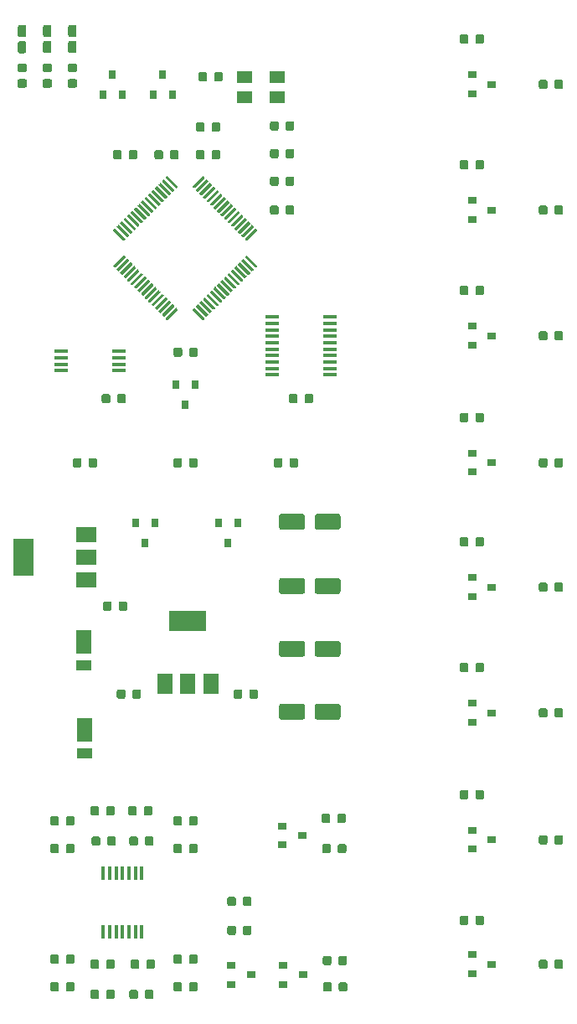
<source format=gbr>
G04 #@! TF.GenerationSoftware,KiCad,Pcbnew,(5.1.0-0)*
G04 #@! TF.CreationDate,2019-05-28T00:09:16+08:00*
G04 #@! TF.ProjectId,Beats,42656174-732e-46b6-9963-61645f706362,rev?*
G04 #@! TF.SameCoordinates,Original*
G04 #@! TF.FileFunction,Paste,Bot*
G04 #@! TF.FilePolarity,Positive*
%FSLAX46Y46*%
G04 Gerber Fmt 4.6, Leading zero omitted, Abs format (unit mm)*
G04 Created by KiCad (PCBNEW (5.1.0-0)) date 2019-05-28 00:09:16*
%MOMM*%
%LPD*%
G04 APERTURE LIST*
%ADD10R,0.450000X1.450000*%
%ADD11C,0.100000*%
%ADD12C,0.875000*%
%ADD13R,0.800000X0.900000*%
%ADD14C,0.850000*%
%ADD15R,0.900000X0.800000*%
%ADD16R,2.000000X1.500000*%
%ADD17R,2.000000X3.800000*%
%ADD18R,1.600000X1.300000*%
%ADD19R,3.800000X2.000000*%
%ADD20R,1.500000X2.000000*%
%ADD21R,1.450000X0.450000*%
%ADD22C,0.300000*%
%ADD23R,1.500000X2.400000*%
%ADD24R,1.500000X1.050000*%
%ADD25C,1.600000*%
G04 APERTURE END LIST*
D10*
X131286000Y-135277000D03*
X131936000Y-135277000D03*
X132586000Y-135277000D03*
X133236000Y-135277000D03*
X133886000Y-135277000D03*
X134536000Y-135277000D03*
X135186000Y-135277000D03*
X135186000Y-141177000D03*
X134536000Y-141177000D03*
X133886000Y-141177000D03*
X133236000Y-141177000D03*
X132586000Y-141177000D03*
X131936000Y-141177000D03*
X131286000Y-141177000D03*
D11*
G36*
X128433691Y-55012053D02*
G01*
X128454926Y-55015203D01*
X128475750Y-55020419D01*
X128495962Y-55027651D01*
X128515368Y-55036830D01*
X128533781Y-55047866D01*
X128551024Y-55060654D01*
X128566930Y-55075070D01*
X128581346Y-55090976D01*
X128594134Y-55108219D01*
X128605170Y-55126632D01*
X128614349Y-55146038D01*
X128621581Y-55166250D01*
X128626797Y-55187074D01*
X128629947Y-55208309D01*
X128631000Y-55229750D01*
X128631000Y-55667250D01*
X128629947Y-55688691D01*
X128626797Y-55709926D01*
X128621581Y-55730750D01*
X128614349Y-55750962D01*
X128605170Y-55770368D01*
X128594134Y-55788781D01*
X128581346Y-55806024D01*
X128566930Y-55821930D01*
X128551024Y-55836346D01*
X128533781Y-55849134D01*
X128515368Y-55860170D01*
X128495962Y-55869349D01*
X128475750Y-55876581D01*
X128454926Y-55881797D01*
X128433691Y-55884947D01*
X128412250Y-55886000D01*
X127899750Y-55886000D01*
X127878309Y-55884947D01*
X127857074Y-55881797D01*
X127836250Y-55876581D01*
X127816038Y-55869349D01*
X127796632Y-55860170D01*
X127778219Y-55849134D01*
X127760976Y-55836346D01*
X127745070Y-55821930D01*
X127730654Y-55806024D01*
X127717866Y-55788781D01*
X127706830Y-55770368D01*
X127697651Y-55750962D01*
X127690419Y-55730750D01*
X127685203Y-55709926D01*
X127682053Y-55688691D01*
X127681000Y-55667250D01*
X127681000Y-55229750D01*
X127682053Y-55208309D01*
X127685203Y-55187074D01*
X127690419Y-55166250D01*
X127697651Y-55146038D01*
X127706830Y-55126632D01*
X127717866Y-55108219D01*
X127730654Y-55090976D01*
X127745070Y-55075070D01*
X127760976Y-55060654D01*
X127778219Y-55047866D01*
X127796632Y-55036830D01*
X127816038Y-55027651D01*
X127836250Y-55020419D01*
X127857074Y-55015203D01*
X127878309Y-55012053D01*
X127899750Y-55011000D01*
X128412250Y-55011000D01*
X128433691Y-55012053D01*
X128433691Y-55012053D01*
G37*
D12*
X128156000Y-55448500D03*
D11*
G36*
X128433691Y-53437053D02*
G01*
X128454926Y-53440203D01*
X128475750Y-53445419D01*
X128495962Y-53452651D01*
X128515368Y-53461830D01*
X128533781Y-53472866D01*
X128551024Y-53485654D01*
X128566930Y-53500070D01*
X128581346Y-53515976D01*
X128594134Y-53533219D01*
X128605170Y-53551632D01*
X128614349Y-53571038D01*
X128621581Y-53591250D01*
X128626797Y-53612074D01*
X128629947Y-53633309D01*
X128631000Y-53654750D01*
X128631000Y-54092250D01*
X128629947Y-54113691D01*
X128626797Y-54134926D01*
X128621581Y-54155750D01*
X128614349Y-54175962D01*
X128605170Y-54195368D01*
X128594134Y-54213781D01*
X128581346Y-54231024D01*
X128566930Y-54246930D01*
X128551024Y-54261346D01*
X128533781Y-54274134D01*
X128515368Y-54285170D01*
X128495962Y-54294349D01*
X128475750Y-54301581D01*
X128454926Y-54306797D01*
X128433691Y-54309947D01*
X128412250Y-54311000D01*
X127899750Y-54311000D01*
X127878309Y-54309947D01*
X127857074Y-54306797D01*
X127836250Y-54301581D01*
X127816038Y-54294349D01*
X127796632Y-54285170D01*
X127778219Y-54274134D01*
X127760976Y-54261346D01*
X127745070Y-54246930D01*
X127730654Y-54231024D01*
X127717866Y-54213781D01*
X127706830Y-54195368D01*
X127697651Y-54175962D01*
X127690419Y-54155750D01*
X127685203Y-54134926D01*
X127682053Y-54113691D01*
X127681000Y-54092250D01*
X127681000Y-53654750D01*
X127682053Y-53633309D01*
X127685203Y-53612074D01*
X127690419Y-53591250D01*
X127697651Y-53571038D01*
X127706830Y-53551632D01*
X127717866Y-53533219D01*
X127730654Y-53515976D01*
X127745070Y-53500070D01*
X127760976Y-53485654D01*
X127778219Y-53472866D01*
X127796632Y-53461830D01*
X127816038Y-53452651D01*
X127836250Y-53445419D01*
X127857074Y-53440203D01*
X127878309Y-53437053D01*
X127899750Y-53436000D01*
X128412250Y-53436000D01*
X128433691Y-53437053D01*
X128433691Y-53437053D01*
G37*
D12*
X128156000Y-53873500D03*
D11*
G36*
X125893691Y-55012053D02*
G01*
X125914926Y-55015203D01*
X125935750Y-55020419D01*
X125955962Y-55027651D01*
X125975368Y-55036830D01*
X125993781Y-55047866D01*
X126011024Y-55060654D01*
X126026930Y-55075070D01*
X126041346Y-55090976D01*
X126054134Y-55108219D01*
X126065170Y-55126632D01*
X126074349Y-55146038D01*
X126081581Y-55166250D01*
X126086797Y-55187074D01*
X126089947Y-55208309D01*
X126091000Y-55229750D01*
X126091000Y-55667250D01*
X126089947Y-55688691D01*
X126086797Y-55709926D01*
X126081581Y-55730750D01*
X126074349Y-55750962D01*
X126065170Y-55770368D01*
X126054134Y-55788781D01*
X126041346Y-55806024D01*
X126026930Y-55821930D01*
X126011024Y-55836346D01*
X125993781Y-55849134D01*
X125975368Y-55860170D01*
X125955962Y-55869349D01*
X125935750Y-55876581D01*
X125914926Y-55881797D01*
X125893691Y-55884947D01*
X125872250Y-55886000D01*
X125359750Y-55886000D01*
X125338309Y-55884947D01*
X125317074Y-55881797D01*
X125296250Y-55876581D01*
X125276038Y-55869349D01*
X125256632Y-55860170D01*
X125238219Y-55849134D01*
X125220976Y-55836346D01*
X125205070Y-55821930D01*
X125190654Y-55806024D01*
X125177866Y-55788781D01*
X125166830Y-55770368D01*
X125157651Y-55750962D01*
X125150419Y-55730750D01*
X125145203Y-55709926D01*
X125142053Y-55688691D01*
X125141000Y-55667250D01*
X125141000Y-55229750D01*
X125142053Y-55208309D01*
X125145203Y-55187074D01*
X125150419Y-55166250D01*
X125157651Y-55146038D01*
X125166830Y-55126632D01*
X125177866Y-55108219D01*
X125190654Y-55090976D01*
X125205070Y-55075070D01*
X125220976Y-55060654D01*
X125238219Y-55047866D01*
X125256632Y-55036830D01*
X125276038Y-55027651D01*
X125296250Y-55020419D01*
X125317074Y-55015203D01*
X125338309Y-55012053D01*
X125359750Y-55011000D01*
X125872250Y-55011000D01*
X125893691Y-55012053D01*
X125893691Y-55012053D01*
G37*
D12*
X125616000Y-55448500D03*
D11*
G36*
X125893691Y-53437053D02*
G01*
X125914926Y-53440203D01*
X125935750Y-53445419D01*
X125955962Y-53452651D01*
X125975368Y-53461830D01*
X125993781Y-53472866D01*
X126011024Y-53485654D01*
X126026930Y-53500070D01*
X126041346Y-53515976D01*
X126054134Y-53533219D01*
X126065170Y-53551632D01*
X126074349Y-53571038D01*
X126081581Y-53591250D01*
X126086797Y-53612074D01*
X126089947Y-53633309D01*
X126091000Y-53654750D01*
X126091000Y-54092250D01*
X126089947Y-54113691D01*
X126086797Y-54134926D01*
X126081581Y-54155750D01*
X126074349Y-54175962D01*
X126065170Y-54195368D01*
X126054134Y-54213781D01*
X126041346Y-54231024D01*
X126026930Y-54246930D01*
X126011024Y-54261346D01*
X125993781Y-54274134D01*
X125975368Y-54285170D01*
X125955962Y-54294349D01*
X125935750Y-54301581D01*
X125914926Y-54306797D01*
X125893691Y-54309947D01*
X125872250Y-54311000D01*
X125359750Y-54311000D01*
X125338309Y-54309947D01*
X125317074Y-54306797D01*
X125296250Y-54301581D01*
X125276038Y-54294349D01*
X125256632Y-54285170D01*
X125238219Y-54274134D01*
X125220976Y-54261346D01*
X125205070Y-54246930D01*
X125190654Y-54231024D01*
X125177866Y-54213781D01*
X125166830Y-54195368D01*
X125157651Y-54175962D01*
X125150419Y-54155750D01*
X125145203Y-54134926D01*
X125142053Y-54113691D01*
X125141000Y-54092250D01*
X125141000Y-53654750D01*
X125142053Y-53633309D01*
X125145203Y-53612074D01*
X125150419Y-53591250D01*
X125157651Y-53571038D01*
X125166830Y-53551632D01*
X125177866Y-53533219D01*
X125190654Y-53515976D01*
X125205070Y-53500070D01*
X125220976Y-53485654D01*
X125238219Y-53472866D01*
X125256632Y-53461830D01*
X125276038Y-53452651D01*
X125296250Y-53445419D01*
X125317074Y-53440203D01*
X125338309Y-53437053D01*
X125359750Y-53436000D01*
X125872250Y-53436000D01*
X125893691Y-53437053D01*
X125893691Y-53437053D01*
G37*
D12*
X125616000Y-53873500D03*
D13*
X137300000Y-54550000D03*
X136350000Y-56550000D03*
X138250000Y-56550000D03*
X132220000Y-54550000D03*
X131270000Y-56550000D03*
X133170000Y-56550000D03*
D11*
G36*
X128389329Y-51166323D02*
G01*
X128409957Y-51169383D01*
X128430185Y-51174450D01*
X128449820Y-51181476D01*
X128468672Y-51190392D01*
X128486559Y-51201113D01*
X128503309Y-51213535D01*
X128518760Y-51227540D01*
X128532765Y-51242991D01*
X128545187Y-51259741D01*
X128555908Y-51277628D01*
X128564824Y-51296480D01*
X128571850Y-51316115D01*
X128576917Y-51336343D01*
X128579977Y-51356971D01*
X128581000Y-51377800D01*
X128581000Y-52177800D01*
X128579977Y-52198629D01*
X128576917Y-52219257D01*
X128571850Y-52239485D01*
X128564824Y-52259120D01*
X128555908Y-52277972D01*
X128545187Y-52295859D01*
X128532765Y-52312609D01*
X128518760Y-52328060D01*
X128503309Y-52342065D01*
X128486559Y-52354487D01*
X128468672Y-52365208D01*
X128449820Y-52374124D01*
X128430185Y-52381150D01*
X128409957Y-52386217D01*
X128389329Y-52389277D01*
X128368500Y-52390300D01*
X127943500Y-52390300D01*
X127922671Y-52389277D01*
X127902043Y-52386217D01*
X127881815Y-52381150D01*
X127862180Y-52374124D01*
X127843328Y-52365208D01*
X127825441Y-52354487D01*
X127808691Y-52342065D01*
X127793240Y-52328060D01*
X127779235Y-52312609D01*
X127766813Y-52295859D01*
X127756092Y-52277972D01*
X127747176Y-52259120D01*
X127740150Y-52239485D01*
X127735083Y-52219257D01*
X127732023Y-52198629D01*
X127731000Y-52177800D01*
X127731000Y-51377800D01*
X127732023Y-51356971D01*
X127735083Y-51336343D01*
X127740150Y-51316115D01*
X127747176Y-51296480D01*
X127756092Y-51277628D01*
X127766813Y-51259741D01*
X127779235Y-51242991D01*
X127793240Y-51227540D01*
X127808691Y-51213535D01*
X127825441Y-51201113D01*
X127843328Y-51190392D01*
X127862180Y-51181476D01*
X127881815Y-51174450D01*
X127902043Y-51169383D01*
X127922671Y-51166323D01*
X127943500Y-51165300D01*
X128368500Y-51165300D01*
X128389329Y-51166323D01*
X128389329Y-51166323D01*
G37*
D14*
X128156000Y-51777800D03*
D11*
G36*
X128389329Y-49541323D02*
G01*
X128409957Y-49544383D01*
X128430185Y-49549450D01*
X128449820Y-49556476D01*
X128468672Y-49565392D01*
X128486559Y-49576113D01*
X128503309Y-49588535D01*
X128518760Y-49602540D01*
X128532765Y-49617991D01*
X128545187Y-49634741D01*
X128555908Y-49652628D01*
X128564824Y-49671480D01*
X128571850Y-49691115D01*
X128576917Y-49711343D01*
X128579977Y-49731971D01*
X128581000Y-49752800D01*
X128581000Y-50552800D01*
X128579977Y-50573629D01*
X128576917Y-50594257D01*
X128571850Y-50614485D01*
X128564824Y-50634120D01*
X128555908Y-50652972D01*
X128545187Y-50670859D01*
X128532765Y-50687609D01*
X128518760Y-50703060D01*
X128503309Y-50717065D01*
X128486559Y-50729487D01*
X128468672Y-50740208D01*
X128449820Y-50749124D01*
X128430185Y-50756150D01*
X128409957Y-50761217D01*
X128389329Y-50764277D01*
X128368500Y-50765300D01*
X127943500Y-50765300D01*
X127922671Y-50764277D01*
X127902043Y-50761217D01*
X127881815Y-50756150D01*
X127862180Y-50749124D01*
X127843328Y-50740208D01*
X127825441Y-50729487D01*
X127808691Y-50717065D01*
X127793240Y-50703060D01*
X127779235Y-50687609D01*
X127766813Y-50670859D01*
X127756092Y-50652972D01*
X127747176Y-50634120D01*
X127740150Y-50614485D01*
X127735083Y-50594257D01*
X127732023Y-50573629D01*
X127731000Y-50552800D01*
X127731000Y-49752800D01*
X127732023Y-49731971D01*
X127735083Y-49711343D01*
X127740150Y-49691115D01*
X127747176Y-49671480D01*
X127756092Y-49652628D01*
X127766813Y-49634741D01*
X127779235Y-49617991D01*
X127793240Y-49602540D01*
X127808691Y-49588535D01*
X127825441Y-49576113D01*
X127843328Y-49565392D01*
X127862180Y-49556476D01*
X127881815Y-49549450D01*
X127902043Y-49544383D01*
X127922671Y-49541323D01*
X127943500Y-49540300D01*
X128368500Y-49540300D01*
X128389329Y-49541323D01*
X128389329Y-49541323D01*
G37*
D14*
X128156000Y-50152800D03*
D11*
G36*
X125849329Y-51166323D02*
G01*
X125869957Y-51169383D01*
X125890185Y-51174450D01*
X125909820Y-51181476D01*
X125928672Y-51190392D01*
X125946559Y-51201113D01*
X125963309Y-51213535D01*
X125978760Y-51227540D01*
X125992765Y-51242991D01*
X126005187Y-51259741D01*
X126015908Y-51277628D01*
X126024824Y-51296480D01*
X126031850Y-51316115D01*
X126036917Y-51336343D01*
X126039977Y-51356971D01*
X126041000Y-51377800D01*
X126041000Y-52177800D01*
X126039977Y-52198629D01*
X126036917Y-52219257D01*
X126031850Y-52239485D01*
X126024824Y-52259120D01*
X126015908Y-52277972D01*
X126005187Y-52295859D01*
X125992765Y-52312609D01*
X125978760Y-52328060D01*
X125963309Y-52342065D01*
X125946559Y-52354487D01*
X125928672Y-52365208D01*
X125909820Y-52374124D01*
X125890185Y-52381150D01*
X125869957Y-52386217D01*
X125849329Y-52389277D01*
X125828500Y-52390300D01*
X125403500Y-52390300D01*
X125382671Y-52389277D01*
X125362043Y-52386217D01*
X125341815Y-52381150D01*
X125322180Y-52374124D01*
X125303328Y-52365208D01*
X125285441Y-52354487D01*
X125268691Y-52342065D01*
X125253240Y-52328060D01*
X125239235Y-52312609D01*
X125226813Y-52295859D01*
X125216092Y-52277972D01*
X125207176Y-52259120D01*
X125200150Y-52239485D01*
X125195083Y-52219257D01*
X125192023Y-52198629D01*
X125191000Y-52177800D01*
X125191000Y-51377800D01*
X125192023Y-51356971D01*
X125195083Y-51336343D01*
X125200150Y-51316115D01*
X125207176Y-51296480D01*
X125216092Y-51277628D01*
X125226813Y-51259741D01*
X125239235Y-51242991D01*
X125253240Y-51227540D01*
X125268691Y-51213535D01*
X125285441Y-51201113D01*
X125303328Y-51190392D01*
X125322180Y-51181476D01*
X125341815Y-51174450D01*
X125362043Y-51169383D01*
X125382671Y-51166323D01*
X125403500Y-51165300D01*
X125828500Y-51165300D01*
X125849329Y-51166323D01*
X125849329Y-51166323D01*
G37*
D14*
X125616000Y-51777800D03*
D11*
G36*
X125849329Y-49541323D02*
G01*
X125869957Y-49544383D01*
X125890185Y-49549450D01*
X125909820Y-49556476D01*
X125928672Y-49565392D01*
X125946559Y-49576113D01*
X125963309Y-49588535D01*
X125978760Y-49602540D01*
X125992765Y-49617991D01*
X126005187Y-49634741D01*
X126015908Y-49652628D01*
X126024824Y-49671480D01*
X126031850Y-49691115D01*
X126036917Y-49711343D01*
X126039977Y-49731971D01*
X126041000Y-49752800D01*
X126041000Y-50552800D01*
X126039977Y-50573629D01*
X126036917Y-50594257D01*
X126031850Y-50614485D01*
X126024824Y-50634120D01*
X126015908Y-50652972D01*
X126005187Y-50670859D01*
X125992765Y-50687609D01*
X125978760Y-50703060D01*
X125963309Y-50717065D01*
X125946559Y-50729487D01*
X125928672Y-50740208D01*
X125909820Y-50749124D01*
X125890185Y-50756150D01*
X125869957Y-50761217D01*
X125849329Y-50764277D01*
X125828500Y-50765300D01*
X125403500Y-50765300D01*
X125382671Y-50764277D01*
X125362043Y-50761217D01*
X125341815Y-50756150D01*
X125322180Y-50749124D01*
X125303328Y-50740208D01*
X125285441Y-50729487D01*
X125268691Y-50717065D01*
X125253240Y-50703060D01*
X125239235Y-50687609D01*
X125226813Y-50670859D01*
X125216092Y-50652972D01*
X125207176Y-50634120D01*
X125200150Y-50614485D01*
X125195083Y-50594257D01*
X125192023Y-50573629D01*
X125191000Y-50552800D01*
X125191000Y-49752800D01*
X125192023Y-49731971D01*
X125195083Y-49711343D01*
X125200150Y-49691115D01*
X125207176Y-49671480D01*
X125216092Y-49652628D01*
X125226813Y-49634741D01*
X125239235Y-49617991D01*
X125253240Y-49602540D01*
X125268691Y-49588535D01*
X125285441Y-49576113D01*
X125303328Y-49565392D01*
X125322180Y-49556476D01*
X125341815Y-49549450D01*
X125362043Y-49544383D01*
X125382671Y-49541323D01*
X125403500Y-49540300D01*
X125828500Y-49540300D01*
X125849329Y-49541323D01*
X125849329Y-49541323D01*
G37*
D14*
X125616000Y-50152800D03*
D11*
G36*
X123309329Y-51179023D02*
G01*
X123329957Y-51182083D01*
X123350185Y-51187150D01*
X123369820Y-51194176D01*
X123388672Y-51203092D01*
X123406559Y-51213813D01*
X123423309Y-51226235D01*
X123438760Y-51240240D01*
X123452765Y-51255691D01*
X123465187Y-51272441D01*
X123475908Y-51290328D01*
X123484824Y-51309180D01*
X123491850Y-51328815D01*
X123496917Y-51349043D01*
X123499977Y-51369671D01*
X123501000Y-51390500D01*
X123501000Y-52190500D01*
X123499977Y-52211329D01*
X123496917Y-52231957D01*
X123491850Y-52252185D01*
X123484824Y-52271820D01*
X123475908Y-52290672D01*
X123465187Y-52308559D01*
X123452765Y-52325309D01*
X123438760Y-52340760D01*
X123423309Y-52354765D01*
X123406559Y-52367187D01*
X123388672Y-52377908D01*
X123369820Y-52386824D01*
X123350185Y-52393850D01*
X123329957Y-52398917D01*
X123309329Y-52401977D01*
X123288500Y-52403000D01*
X122863500Y-52403000D01*
X122842671Y-52401977D01*
X122822043Y-52398917D01*
X122801815Y-52393850D01*
X122782180Y-52386824D01*
X122763328Y-52377908D01*
X122745441Y-52367187D01*
X122728691Y-52354765D01*
X122713240Y-52340760D01*
X122699235Y-52325309D01*
X122686813Y-52308559D01*
X122676092Y-52290672D01*
X122667176Y-52271820D01*
X122660150Y-52252185D01*
X122655083Y-52231957D01*
X122652023Y-52211329D01*
X122651000Y-52190500D01*
X122651000Y-51390500D01*
X122652023Y-51369671D01*
X122655083Y-51349043D01*
X122660150Y-51328815D01*
X122667176Y-51309180D01*
X122676092Y-51290328D01*
X122686813Y-51272441D01*
X122699235Y-51255691D01*
X122713240Y-51240240D01*
X122728691Y-51226235D01*
X122745441Y-51213813D01*
X122763328Y-51203092D01*
X122782180Y-51194176D01*
X122801815Y-51187150D01*
X122822043Y-51182083D01*
X122842671Y-51179023D01*
X122863500Y-51178000D01*
X123288500Y-51178000D01*
X123309329Y-51179023D01*
X123309329Y-51179023D01*
G37*
D14*
X123076000Y-51790500D03*
D11*
G36*
X123309329Y-49554023D02*
G01*
X123329957Y-49557083D01*
X123350185Y-49562150D01*
X123369820Y-49569176D01*
X123388672Y-49578092D01*
X123406559Y-49588813D01*
X123423309Y-49601235D01*
X123438760Y-49615240D01*
X123452765Y-49630691D01*
X123465187Y-49647441D01*
X123475908Y-49665328D01*
X123484824Y-49684180D01*
X123491850Y-49703815D01*
X123496917Y-49724043D01*
X123499977Y-49744671D01*
X123501000Y-49765500D01*
X123501000Y-50565500D01*
X123499977Y-50586329D01*
X123496917Y-50606957D01*
X123491850Y-50627185D01*
X123484824Y-50646820D01*
X123475908Y-50665672D01*
X123465187Y-50683559D01*
X123452765Y-50700309D01*
X123438760Y-50715760D01*
X123423309Y-50729765D01*
X123406559Y-50742187D01*
X123388672Y-50752908D01*
X123369820Y-50761824D01*
X123350185Y-50768850D01*
X123329957Y-50773917D01*
X123309329Y-50776977D01*
X123288500Y-50778000D01*
X122863500Y-50778000D01*
X122842671Y-50776977D01*
X122822043Y-50773917D01*
X122801815Y-50768850D01*
X122782180Y-50761824D01*
X122763328Y-50752908D01*
X122745441Y-50742187D01*
X122728691Y-50729765D01*
X122713240Y-50715760D01*
X122699235Y-50700309D01*
X122686813Y-50683559D01*
X122676092Y-50665672D01*
X122667176Y-50646820D01*
X122660150Y-50627185D01*
X122655083Y-50606957D01*
X122652023Y-50586329D01*
X122651000Y-50565500D01*
X122651000Y-49765500D01*
X122652023Y-49744671D01*
X122655083Y-49724043D01*
X122660150Y-49703815D01*
X122667176Y-49684180D01*
X122676092Y-49665328D01*
X122686813Y-49647441D01*
X122699235Y-49630691D01*
X122713240Y-49615240D01*
X122728691Y-49601235D01*
X122745441Y-49588813D01*
X122763328Y-49578092D01*
X122782180Y-49569176D01*
X122801815Y-49562150D01*
X122822043Y-49557083D01*
X122842671Y-49554023D01*
X122863500Y-49553000D01*
X123288500Y-49553000D01*
X123309329Y-49554023D01*
X123309329Y-49554023D01*
G37*
D14*
X123076000Y-50165500D03*
D11*
G36*
X149198691Y-93303053D02*
G01*
X149219926Y-93306203D01*
X149240750Y-93311419D01*
X149260962Y-93318651D01*
X149280368Y-93327830D01*
X149298781Y-93338866D01*
X149316024Y-93351654D01*
X149331930Y-93366070D01*
X149346346Y-93381976D01*
X149359134Y-93399219D01*
X149370170Y-93417632D01*
X149379349Y-93437038D01*
X149386581Y-93457250D01*
X149391797Y-93478074D01*
X149394947Y-93499309D01*
X149396000Y-93520750D01*
X149396000Y-94033250D01*
X149394947Y-94054691D01*
X149391797Y-94075926D01*
X149386581Y-94096750D01*
X149379349Y-94116962D01*
X149370170Y-94136368D01*
X149359134Y-94154781D01*
X149346346Y-94172024D01*
X149331930Y-94187930D01*
X149316024Y-94202346D01*
X149298781Y-94215134D01*
X149280368Y-94226170D01*
X149260962Y-94235349D01*
X149240750Y-94242581D01*
X149219926Y-94247797D01*
X149198691Y-94250947D01*
X149177250Y-94252000D01*
X148739750Y-94252000D01*
X148718309Y-94250947D01*
X148697074Y-94247797D01*
X148676250Y-94242581D01*
X148656038Y-94235349D01*
X148636632Y-94226170D01*
X148618219Y-94215134D01*
X148600976Y-94202346D01*
X148585070Y-94187930D01*
X148570654Y-94172024D01*
X148557866Y-94154781D01*
X148546830Y-94136368D01*
X148537651Y-94116962D01*
X148530419Y-94096750D01*
X148525203Y-94075926D01*
X148522053Y-94054691D01*
X148521000Y-94033250D01*
X148521000Y-93520750D01*
X148522053Y-93499309D01*
X148525203Y-93478074D01*
X148530419Y-93457250D01*
X148537651Y-93437038D01*
X148546830Y-93417632D01*
X148557866Y-93399219D01*
X148570654Y-93381976D01*
X148585070Y-93366070D01*
X148600976Y-93351654D01*
X148618219Y-93338866D01*
X148636632Y-93327830D01*
X148656038Y-93318651D01*
X148676250Y-93311419D01*
X148697074Y-93306203D01*
X148718309Y-93303053D01*
X148739750Y-93302000D01*
X149177250Y-93302000D01*
X149198691Y-93303053D01*
X149198691Y-93303053D01*
G37*
D12*
X148958500Y-93777000D03*
D11*
G36*
X150773691Y-93303053D02*
G01*
X150794926Y-93306203D01*
X150815750Y-93311419D01*
X150835962Y-93318651D01*
X150855368Y-93327830D01*
X150873781Y-93338866D01*
X150891024Y-93351654D01*
X150906930Y-93366070D01*
X150921346Y-93381976D01*
X150934134Y-93399219D01*
X150945170Y-93417632D01*
X150954349Y-93437038D01*
X150961581Y-93457250D01*
X150966797Y-93478074D01*
X150969947Y-93499309D01*
X150971000Y-93520750D01*
X150971000Y-94033250D01*
X150969947Y-94054691D01*
X150966797Y-94075926D01*
X150961581Y-94096750D01*
X150954349Y-94116962D01*
X150945170Y-94136368D01*
X150934134Y-94154781D01*
X150921346Y-94172024D01*
X150906930Y-94187930D01*
X150891024Y-94202346D01*
X150873781Y-94215134D01*
X150855368Y-94226170D01*
X150835962Y-94235349D01*
X150815750Y-94242581D01*
X150794926Y-94247797D01*
X150773691Y-94250947D01*
X150752250Y-94252000D01*
X150314750Y-94252000D01*
X150293309Y-94250947D01*
X150272074Y-94247797D01*
X150251250Y-94242581D01*
X150231038Y-94235349D01*
X150211632Y-94226170D01*
X150193219Y-94215134D01*
X150175976Y-94202346D01*
X150160070Y-94187930D01*
X150145654Y-94172024D01*
X150132866Y-94154781D01*
X150121830Y-94136368D01*
X150112651Y-94116962D01*
X150105419Y-94096750D01*
X150100203Y-94075926D01*
X150097053Y-94054691D01*
X150096000Y-94033250D01*
X150096000Y-93520750D01*
X150097053Y-93499309D01*
X150100203Y-93478074D01*
X150105419Y-93457250D01*
X150112651Y-93437038D01*
X150121830Y-93417632D01*
X150132866Y-93399219D01*
X150145654Y-93381976D01*
X150160070Y-93366070D01*
X150175976Y-93351654D01*
X150193219Y-93338866D01*
X150211632Y-93327830D01*
X150231038Y-93318651D01*
X150251250Y-93311419D01*
X150272074Y-93306203D01*
X150293309Y-93303053D01*
X150314750Y-93302000D01*
X150752250Y-93302000D01*
X150773691Y-93303053D01*
X150773691Y-93303053D01*
G37*
D12*
X150533500Y-93777000D03*
D11*
G36*
X139038691Y-93303053D02*
G01*
X139059926Y-93306203D01*
X139080750Y-93311419D01*
X139100962Y-93318651D01*
X139120368Y-93327830D01*
X139138781Y-93338866D01*
X139156024Y-93351654D01*
X139171930Y-93366070D01*
X139186346Y-93381976D01*
X139199134Y-93399219D01*
X139210170Y-93417632D01*
X139219349Y-93437038D01*
X139226581Y-93457250D01*
X139231797Y-93478074D01*
X139234947Y-93499309D01*
X139236000Y-93520750D01*
X139236000Y-94033250D01*
X139234947Y-94054691D01*
X139231797Y-94075926D01*
X139226581Y-94096750D01*
X139219349Y-94116962D01*
X139210170Y-94136368D01*
X139199134Y-94154781D01*
X139186346Y-94172024D01*
X139171930Y-94187930D01*
X139156024Y-94202346D01*
X139138781Y-94215134D01*
X139120368Y-94226170D01*
X139100962Y-94235349D01*
X139080750Y-94242581D01*
X139059926Y-94247797D01*
X139038691Y-94250947D01*
X139017250Y-94252000D01*
X138579750Y-94252000D01*
X138558309Y-94250947D01*
X138537074Y-94247797D01*
X138516250Y-94242581D01*
X138496038Y-94235349D01*
X138476632Y-94226170D01*
X138458219Y-94215134D01*
X138440976Y-94202346D01*
X138425070Y-94187930D01*
X138410654Y-94172024D01*
X138397866Y-94154781D01*
X138386830Y-94136368D01*
X138377651Y-94116962D01*
X138370419Y-94096750D01*
X138365203Y-94075926D01*
X138362053Y-94054691D01*
X138361000Y-94033250D01*
X138361000Y-93520750D01*
X138362053Y-93499309D01*
X138365203Y-93478074D01*
X138370419Y-93457250D01*
X138377651Y-93437038D01*
X138386830Y-93417632D01*
X138397866Y-93399219D01*
X138410654Y-93381976D01*
X138425070Y-93366070D01*
X138440976Y-93351654D01*
X138458219Y-93338866D01*
X138476632Y-93327830D01*
X138496038Y-93318651D01*
X138516250Y-93311419D01*
X138537074Y-93306203D01*
X138558309Y-93303053D01*
X138579750Y-93302000D01*
X139017250Y-93302000D01*
X139038691Y-93303053D01*
X139038691Y-93303053D01*
G37*
D12*
X138798500Y-93777000D03*
D11*
G36*
X140613691Y-93303053D02*
G01*
X140634926Y-93306203D01*
X140655750Y-93311419D01*
X140675962Y-93318651D01*
X140695368Y-93327830D01*
X140713781Y-93338866D01*
X140731024Y-93351654D01*
X140746930Y-93366070D01*
X140761346Y-93381976D01*
X140774134Y-93399219D01*
X140785170Y-93417632D01*
X140794349Y-93437038D01*
X140801581Y-93457250D01*
X140806797Y-93478074D01*
X140809947Y-93499309D01*
X140811000Y-93520750D01*
X140811000Y-94033250D01*
X140809947Y-94054691D01*
X140806797Y-94075926D01*
X140801581Y-94096750D01*
X140794349Y-94116962D01*
X140785170Y-94136368D01*
X140774134Y-94154781D01*
X140761346Y-94172024D01*
X140746930Y-94187930D01*
X140731024Y-94202346D01*
X140713781Y-94215134D01*
X140695368Y-94226170D01*
X140675962Y-94235349D01*
X140655750Y-94242581D01*
X140634926Y-94247797D01*
X140613691Y-94250947D01*
X140592250Y-94252000D01*
X140154750Y-94252000D01*
X140133309Y-94250947D01*
X140112074Y-94247797D01*
X140091250Y-94242581D01*
X140071038Y-94235349D01*
X140051632Y-94226170D01*
X140033219Y-94215134D01*
X140015976Y-94202346D01*
X140000070Y-94187930D01*
X139985654Y-94172024D01*
X139972866Y-94154781D01*
X139961830Y-94136368D01*
X139952651Y-94116962D01*
X139945419Y-94096750D01*
X139940203Y-94075926D01*
X139937053Y-94054691D01*
X139936000Y-94033250D01*
X139936000Y-93520750D01*
X139937053Y-93499309D01*
X139940203Y-93478074D01*
X139945419Y-93457250D01*
X139952651Y-93437038D01*
X139961830Y-93417632D01*
X139972866Y-93399219D01*
X139985654Y-93381976D01*
X140000070Y-93366070D01*
X140015976Y-93351654D01*
X140033219Y-93338866D01*
X140051632Y-93327830D01*
X140071038Y-93318651D01*
X140091250Y-93311419D01*
X140112074Y-93306203D01*
X140133309Y-93303053D01*
X140154750Y-93302000D01*
X140592250Y-93302000D01*
X140613691Y-93303053D01*
X140613691Y-93303053D01*
G37*
D12*
X140373500Y-93777000D03*
D11*
G36*
X128878691Y-93303053D02*
G01*
X128899926Y-93306203D01*
X128920750Y-93311419D01*
X128940962Y-93318651D01*
X128960368Y-93327830D01*
X128978781Y-93338866D01*
X128996024Y-93351654D01*
X129011930Y-93366070D01*
X129026346Y-93381976D01*
X129039134Y-93399219D01*
X129050170Y-93417632D01*
X129059349Y-93437038D01*
X129066581Y-93457250D01*
X129071797Y-93478074D01*
X129074947Y-93499309D01*
X129076000Y-93520750D01*
X129076000Y-94033250D01*
X129074947Y-94054691D01*
X129071797Y-94075926D01*
X129066581Y-94096750D01*
X129059349Y-94116962D01*
X129050170Y-94136368D01*
X129039134Y-94154781D01*
X129026346Y-94172024D01*
X129011930Y-94187930D01*
X128996024Y-94202346D01*
X128978781Y-94215134D01*
X128960368Y-94226170D01*
X128940962Y-94235349D01*
X128920750Y-94242581D01*
X128899926Y-94247797D01*
X128878691Y-94250947D01*
X128857250Y-94252000D01*
X128419750Y-94252000D01*
X128398309Y-94250947D01*
X128377074Y-94247797D01*
X128356250Y-94242581D01*
X128336038Y-94235349D01*
X128316632Y-94226170D01*
X128298219Y-94215134D01*
X128280976Y-94202346D01*
X128265070Y-94187930D01*
X128250654Y-94172024D01*
X128237866Y-94154781D01*
X128226830Y-94136368D01*
X128217651Y-94116962D01*
X128210419Y-94096750D01*
X128205203Y-94075926D01*
X128202053Y-94054691D01*
X128201000Y-94033250D01*
X128201000Y-93520750D01*
X128202053Y-93499309D01*
X128205203Y-93478074D01*
X128210419Y-93457250D01*
X128217651Y-93437038D01*
X128226830Y-93417632D01*
X128237866Y-93399219D01*
X128250654Y-93381976D01*
X128265070Y-93366070D01*
X128280976Y-93351654D01*
X128298219Y-93338866D01*
X128316632Y-93327830D01*
X128336038Y-93318651D01*
X128356250Y-93311419D01*
X128377074Y-93306203D01*
X128398309Y-93303053D01*
X128419750Y-93302000D01*
X128857250Y-93302000D01*
X128878691Y-93303053D01*
X128878691Y-93303053D01*
G37*
D12*
X128638500Y-93777000D03*
D11*
G36*
X130453691Y-93303053D02*
G01*
X130474926Y-93306203D01*
X130495750Y-93311419D01*
X130515962Y-93318651D01*
X130535368Y-93327830D01*
X130553781Y-93338866D01*
X130571024Y-93351654D01*
X130586930Y-93366070D01*
X130601346Y-93381976D01*
X130614134Y-93399219D01*
X130625170Y-93417632D01*
X130634349Y-93437038D01*
X130641581Y-93457250D01*
X130646797Y-93478074D01*
X130649947Y-93499309D01*
X130651000Y-93520750D01*
X130651000Y-94033250D01*
X130649947Y-94054691D01*
X130646797Y-94075926D01*
X130641581Y-94096750D01*
X130634349Y-94116962D01*
X130625170Y-94136368D01*
X130614134Y-94154781D01*
X130601346Y-94172024D01*
X130586930Y-94187930D01*
X130571024Y-94202346D01*
X130553781Y-94215134D01*
X130535368Y-94226170D01*
X130515962Y-94235349D01*
X130495750Y-94242581D01*
X130474926Y-94247797D01*
X130453691Y-94250947D01*
X130432250Y-94252000D01*
X129994750Y-94252000D01*
X129973309Y-94250947D01*
X129952074Y-94247797D01*
X129931250Y-94242581D01*
X129911038Y-94235349D01*
X129891632Y-94226170D01*
X129873219Y-94215134D01*
X129855976Y-94202346D01*
X129840070Y-94187930D01*
X129825654Y-94172024D01*
X129812866Y-94154781D01*
X129801830Y-94136368D01*
X129792651Y-94116962D01*
X129785419Y-94096750D01*
X129780203Y-94075926D01*
X129777053Y-94054691D01*
X129776000Y-94033250D01*
X129776000Y-93520750D01*
X129777053Y-93499309D01*
X129780203Y-93478074D01*
X129785419Y-93457250D01*
X129792651Y-93437038D01*
X129801830Y-93417632D01*
X129812866Y-93399219D01*
X129825654Y-93381976D01*
X129840070Y-93366070D01*
X129855976Y-93351654D01*
X129873219Y-93338866D01*
X129891632Y-93327830D01*
X129911038Y-93318651D01*
X129931250Y-93311419D01*
X129952074Y-93306203D01*
X129973309Y-93303053D01*
X129994750Y-93302000D01*
X130432250Y-93302000D01*
X130453691Y-93303053D01*
X130453691Y-93303053D01*
G37*
D12*
X130213500Y-93777000D03*
D11*
G36*
X169569691Y-139531053D02*
G01*
X169590926Y-139534203D01*
X169611750Y-139539419D01*
X169631962Y-139546651D01*
X169651368Y-139555830D01*
X169669781Y-139566866D01*
X169687024Y-139579654D01*
X169702930Y-139594070D01*
X169717346Y-139609976D01*
X169730134Y-139627219D01*
X169741170Y-139645632D01*
X169750349Y-139665038D01*
X169757581Y-139685250D01*
X169762797Y-139706074D01*
X169765947Y-139727309D01*
X169767000Y-139748750D01*
X169767000Y-140261250D01*
X169765947Y-140282691D01*
X169762797Y-140303926D01*
X169757581Y-140324750D01*
X169750349Y-140344962D01*
X169741170Y-140364368D01*
X169730134Y-140382781D01*
X169717346Y-140400024D01*
X169702930Y-140415930D01*
X169687024Y-140430346D01*
X169669781Y-140443134D01*
X169651368Y-140454170D01*
X169631962Y-140463349D01*
X169611750Y-140470581D01*
X169590926Y-140475797D01*
X169569691Y-140478947D01*
X169548250Y-140480000D01*
X169110750Y-140480000D01*
X169089309Y-140478947D01*
X169068074Y-140475797D01*
X169047250Y-140470581D01*
X169027038Y-140463349D01*
X169007632Y-140454170D01*
X168989219Y-140443134D01*
X168971976Y-140430346D01*
X168956070Y-140415930D01*
X168941654Y-140400024D01*
X168928866Y-140382781D01*
X168917830Y-140364368D01*
X168908651Y-140344962D01*
X168901419Y-140324750D01*
X168896203Y-140303926D01*
X168893053Y-140282691D01*
X168892000Y-140261250D01*
X168892000Y-139748750D01*
X168893053Y-139727309D01*
X168896203Y-139706074D01*
X168901419Y-139685250D01*
X168908651Y-139665038D01*
X168917830Y-139645632D01*
X168928866Y-139627219D01*
X168941654Y-139609976D01*
X168956070Y-139594070D01*
X168971976Y-139579654D01*
X168989219Y-139566866D01*
X169007632Y-139555830D01*
X169027038Y-139546651D01*
X169047250Y-139539419D01*
X169068074Y-139534203D01*
X169089309Y-139531053D01*
X169110750Y-139530000D01*
X169548250Y-139530000D01*
X169569691Y-139531053D01*
X169569691Y-139531053D01*
G37*
D12*
X169329500Y-140005000D03*
D11*
G36*
X167994691Y-139531053D02*
G01*
X168015926Y-139534203D01*
X168036750Y-139539419D01*
X168056962Y-139546651D01*
X168076368Y-139555830D01*
X168094781Y-139566866D01*
X168112024Y-139579654D01*
X168127930Y-139594070D01*
X168142346Y-139609976D01*
X168155134Y-139627219D01*
X168166170Y-139645632D01*
X168175349Y-139665038D01*
X168182581Y-139685250D01*
X168187797Y-139706074D01*
X168190947Y-139727309D01*
X168192000Y-139748750D01*
X168192000Y-140261250D01*
X168190947Y-140282691D01*
X168187797Y-140303926D01*
X168182581Y-140324750D01*
X168175349Y-140344962D01*
X168166170Y-140364368D01*
X168155134Y-140382781D01*
X168142346Y-140400024D01*
X168127930Y-140415930D01*
X168112024Y-140430346D01*
X168094781Y-140443134D01*
X168076368Y-140454170D01*
X168056962Y-140463349D01*
X168036750Y-140470581D01*
X168015926Y-140475797D01*
X167994691Y-140478947D01*
X167973250Y-140480000D01*
X167535750Y-140480000D01*
X167514309Y-140478947D01*
X167493074Y-140475797D01*
X167472250Y-140470581D01*
X167452038Y-140463349D01*
X167432632Y-140454170D01*
X167414219Y-140443134D01*
X167396976Y-140430346D01*
X167381070Y-140415930D01*
X167366654Y-140400024D01*
X167353866Y-140382781D01*
X167342830Y-140364368D01*
X167333651Y-140344962D01*
X167326419Y-140324750D01*
X167321203Y-140303926D01*
X167318053Y-140282691D01*
X167317000Y-140261250D01*
X167317000Y-139748750D01*
X167318053Y-139727309D01*
X167321203Y-139706074D01*
X167326419Y-139685250D01*
X167333651Y-139665038D01*
X167342830Y-139645632D01*
X167353866Y-139627219D01*
X167366654Y-139609976D01*
X167381070Y-139594070D01*
X167396976Y-139579654D01*
X167414219Y-139566866D01*
X167432632Y-139555830D01*
X167452038Y-139546651D01*
X167472250Y-139539419D01*
X167493074Y-139534203D01*
X167514309Y-139531053D01*
X167535750Y-139530000D01*
X167973250Y-139530000D01*
X167994691Y-139531053D01*
X167994691Y-139531053D01*
G37*
D12*
X167754500Y-140005000D03*
D11*
G36*
X169569691Y-126831053D02*
G01*
X169590926Y-126834203D01*
X169611750Y-126839419D01*
X169631962Y-126846651D01*
X169651368Y-126855830D01*
X169669781Y-126866866D01*
X169687024Y-126879654D01*
X169702930Y-126894070D01*
X169717346Y-126909976D01*
X169730134Y-126927219D01*
X169741170Y-126945632D01*
X169750349Y-126965038D01*
X169757581Y-126985250D01*
X169762797Y-127006074D01*
X169765947Y-127027309D01*
X169767000Y-127048750D01*
X169767000Y-127561250D01*
X169765947Y-127582691D01*
X169762797Y-127603926D01*
X169757581Y-127624750D01*
X169750349Y-127644962D01*
X169741170Y-127664368D01*
X169730134Y-127682781D01*
X169717346Y-127700024D01*
X169702930Y-127715930D01*
X169687024Y-127730346D01*
X169669781Y-127743134D01*
X169651368Y-127754170D01*
X169631962Y-127763349D01*
X169611750Y-127770581D01*
X169590926Y-127775797D01*
X169569691Y-127778947D01*
X169548250Y-127780000D01*
X169110750Y-127780000D01*
X169089309Y-127778947D01*
X169068074Y-127775797D01*
X169047250Y-127770581D01*
X169027038Y-127763349D01*
X169007632Y-127754170D01*
X168989219Y-127743134D01*
X168971976Y-127730346D01*
X168956070Y-127715930D01*
X168941654Y-127700024D01*
X168928866Y-127682781D01*
X168917830Y-127664368D01*
X168908651Y-127644962D01*
X168901419Y-127624750D01*
X168896203Y-127603926D01*
X168893053Y-127582691D01*
X168892000Y-127561250D01*
X168892000Y-127048750D01*
X168893053Y-127027309D01*
X168896203Y-127006074D01*
X168901419Y-126985250D01*
X168908651Y-126965038D01*
X168917830Y-126945632D01*
X168928866Y-126927219D01*
X168941654Y-126909976D01*
X168956070Y-126894070D01*
X168971976Y-126879654D01*
X168989219Y-126866866D01*
X169007632Y-126855830D01*
X169027038Y-126846651D01*
X169047250Y-126839419D01*
X169068074Y-126834203D01*
X169089309Y-126831053D01*
X169110750Y-126830000D01*
X169548250Y-126830000D01*
X169569691Y-126831053D01*
X169569691Y-126831053D01*
G37*
D12*
X169329500Y-127305000D03*
D11*
G36*
X167994691Y-126831053D02*
G01*
X168015926Y-126834203D01*
X168036750Y-126839419D01*
X168056962Y-126846651D01*
X168076368Y-126855830D01*
X168094781Y-126866866D01*
X168112024Y-126879654D01*
X168127930Y-126894070D01*
X168142346Y-126909976D01*
X168155134Y-126927219D01*
X168166170Y-126945632D01*
X168175349Y-126965038D01*
X168182581Y-126985250D01*
X168187797Y-127006074D01*
X168190947Y-127027309D01*
X168192000Y-127048750D01*
X168192000Y-127561250D01*
X168190947Y-127582691D01*
X168187797Y-127603926D01*
X168182581Y-127624750D01*
X168175349Y-127644962D01*
X168166170Y-127664368D01*
X168155134Y-127682781D01*
X168142346Y-127700024D01*
X168127930Y-127715930D01*
X168112024Y-127730346D01*
X168094781Y-127743134D01*
X168076368Y-127754170D01*
X168056962Y-127763349D01*
X168036750Y-127770581D01*
X168015926Y-127775797D01*
X167994691Y-127778947D01*
X167973250Y-127780000D01*
X167535750Y-127780000D01*
X167514309Y-127778947D01*
X167493074Y-127775797D01*
X167472250Y-127770581D01*
X167452038Y-127763349D01*
X167432632Y-127754170D01*
X167414219Y-127743134D01*
X167396976Y-127730346D01*
X167381070Y-127715930D01*
X167366654Y-127700024D01*
X167353866Y-127682781D01*
X167342830Y-127664368D01*
X167333651Y-127644962D01*
X167326419Y-127624750D01*
X167321203Y-127603926D01*
X167318053Y-127582691D01*
X167317000Y-127561250D01*
X167317000Y-127048750D01*
X167318053Y-127027309D01*
X167321203Y-127006074D01*
X167326419Y-126985250D01*
X167333651Y-126965038D01*
X167342830Y-126945632D01*
X167353866Y-126927219D01*
X167366654Y-126909976D01*
X167381070Y-126894070D01*
X167396976Y-126879654D01*
X167414219Y-126866866D01*
X167432632Y-126855830D01*
X167452038Y-126846651D01*
X167472250Y-126839419D01*
X167493074Y-126834203D01*
X167514309Y-126831053D01*
X167535750Y-126830000D01*
X167973250Y-126830000D01*
X167994691Y-126831053D01*
X167994691Y-126831053D01*
G37*
D12*
X167754500Y-127305000D03*
D11*
G36*
X169569691Y-114004053D02*
G01*
X169590926Y-114007203D01*
X169611750Y-114012419D01*
X169631962Y-114019651D01*
X169651368Y-114028830D01*
X169669781Y-114039866D01*
X169687024Y-114052654D01*
X169702930Y-114067070D01*
X169717346Y-114082976D01*
X169730134Y-114100219D01*
X169741170Y-114118632D01*
X169750349Y-114138038D01*
X169757581Y-114158250D01*
X169762797Y-114179074D01*
X169765947Y-114200309D01*
X169767000Y-114221750D01*
X169767000Y-114734250D01*
X169765947Y-114755691D01*
X169762797Y-114776926D01*
X169757581Y-114797750D01*
X169750349Y-114817962D01*
X169741170Y-114837368D01*
X169730134Y-114855781D01*
X169717346Y-114873024D01*
X169702930Y-114888930D01*
X169687024Y-114903346D01*
X169669781Y-114916134D01*
X169651368Y-114927170D01*
X169631962Y-114936349D01*
X169611750Y-114943581D01*
X169590926Y-114948797D01*
X169569691Y-114951947D01*
X169548250Y-114953000D01*
X169110750Y-114953000D01*
X169089309Y-114951947D01*
X169068074Y-114948797D01*
X169047250Y-114943581D01*
X169027038Y-114936349D01*
X169007632Y-114927170D01*
X168989219Y-114916134D01*
X168971976Y-114903346D01*
X168956070Y-114888930D01*
X168941654Y-114873024D01*
X168928866Y-114855781D01*
X168917830Y-114837368D01*
X168908651Y-114817962D01*
X168901419Y-114797750D01*
X168896203Y-114776926D01*
X168893053Y-114755691D01*
X168892000Y-114734250D01*
X168892000Y-114221750D01*
X168893053Y-114200309D01*
X168896203Y-114179074D01*
X168901419Y-114158250D01*
X168908651Y-114138038D01*
X168917830Y-114118632D01*
X168928866Y-114100219D01*
X168941654Y-114082976D01*
X168956070Y-114067070D01*
X168971976Y-114052654D01*
X168989219Y-114039866D01*
X169007632Y-114028830D01*
X169027038Y-114019651D01*
X169047250Y-114012419D01*
X169068074Y-114007203D01*
X169089309Y-114004053D01*
X169110750Y-114003000D01*
X169548250Y-114003000D01*
X169569691Y-114004053D01*
X169569691Y-114004053D01*
G37*
D12*
X169329500Y-114478000D03*
D11*
G36*
X167994691Y-114004053D02*
G01*
X168015926Y-114007203D01*
X168036750Y-114012419D01*
X168056962Y-114019651D01*
X168076368Y-114028830D01*
X168094781Y-114039866D01*
X168112024Y-114052654D01*
X168127930Y-114067070D01*
X168142346Y-114082976D01*
X168155134Y-114100219D01*
X168166170Y-114118632D01*
X168175349Y-114138038D01*
X168182581Y-114158250D01*
X168187797Y-114179074D01*
X168190947Y-114200309D01*
X168192000Y-114221750D01*
X168192000Y-114734250D01*
X168190947Y-114755691D01*
X168187797Y-114776926D01*
X168182581Y-114797750D01*
X168175349Y-114817962D01*
X168166170Y-114837368D01*
X168155134Y-114855781D01*
X168142346Y-114873024D01*
X168127930Y-114888930D01*
X168112024Y-114903346D01*
X168094781Y-114916134D01*
X168076368Y-114927170D01*
X168056962Y-114936349D01*
X168036750Y-114943581D01*
X168015926Y-114948797D01*
X167994691Y-114951947D01*
X167973250Y-114953000D01*
X167535750Y-114953000D01*
X167514309Y-114951947D01*
X167493074Y-114948797D01*
X167472250Y-114943581D01*
X167452038Y-114936349D01*
X167432632Y-114927170D01*
X167414219Y-114916134D01*
X167396976Y-114903346D01*
X167381070Y-114888930D01*
X167366654Y-114873024D01*
X167353866Y-114855781D01*
X167342830Y-114837368D01*
X167333651Y-114817962D01*
X167326419Y-114797750D01*
X167321203Y-114776926D01*
X167318053Y-114755691D01*
X167317000Y-114734250D01*
X167317000Y-114221750D01*
X167318053Y-114200309D01*
X167321203Y-114179074D01*
X167326419Y-114158250D01*
X167333651Y-114138038D01*
X167342830Y-114118632D01*
X167353866Y-114100219D01*
X167366654Y-114082976D01*
X167381070Y-114067070D01*
X167396976Y-114052654D01*
X167414219Y-114039866D01*
X167432632Y-114028830D01*
X167452038Y-114019651D01*
X167472250Y-114012419D01*
X167493074Y-114007203D01*
X167514309Y-114004053D01*
X167535750Y-114003000D01*
X167973250Y-114003000D01*
X167994691Y-114004053D01*
X167994691Y-114004053D01*
G37*
D12*
X167754500Y-114478000D03*
D11*
G36*
X169569691Y-101304053D02*
G01*
X169590926Y-101307203D01*
X169611750Y-101312419D01*
X169631962Y-101319651D01*
X169651368Y-101328830D01*
X169669781Y-101339866D01*
X169687024Y-101352654D01*
X169702930Y-101367070D01*
X169717346Y-101382976D01*
X169730134Y-101400219D01*
X169741170Y-101418632D01*
X169750349Y-101438038D01*
X169757581Y-101458250D01*
X169762797Y-101479074D01*
X169765947Y-101500309D01*
X169767000Y-101521750D01*
X169767000Y-102034250D01*
X169765947Y-102055691D01*
X169762797Y-102076926D01*
X169757581Y-102097750D01*
X169750349Y-102117962D01*
X169741170Y-102137368D01*
X169730134Y-102155781D01*
X169717346Y-102173024D01*
X169702930Y-102188930D01*
X169687024Y-102203346D01*
X169669781Y-102216134D01*
X169651368Y-102227170D01*
X169631962Y-102236349D01*
X169611750Y-102243581D01*
X169590926Y-102248797D01*
X169569691Y-102251947D01*
X169548250Y-102253000D01*
X169110750Y-102253000D01*
X169089309Y-102251947D01*
X169068074Y-102248797D01*
X169047250Y-102243581D01*
X169027038Y-102236349D01*
X169007632Y-102227170D01*
X168989219Y-102216134D01*
X168971976Y-102203346D01*
X168956070Y-102188930D01*
X168941654Y-102173024D01*
X168928866Y-102155781D01*
X168917830Y-102137368D01*
X168908651Y-102117962D01*
X168901419Y-102097750D01*
X168896203Y-102076926D01*
X168893053Y-102055691D01*
X168892000Y-102034250D01*
X168892000Y-101521750D01*
X168893053Y-101500309D01*
X168896203Y-101479074D01*
X168901419Y-101458250D01*
X168908651Y-101438038D01*
X168917830Y-101418632D01*
X168928866Y-101400219D01*
X168941654Y-101382976D01*
X168956070Y-101367070D01*
X168971976Y-101352654D01*
X168989219Y-101339866D01*
X169007632Y-101328830D01*
X169027038Y-101319651D01*
X169047250Y-101312419D01*
X169068074Y-101307203D01*
X169089309Y-101304053D01*
X169110750Y-101303000D01*
X169548250Y-101303000D01*
X169569691Y-101304053D01*
X169569691Y-101304053D01*
G37*
D12*
X169329500Y-101778000D03*
D11*
G36*
X167994691Y-101304053D02*
G01*
X168015926Y-101307203D01*
X168036750Y-101312419D01*
X168056962Y-101319651D01*
X168076368Y-101328830D01*
X168094781Y-101339866D01*
X168112024Y-101352654D01*
X168127930Y-101367070D01*
X168142346Y-101382976D01*
X168155134Y-101400219D01*
X168166170Y-101418632D01*
X168175349Y-101438038D01*
X168182581Y-101458250D01*
X168187797Y-101479074D01*
X168190947Y-101500309D01*
X168192000Y-101521750D01*
X168192000Y-102034250D01*
X168190947Y-102055691D01*
X168187797Y-102076926D01*
X168182581Y-102097750D01*
X168175349Y-102117962D01*
X168166170Y-102137368D01*
X168155134Y-102155781D01*
X168142346Y-102173024D01*
X168127930Y-102188930D01*
X168112024Y-102203346D01*
X168094781Y-102216134D01*
X168076368Y-102227170D01*
X168056962Y-102236349D01*
X168036750Y-102243581D01*
X168015926Y-102248797D01*
X167994691Y-102251947D01*
X167973250Y-102253000D01*
X167535750Y-102253000D01*
X167514309Y-102251947D01*
X167493074Y-102248797D01*
X167472250Y-102243581D01*
X167452038Y-102236349D01*
X167432632Y-102227170D01*
X167414219Y-102216134D01*
X167396976Y-102203346D01*
X167381070Y-102188930D01*
X167366654Y-102173024D01*
X167353866Y-102155781D01*
X167342830Y-102137368D01*
X167333651Y-102117962D01*
X167326419Y-102097750D01*
X167321203Y-102076926D01*
X167318053Y-102055691D01*
X167317000Y-102034250D01*
X167317000Y-101521750D01*
X167318053Y-101500309D01*
X167321203Y-101479074D01*
X167326419Y-101458250D01*
X167333651Y-101438038D01*
X167342830Y-101418632D01*
X167353866Y-101400219D01*
X167366654Y-101382976D01*
X167381070Y-101367070D01*
X167396976Y-101352654D01*
X167414219Y-101339866D01*
X167432632Y-101328830D01*
X167452038Y-101319651D01*
X167472250Y-101312419D01*
X167493074Y-101307203D01*
X167514309Y-101304053D01*
X167535750Y-101303000D01*
X167973250Y-101303000D01*
X167994691Y-101304053D01*
X167994691Y-101304053D01*
G37*
D12*
X167754500Y-101778000D03*
D11*
G36*
X169569691Y-88731053D02*
G01*
X169590926Y-88734203D01*
X169611750Y-88739419D01*
X169631962Y-88746651D01*
X169651368Y-88755830D01*
X169669781Y-88766866D01*
X169687024Y-88779654D01*
X169702930Y-88794070D01*
X169717346Y-88809976D01*
X169730134Y-88827219D01*
X169741170Y-88845632D01*
X169750349Y-88865038D01*
X169757581Y-88885250D01*
X169762797Y-88906074D01*
X169765947Y-88927309D01*
X169767000Y-88948750D01*
X169767000Y-89461250D01*
X169765947Y-89482691D01*
X169762797Y-89503926D01*
X169757581Y-89524750D01*
X169750349Y-89544962D01*
X169741170Y-89564368D01*
X169730134Y-89582781D01*
X169717346Y-89600024D01*
X169702930Y-89615930D01*
X169687024Y-89630346D01*
X169669781Y-89643134D01*
X169651368Y-89654170D01*
X169631962Y-89663349D01*
X169611750Y-89670581D01*
X169590926Y-89675797D01*
X169569691Y-89678947D01*
X169548250Y-89680000D01*
X169110750Y-89680000D01*
X169089309Y-89678947D01*
X169068074Y-89675797D01*
X169047250Y-89670581D01*
X169027038Y-89663349D01*
X169007632Y-89654170D01*
X168989219Y-89643134D01*
X168971976Y-89630346D01*
X168956070Y-89615930D01*
X168941654Y-89600024D01*
X168928866Y-89582781D01*
X168917830Y-89564368D01*
X168908651Y-89544962D01*
X168901419Y-89524750D01*
X168896203Y-89503926D01*
X168893053Y-89482691D01*
X168892000Y-89461250D01*
X168892000Y-88948750D01*
X168893053Y-88927309D01*
X168896203Y-88906074D01*
X168901419Y-88885250D01*
X168908651Y-88865038D01*
X168917830Y-88845632D01*
X168928866Y-88827219D01*
X168941654Y-88809976D01*
X168956070Y-88794070D01*
X168971976Y-88779654D01*
X168989219Y-88766866D01*
X169007632Y-88755830D01*
X169027038Y-88746651D01*
X169047250Y-88739419D01*
X169068074Y-88734203D01*
X169089309Y-88731053D01*
X169110750Y-88730000D01*
X169548250Y-88730000D01*
X169569691Y-88731053D01*
X169569691Y-88731053D01*
G37*
D12*
X169329500Y-89205000D03*
D11*
G36*
X167994691Y-88731053D02*
G01*
X168015926Y-88734203D01*
X168036750Y-88739419D01*
X168056962Y-88746651D01*
X168076368Y-88755830D01*
X168094781Y-88766866D01*
X168112024Y-88779654D01*
X168127930Y-88794070D01*
X168142346Y-88809976D01*
X168155134Y-88827219D01*
X168166170Y-88845632D01*
X168175349Y-88865038D01*
X168182581Y-88885250D01*
X168187797Y-88906074D01*
X168190947Y-88927309D01*
X168192000Y-88948750D01*
X168192000Y-89461250D01*
X168190947Y-89482691D01*
X168187797Y-89503926D01*
X168182581Y-89524750D01*
X168175349Y-89544962D01*
X168166170Y-89564368D01*
X168155134Y-89582781D01*
X168142346Y-89600024D01*
X168127930Y-89615930D01*
X168112024Y-89630346D01*
X168094781Y-89643134D01*
X168076368Y-89654170D01*
X168056962Y-89663349D01*
X168036750Y-89670581D01*
X168015926Y-89675797D01*
X167994691Y-89678947D01*
X167973250Y-89680000D01*
X167535750Y-89680000D01*
X167514309Y-89678947D01*
X167493074Y-89675797D01*
X167472250Y-89670581D01*
X167452038Y-89663349D01*
X167432632Y-89654170D01*
X167414219Y-89643134D01*
X167396976Y-89630346D01*
X167381070Y-89615930D01*
X167366654Y-89600024D01*
X167353866Y-89582781D01*
X167342830Y-89564368D01*
X167333651Y-89544962D01*
X167326419Y-89524750D01*
X167321203Y-89503926D01*
X167318053Y-89482691D01*
X167317000Y-89461250D01*
X167317000Y-88948750D01*
X167318053Y-88927309D01*
X167321203Y-88906074D01*
X167326419Y-88885250D01*
X167333651Y-88865038D01*
X167342830Y-88845632D01*
X167353866Y-88827219D01*
X167366654Y-88809976D01*
X167381070Y-88794070D01*
X167396976Y-88779654D01*
X167414219Y-88766866D01*
X167432632Y-88755830D01*
X167452038Y-88746651D01*
X167472250Y-88739419D01*
X167493074Y-88734203D01*
X167514309Y-88731053D01*
X167535750Y-88730000D01*
X167973250Y-88730000D01*
X167994691Y-88731053D01*
X167994691Y-88731053D01*
G37*
D12*
X167754500Y-89205000D03*
D11*
G36*
X169569691Y-75904053D02*
G01*
X169590926Y-75907203D01*
X169611750Y-75912419D01*
X169631962Y-75919651D01*
X169651368Y-75928830D01*
X169669781Y-75939866D01*
X169687024Y-75952654D01*
X169702930Y-75967070D01*
X169717346Y-75982976D01*
X169730134Y-76000219D01*
X169741170Y-76018632D01*
X169750349Y-76038038D01*
X169757581Y-76058250D01*
X169762797Y-76079074D01*
X169765947Y-76100309D01*
X169767000Y-76121750D01*
X169767000Y-76634250D01*
X169765947Y-76655691D01*
X169762797Y-76676926D01*
X169757581Y-76697750D01*
X169750349Y-76717962D01*
X169741170Y-76737368D01*
X169730134Y-76755781D01*
X169717346Y-76773024D01*
X169702930Y-76788930D01*
X169687024Y-76803346D01*
X169669781Y-76816134D01*
X169651368Y-76827170D01*
X169631962Y-76836349D01*
X169611750Y-76843581D01*
X169590926Y-76848797D01*
X169569691Y-76851947D01*
X169548250Y-76853000D01*
X169110750Y-76853000D01*
X169089309Y-76851947D01*
X169068074Y-76848797D01*
X169047250Y-76843581D01*
X169027038Y-76836349D01*
X169007632Y-76827170D01*
X168989219Y-76816134D01*
X168971976Y-76803346D01*
X168956070Y-76788930D01*
X168941654Y-76773024D01*
X168928866Y-76755781D01*
X168917830Y-76737368D01*
X168908651Y-76717962D01*
X168901419Y-76697750D01*
X168896203Y-76676926D01*
X168893053Y-76655691D01*
X168892000Y-76634250D01*
X168892000Y-76121750D01*
X168893053Y-76100309D01*
X168896203Y-76079074D01*
X168901419Y-76058250D01*
X168908651Y-76038038D01*
X168917830Y-76018632D01*
X168928866Y-76000219D01*
X168941654Y-75982976D01*
X168956070Y-75967070D01*
X168971976Y-75952654D01*
X168989219Y-75939866D01*
X169007632Y-75928830D01*
X169027038Y-75919651D01*
X169047250Y-75912419D01*
X169068074Y-75907203D01*
X169089309Y-75904053D01*
X169110750Y-75903000D01*
X169548250Y-75903000D01*
X169569691Y-75904053D01*
X169569691Y-75904053D01*
G37*
D12*
X169329500Y-76378000D03*
D11*
G36*
X167994691Y-75904053D02*
G01*
X168015926Y-75907203D01*
X168036750Y-75912419D01*
X168056962Y-75919651D01*
X168076368Y-75928830D01*
X168094781Y-75939866D01*
X168112024Y-75952654D01*
X168127930Y-75967070D01*
X168142346Y-75982976D01*
X168155134Y-76000219D01*
X168166170Y-76018632D01*
X168175349Y-76038038D01*
X168182581Y-76058250D01*
X168187797Y-76079074D01*
X168190947Y-76100309D01*
X168192000Y-76121750D01*
X168192000Y-76634250D01*
X168190947Y-76655691D01*
X168187797Y-76676926D01*
X168182581Y-76697750D01*
X168175349Y-76717962D01*
X168166170Y-76737368D01*
X168155134Y-76755781D01*
X168142346Y-76773024D01*
X168127930Y-76788930D01*
X168112024Y-76803346D01*
X168094781Y-76816134D01*
X168076368Y-76827170D01*
X168056962Y-76836349D01*
X168036750Y-76843581D01*
X168015926Y-76848797D01*
X167994691Y-76851947D01*
X167973250Y-76853000D01*
X167535750Y-76853000D01*
X167514309Y-76851947D01*
X167493074Y-76848797D01*
X167472250Y-76843581D01*
X167452038Y-76836349D01*
X167432632Y-76827170D01*
X167414219Y-76816134D01*
X167396976Y-76803346D01*
X167381070Y-76788930D01*
X167366654Y-76773024D01*
X167353866Y-76755781D01*
X167342830Y-76737368D01*
X167333651Y-76717962D01*
X167326419Y-76697750D01*
X167321203Y-76676926D01*
X167318053Y-76655691D01*
X167317000Y-76634250D01*
X167317000Y-76121750D01*
X167318053Y-76100309D01*
X167321203Y-76079074D01*
X167326419Y-76058250D01*
X167333651Y-76038038D01*
X167342830Y-76018632D01*
X167353866Y-76000219D01*
X167366654Y-75982976D01*
X167381070Y-75967070D01*
X167396976Y-75952654D01*
X167414219Y-75939866D01*
X167432632Y-75928830D01*
X167452038Y-75919651D01*
X167472250Y-75912419D01*
X167493074Y-75907203D01*
X167514309Y-75904053D01*
X167535750Y-75903000D01*
X167973250Y-75903000D01*
X167994691Y-75904053D01*
X167994691Y-75904053D01*
G37*
D12*
X167754500Y-76378000D03*
D11*
G36*
X169569691Y-63204053D02*
G01*
X169590926Y-63207203D01*
X169611750Y-63212419D01*
X169631962Y-63219651D01*
X169651368Y-63228830D01*
X169669781Y-63239866D01*
X169687024Y-63252654D01*
X169702930Y-63267070D01*
X169717346Y-63282976D01*
X169730134Y-63300219D01*
X169741170Y-63318632D01*
X169750349Y-63338038D01*
X169757581Y-63358250D01*
X169762797Y-63379074D01*
X169765947Y-63400309D01*
X169767000Y-63421750D01*
X169767000Y-63934250D01*
X169765947Y-63955691D01*
X169762797Y-63976926D01*
X169757581Y-63997750D01*
X169750349Y-64017962D01*
X169741170Y-64037368D01*
X169730134Y-64055781D01*
X169717346Y-64073024D01*
X169702930Y-64088930D01*
X169687024Y-64103346D01*
X169669781Y-64116134D01*
X169651368Y-64127170D01*
X169631962Y-64136349D01*
X169611750Y-64143581D01*
X169590926Y-64148797D01*
X169569691Y-64151947D01*
X169548250Y-64153000D01*
X169110750Y-64153000D01*
X169089309Y-64151947D01*
X169068074Y-64148797D01*
X169047250Y-64143581D01*
X169027038Y-64136349D01*
X169007632Y-64127170D01*
X168989219Y-64116134D01*
X168971976Y-64103346D01*
X168956070Y-64088930D01*
X168941654Y-64073024D01*
X168928866Y-64055781D01*
X168917830Y-64037368D01*
X168908651Y-64017962D01*
X168901419Y-63997750D01*
X168896203Y-63976926D01*
X168893053Y-63955691D01*
X168892000Y-63934250D01*
X168892000Y-63421750D01*
X168893053Y-63400309D01*
X168896203Y-63379074D01*
X168901419Y-63358250D01*
X168908651Y-63338038D01*
X168917830Y-63318632D01*
X168928866Y-63300219D01*
X168941654Y-63282976D01*
X168956070Y-63267070D01*
X168971976Y-63252654D01*
X168989219Y-63239866D01*
X169007632Y-63228830D01*
X169027038Y-63219651D01*
X169047250Y-63212419D01*
X169068074Y-63207203D01*
X169089309Y-63204053D01*
X169110750Y-63203000D01*
X169548250Y-63203000D01*
X169569691Y-63204053D01*
X169569691Y-63204053D01*
G37*
D12*
X169329500Y-63678000D03*
D11*
G36*
X167994691Y-63204053D02*
G01*
X168015926Y-63207203D01*
X168036750Y-63212419D01*
X168056962Y-63219651D01*
X168076368Y-63228830D01*
X168094781Y-63239866D01*
X168112024Y-63252654D01*
X168127930Y-63267070D01*
X168142346Y-63282976D01*
X168155134Y-63300219D01*
X168166170Y-63318632D01*
X168175349Y-63338038D01*
X168182581Y-63358250D01*
X168187797Y-63379074D01*
X168190947Y-63400309D01*
X168192000Y-63421750D01*
X168192000Y-63934250D01*
X168190947Y-63955691D01*
X168187797Y-63976926D01*
X168182581Y-63997750D01*
X168175349Y-64017962D01*
X168166170Y-64037368D01*
X168155134Y-64055781D01*
X168142346Y-64073024D01*
X168127930Y-64088930D01*
X168112024Y-64103346D01*
X168094781Y-64116134D01*
X168076368Y-64127170D01*
X168056962Y-64136349D01*
X168036750Y-64143581D01*
X168015926Y-64148797D01*
X167994691Y-64151947D01*
X167973250Y-64153000D01*
X167535750Y-64153000D01*
X167514309Y-64151947D01*
X167493074Y-64148797D01*
X167472250Y-64143581D01*
X167452038Y-64136349D01*
X167432632Y-64127170D01*
X167414219Y-64116134D01*
X167396976Y-64103346D01*
X167381070Y-64088930D01*
X167366654Y-64073024D01*
X167353866Y-64055781D01*
X167342830Y-64037368D01*
X167333651Y-64017962D01*
X167326419Y-63997750D01*
X167321203Y-63976926D01*
X167318053Y-63955691D01*
X167317000Y-63934250D01*
X167317000Y-63421750D01*
X167318053Y-63400309D01*
X167321203Y-63379074D01*
X167326419Y-63358250D01*
X167333651Y-63338038D01*
X167342830Y-63318632D01*
X167353866Y-63300219D01*
X167366654Y-63282976D01*
X167381070Y-63267070D01*
X167396976Y-63252654D01*
X167414219Y-63239866D01*
X167432632Y-63228830D01*
X167452038Y-63219651D01*
X167472250Y-63212419D01*
X167493074Y-63207203D01*
X167514309Y-63204053D01*
X167535750Y-63203000D01*
X167973250Y-63203000D01*
X167994691Y-63204053D01*
X167994691Y-63204053D01*
G37*
D12*
X167754500Y-63678000D03*
D11*
G36*
X169569691Y-50504053D02*
G01*
X169590926Y-50507203D01*
X169611750Y-50512419D01*
X169631962Y-50519651D01*
X169651368Y-50528830D01*
X169669781Y-50539866D01*
X169687024Y-50552654D01*
X169702930Y-50567070D01*
X169717346Y-50582976D01*
X169730134Y-50600219D01*
X169741170Y-50618632D01*
X169750349Y-50638038D01*
X169757581Y-50658250D01*
X169762797Y-50679074D01*
X169765947Y-50700309D01*
X169767000Y-50721750D01*
X169767000Y-51234250D01*
X169765947Y-51255691D01*
X169762797Y-51276926D01*
X169757581Y-51297750D01*
X169750349Y-51317962D01*
X169741170Y-51337368D01*
X169730134Y-51355781D01*
X169717346Y-51373024D01*
X169702930Y-51388930D01*
X169687024Y-51403346D01*
X169669781Y-51416134D01*
X169651368Y-51427170D01*
X169631962Y-51436349D01*
X169611750Y-51443581D01*
X169590926Y-51448797D01*
X169569691Y-51451947D01*
X169548250Y-51453000D01*
X169110750Y-51453000D01*
X169089309Y-51451947D01*
X169068074Y-51448797D01*
X169047250Y-51443581D01*
X169027038Y-51436349D01*
X169007632Y-51427170D01*
X168989219Y-51416134D01*
X168971976Y-51403346D01*
X168956070Y-51388930D01*
X168941654Y-51373024D01*
X168928866Y-51355781D01*
X168917830Y-51337368D01*
X168908651Y-51317962D01*
X168901419Y-51297750D01*
X168896203Y-51276926D01*
X168893053Y-51255691D01*
X168892000Y-51234250D01*
X168892000Y-50721750D01*
X168893053Y-50700309D01*
X168896203Y-50679074D01*
X168901419Y-50658250D01*
X168908651Y-50638038D01*
X168917830Y-50618632D01*
X168928866Y-50600219D01*
X168941654Y-50582976D01*
X168956070Y-50567070D01*
X168971976Y-50552654D01*
X168989219Y-50539866D01*
X169007632Y-50528830D01*
X169027038Y-50519651D01*
X169047250Y-50512419D01*
X169068074Y-50507203D01*
X169089309Y-50504053D01*
X169110750Y-50503000D01*
X169548250Y-50503000D01*
X169569691Y-50504053D01*
X169569691Y-50504053D01*
G37*
D12*
X169329500Y-50978000D03*
D11*
G36*
X167994691Y-50504053D02*
G01*
X168015926Y-50507203D01*
X168036750Y-50512419D01*
X168056962Y-50519651D01*
X168076368Y-50528830D01*
X168094781Y-50539866D01*
X168112024Y-50552654D01*
X168127930Y-50567070D01*
X168142346Y-50582976D01*
X168155134Y-50600219D01*
X168166170Y-50618632D01*
X168175349Y-50638038D01*
X168182581Y-50658250D01*
X168187797Y-50679074D01*
X168190947Y-50700309D01*
X168192000Y-50721750D01*
X168192000Y-51234250D01*
X168190947Y-51255691D01*
X168187797Y-51276926D01*
X168182581Y-51297750D01*
X168175349Y-51317962D01*
X168166170Y-51337368D01*
X168155134Y-51355781D01*
X168142346Y-51373024D01*
X168127930Y-51388930D01*
X168112024Y-51403346D01*
X168094781Y-51416134D01*
X168076368Y-51427170D01*
X168056962Y-51436349D01*
X168036750Y-51443581D01*
X168015926Y-51448797D01*
X167994691Y-51451947D01*
X167973250Y-51453000D01*
X167535750Y-51453000D01*
X167514309Y-51451947D01*
X167493074Y-51448797D01*
X167472250Y-51443581D01*
X167452038Y-51436349D01*
X167432632Y-51427170D01*
X167414219Y-51416134D01*
X167396976Y-51403346D01*
X167381070Y-51388930D01*
X167366654Y-51373024D01*
X167353866Y-51355781D01*
X167342830Y-51337368D01*
X167333651Y-51317962D01*
X167326419Y-51297750D01*
X167321203Y-51276926D01*
X167318053Y-51255691D01*
X167317000Y-51234250D01*
X167317000Y-50721750D01*
X167318053Y-50700309D01*
X167321203Y-50679074D01*
X167326419Y-50658250D01*
X167333651Y-50638038D01*
X167342830Y-50618632D01*
X167353866Y-50600219D01*
X167366654Y-50582976D01*
X167381070Y-50567070D01*
X167396976Y-50552654D01*
X167414219Y-50539866D01*
X167432632Y-50528830D01*
X167452038Y-50519651D01*
X167472250Y-50512419D01*
X167493074Y-50507203D01*
X167514309Y-50504053D01*
X167535750Y-50503000D01*
X167973250Y-50503000D01*
X167994691Y-50504053D01*
X167994691Y-50504053D01*
G37*
D12*
X167754500Y-50978000D03*
D13*
X143904000Y-101889000D03*
X144854000Y-99889000D03*
X142954000Y-99889000D03*
X139586000Y-87919000D03*
X140536000Y-85919000D03*
X138636000Y-85919000D03*
X135522000Y-101889000D03*
X136472000Y-99889000D03*
X134572000Y-99889000D03*
D15*
X170558000Y-144450000D03*
X168558000Y-143500000D03*
X168558000Y-145400000D03*
X170558000Y-131877000D03*
X168558000Y-130927000D03*
X168558000Y-132827000D03*
X170558000Y-119050000D03*
X168558000Y-118100000D03*
X168558000Y-120000000D03*
X170558000Y-106350000D03*
X168558000Y-105400000D03*
X168558000Y-107300000D03*
X170558000Y-93777000D03*
X168558000Y-92827000D03*
X168558000Y-94727000D03*
X170558000Y-80950000D03*
X168558000Y-80000000D03*
X168558000Y-81900000D03*
X170558000Y-68250000D03*
X168558000Y-67300000D03*
X168558000Y-69200000D03*
X170558000Y-55550000D03*
X168558000Y-54600000D03*
X168558000Y-56500000D03*
D16*
X129528000Y-101002000D03*
X129528000Y-105602000D03*
X129528000Y-103302000D03*
D17*
X123228000Y-103302000D03*
D18*
X145556000Y-54804000D03*
X148856000Y-54804000D03*
X148856000Y-56804000D03*
X145556000Y-56804000D03*
D19*
X139840000Y-109804000D03*
D20*
X139840000Y-116104000D03*
X137540000Y-116104000D03*
X142140000Y-116104000D03*
D21*
X154220000Y-79041000D03*
X154220000Y-79691000D03*
X154220000Y-80341000D03*
X154220000Y-80991000D03*
X154220000Y-81641000D03*
X154220000Y-82291000D03*
X154220000Y-82941000D03*
X154220000Y-83591000D03*
X154220000Y-84241000D03*
X154220000Y-84891000D03*
X148320000Y-84891000D03*
X148320000Y-84241000D03*
X148320000Y-83591000D03*
X148320000Y-82941000D03*
X148320000Y-82291000D03*
X148320000Y-81641000D03*
X148320000Y-80991000D03*
X148320000Y-80341000D03*
X148320000Y-79691000D03*
X148320000Y-79041000D03*
X132884000Y-82515000D03*
X132884000Y-83165000D03*
X132884000Y-83815000D03*
X132884000Y-84465000D03*
X126984000Y-84465000D03*
X126984000Y-83815000D03*
X126984000Y-83165000D03*
X126984000Y-82515000D03*
D11*
G36*
X141371474Y-64798272D02*
G01*
X141378755Y-64799352D01*
X141385894Y-64801140D01*
X141392824Y-64803620D01*
X141399478Y-64806767D01*
X141405791Y-64810551D01*
X141411702Y-64814935D01*
X141417156Y-64819878D01*
X141523222Y-64925944D01*
X141528165Y-64931398D01*
X141532549Y-64937309D01*
X141536333Y-64943622D01*
X141539480Y-64950276D01*
X141541960Y-64957206D01*
X141543748Y-64964345D01*
X141544828Y-64971626D01*
X141545189Y-64978977D01*
X141544828Y-64986328D01*
X141543748Y-64993609D01*
X141541960Y-65000748D01*
X141539480Y-65007678D01*
X141536333Y-65014332D01*
X141532549Y-65020645D01*
X141528165Y-65026556D01*
X141523222Y-65032010D01*
X140533272Y-66021960D01*
X140527818Y-66026903D01*
X140521907Y-66031287D01*
X140515594Y-66035071D01*
X140508940Y-66038218D01*
X140502010Y-66040698D01*
X140494871Y-66042486D01*
X140487590Y-66043566D01*
X140480239Y-66043927D01*
X140472888Y-66043566D01*
X140465607Y-66042486D01*
X140458468Y-66040698D01*
X140451538Y-66038218D01*
X140444884Y-66035071D01*
X140438571Y-66031287D01*
X140432660Y-66026903D01*
X140427206Y-66021960D01*
X140321140Y-65915894D01*
X140316197Y-65910440D01*
X140311813Y-65904529D01*
X140308029Y-65898216D01*
X140304882Y-65891562D01*
X140302402Y-65884632D01*
X140300614Y-65877493D01*
X140299534Y-65870212D01*
X140299173Y-65862861D01*
X140299534Y-65855510D01*
X140300614Y-65848229D01*
X140302402Y-65841090D01*
X140304882Y-65834160D01*
X140308029Y-65827506D01*
X140311813Y-65821193D01*
X140316197Y-65815282D01*
X140321140Y-65809828D01*
X141311090Y-64819878D01*
X141316544Y-64814935D01*
X141322455Y-64810551D01*
X141328768Y-64806767D01*
X141335422Y-64803620D01*
X141342352Y-64801140D01*
X141349491Y-64799352D01*
X141356772Y-64798272D01*
X141364123Y-64797911D01*
X141371474Y-64798272D01*
X141371474Y-64798272D01*
G37*
D22*
X140922181Y-65420919D03*
D11*
G36*
X141725027Y-65151825D02*
G01*
X141732308Y-65152905D01*
X141739447Y-65154693D01*
X141746377Y-65157173D01*
X141753031Y-65160320D01*
X141759344Y-65164104D01*
X141765255Y-65168488D01*
X141770709Y-65173431D01*
X141876775Y-65279497D01*
X141881718Y-65284951D01*
X141886102Y-65290862D01*
X141889886Y-65297175D01*
X141893033Y-65303829D01*
X141895513Y-65310759D01*
X141897301Y-65317898D01*
X141898381Y-65325179D01*
X141898742Y-65332530D01*
X141898381Y-65339881D01*
X141897301Y-65347162D01*
X141895513Y-65354301D01*
X141893033Y-65361231D01*
X141889886Y-65367885D01*
X141886102Y-65374198D01*
X141881718Y-65380109D01*
X141876775Y-65385563D01*
X140886825Y-66375513D01*
X140881371Y-66380456D01*
X140875460Y-66384840D01*
X140869147Y-66388624D01*
X140862493Y-66391771D01*
X140855563Y-66394251D01*
X140848424Y-66396039D01*
X140841143Y-66397119D01*
X140833792Y-66397480D01*
X140826441Y-66397119D01*
X140819160Y-66396039D01*
X140812021Y-66394251D01*
X140805091Y-66391771D01*
X140798437Y-66388624D01*
X140792124Y-66384840D01*
X140786213Y-66380456D01*
X140780759Y-66375513D01*
X140674693Y-66269447D01*
X140669750Y-66263993D01*
X140665366Y-66258082D01*
X140661582Y-66251769D01*
X140658435Y-66245115D01*
X140655955Y-66238185D01*
X140654167Y-66231046D01*
X140653087Y-66223765D01*
X140652726Y-66216414D01*
X140653087Y-66209063D01*
X140654167Y-66201782D01*
X140655955Y-66194643D01*
X140658435Y-66187713D01*
X140661582Y-66181059D01*
X140665366Y-66174746D01*
X140669750Y-66168835D01*
X140674693Y-66163381D01*
X141664643Y-65173431D01*
X141670097Y-65168488D01*
X141676008Y-65164104D01*
X141682321Y-65160320D01*
X141688975Y-65157173D01*
X141695905Y-65154693D01*
X141703044Y-65152905D01*
X141710325Y-65151825D01*
X141717676Y-65151464D01*
X141725027Y-65151825D01*
X141725027Y-65151825D01*
G37*
D22*
X141275734Y-65774472D03*
D11*
G36*
X142078580Y-65505378D02*
G01*
X142085861Y-65506458D01*
X142093000Y-65508246D01*
X142099930Y-65510726D01*
X142106584Y-65513873D01*
X142112897Y-65517657D01*
X142118808Y-65522041D01*
X142124262Y-65526984D01*
X142230328Y-65633050D01*
X142235271Y-65638504D01*
X142239655Y-65644415D01*
X142243439Y-65650728D01*
X142246586Y-65657382D01*
X142249066Y-65664312D01*
X142250854Y-65671451D01*
X142251934Y-65678732D01*
X142252295Y-65686083D01*
X142251934Y-65693434D01*
X142250854Y-65700715D01*
X142249066Y-65707854D01*
X142246586Y-65714784D01*
X142243439Y-65721438D01*
X142239655Y-65727751D01*
X142235271Y-65733662D01*
X142230328Y-65739116D01*
X141240378Y-66729066D01*
X141234924Y-66734009D01*
X141229013Y-66738393D01*
X141222700Y-66742177D01*
X141216046Y-66745324D01*
X141209116Y-66747804D01*
X141201977Y-66749592D01*
X141194696Y-66750672D01*
X141187345Y-66751033D01*
X141179994Y-66750672D01*
X141172713Y-66749592D01*
X141165574Y-66747804D01*
X141158644Y-66745324D01*
X141151990Y-66742177D01*
X141145677Y-66738393D01*
X141139766Y-66734009D01*
X141134312Y-66729066D01*
X141028246Y-66623000D01*
X141023303Y-66617546D01*
X141018919Y-66611635D01*
X141015135Y-66605322D01*
X141011988Y-66598668D01*
X141009508Y-66591738D01*
X141007720Y-66584599D01*
X141006640Y-66577318D01*
X141006279Y-66569967D01*
X141006640Y-66562616D01*
X141007720Y-66555335D01*
X141009508Y-66548196D01*
X141011988Y-66541266D01*
X141015135Y-66534612D01*
X141018919Y-66528299D01*
X141023303Y-66522388D01*
X141028246Y-66516934D01*
X142018196Y-65526984D01*
X142023650Y-65522041D01*
X142029561Y-65517657D01*
X142035874Y-65513873D01*
X142042528Y-65510726D01*
X142049458Y-65508246D01*
X142056597Y-65506458D01*
X142063878Y-65505378D01*
X142071229Y-65505017D01*
X142078580Y-65505378D01*
X142078580Y-65505378D01*
G37*
D22*
X141629287Y-66128025D03*
D11*
G36*
X142432134Y-65858932D02*
G01*
X142439415Y-65860012D01*
X142446554Y-65861800D01*
X142453484Y-65864280D01*
X142460138Y-65867427D01*
X142466451Y-65871211D01*
X142472362Y-65875595D01*
X142477816Y-65880538D01*
X142583882Y-65986604D01*
X142588825Y-65992058D01*
X142593209Y-65997969D01*
X142596993Y-66004282D01*
X142600140Y-66010936D01*
X142602620Y-66017866D01*
X142604408Y-66025005D01*
X142605488Y-66032286D01*
X142605849Y-66039637D01*
X142605488Y-66046988D01*
X142604408Y-66054269D01*
X142602620Y-66061408D01*
X142600140Y-66068338D01*
X142596993Y-66074992D01*
X142593209Y-66081305D01*
X142588825Y-66087216D01*
X142583882Y-66092670D01*
X141593932Y-67082620D01*
X141588478Y-67087563D01*
X141582567Y-67091947D01*
X141576254Y-67095731D01*
X141569600Y-67098878D01*
X141562670Y-67101358D01*
X141555531Y-67103146D01*
X141548250Y-67104226D01*
X141540899Y-67104587D01*
X141533548Y-67104226D01*
X141526267Y-67103146D01*
X141519128Y-67101358D01*
X141512198Y-67098878D01*
X141505544Y-67095731D01*
X141499231Y-67091947D01*
X141493320Y-67087563D01*
X141487866Y-67082620D01*
X141381800Y-66976554D01*
X141376857Y-66971100D01*
X141372473Y-66965189D01*
X141368689Y-66958876D01*
X141365542Y-66952222D01*
X141363062Y-66945292D01*
X141361274Y-66938153D01*
X141360194Y-66930872D01*
X141359833Y-66923521D01*
X141360194Y-66916170D01*
X141361274Y-66908889D01*
X141363062Y-66901750D01*
X141365542Y-66894820D01*
X141368689Y-66888166D01*
X141372473Y-66881853D01*
X141376857Y-66875942D01*
X141381800Y-66870488D01*
X142371750Y-65880538D01*
X142377204Y-65875595D01*
X142383115Y-65871211D01*
X142389428Y-65867427D01*
X142396082Y-65864280D01*
X142403012Y-65861800D01*
X142410151Y-65860012D01*
X142417432Y-65858932D01*
X142424783Y-65858571D01*
X142432134Y-65858932D01*
X142432134Y-65858932D01*
G37*
D22*
X141982841Y-66481579D03*
D11*
G36*
X142785687Y-66212485D02*
G01*
X142792968Y-66213565D01*
X142800107Y-66215353D01*
X142807037Y-66217833D01*
X142813691Y-66220980D01*
X142820004Y-66224764D01*
X142825915Y-66229148D01*
X142831369Y-66234091D01*
X142937435Y-66340157D01*
X142942378Y-66345611D01*
X142946762Y-66351522D01*
X142950546Y-66357835D01*
X142953693Y-66364489D01*
X142956173Y-66371419D01*
X142957961Y-66378558D01*
X142959041Y-66385839D01*
X142959402Y-66393190D01*
X142959041Y-66400541D01*
X142957961Y-66407822D01*
X142956173Y-66414961D01*
X142953693Y-66421891D01*
X142950546Y-66428545D01*
X142946762Y-66434858D01*
X142942378Y-66440769D01*
X142937435Y-66446223D01*
X141947485Y-67436173D01*
X141942031Y-67441116D01*
X141936120Y-67445500D01*
X141929807Y-67449284D01*
X141923153Y-67452431D01*
X141916223Y-67454911D01*
X141909084Y-67456699D01*
X141901803Y-67457779D01*
X141894452Y-67458140D01*
X141887101Y-67457779D01*
X141879820Y-67456699D01*
X141872681Y-67454911D01*
X141865751Y-67452431D01*
X141859097Y-67449284D01*
X141852784Y-67445500D01*
X141846873Y-67441116D01*
X141841419Y-67436173D01*
X141735353Y-67330107D01*
X141730410Y-67324653D01*
X141726026Y-67318742D01*
X141722242Y-67312429D01*
X141719095Y-67305775D01*
X141716615Y-67298845D01*
X141714827Y-67291706D01*
X141713747Y-67284425D01*
X141713386Y-67277074D01*
X141713747Y-67269723D01*
X141714827Y-67262442D01*
X141716615Y-67255303D01*
X141719095Y-67248373D01*
X141722242Y-67241719D01*
X141726026Y-67235406D01*
X141730410Y-67229495D01*
X141735353Y-67224041D01*
X142725303Y-66234091D01*
X142730757Y-66229148D01*
X142736668Y-66224764D01*
X142742981Y-66220980D01*
X142749635Y-66217833D01*
X142756565Y-66215353D01*
X142763704Y-66213565D01*
X142770985Y-66212485D01*
X142778336Y-66212124D01*
X142785687Y-66212485D01*
X142785687Y-66212485D01*
G37*
D22*
X142336394Y-66835132D03*
D11*
G36*
X143139241Y-66566039D02*
G01*
X143146522Y-66567119D01*
X143153661Y-66568907D01*
X143160591Y-66571387D01*
X143167245Y-66574534D01*
X143173558Y-66578318D01*
X143179469Y-66582702D01*
X143184923Y-66587645D01*
X143290989Y-66693711D01*
X143295932Y-66699165D01*
X143300316Y-66705076D01*
X143304100Y-66711389D01*
X143307247Y-66718043D01*
X143309727Y-66724973D01*
X143311515Y-66732112D01*
X143312595Y-66739393D01*
X143312956Y-66746744D01*
X143312595Y-66754095D01*
X143311515Y-66761376D01*
X143309727Y-66768515D01*
X143307247Y-66775445D01*
X143304100Y-66782099D01*
X143300316Y-66788412D01*
X143295932Y-66794323D01*
X143290989Y-66799777D01*
X142301039Y-67789727D01*
X142295585Y-67794670D01*
X142289674Y-67799054D01*
X142283361Y-67802838D01*
X142276707Y-67805985D01*
X142269777Y-67808465D01*
X142262638Y-67810253D01*
X142255357Y-67811333D01*
X142248006Y-67811694D01*
X142240655Y-67811333D01*
X142233374Y-67810253D01*
X142226235Y-67808465D01*
X142219305Y-67805985D01*
X142212651Y-67802838D01*
X142206338Y-67799054D01*
X142200427Y-67794670D01*
X142194973Y-67789727D01*
X142088907Y-67683661D01*
X142083964Y-67678207D01*
X142079580Y-67672296D01*
X142075796Y-67665983D01*
X142072649Y-67659329D01*
X142070169Y-67652399D01*
X142068381Y-67645260D01*
X142067301Y-67637979D01*
X142066940Y-67630628D01*
X142067301Y-67623277D01*
X142068381Y-67615996D01*
X142070169Y-67608857D01*
X142072649Y-67601927D01*
X142075796Y-67595273D01*
X142079580Y-67588960D01*
X142083964Y-67583049D01*
X142088907Y-67577595D01*
X143078857Y-66587645D01*
X143084311Y-66582702D01*
X143090222Y-66578318D01*
X143096535Y-66574534D01*
X143103189Y-66571387D01*
X143110119Y-66568907D01*
X143117258Y-66567119D01*
X143124539Y-66566039D01*
X143131890Y-66565678D01*
X143139241Y-66566039D01*
X143139241Y-66566039D01*
G37*
D22*
X142689948Y-67188686D03*
D11*
G36*
X143492794Y-66919592D02*
G01*
X143500075Y-66920672D01*
X143507214Y-66922460D01*
X143514144Y-66924940D01*
X143520798Y-66928087D01*
X143527111Y-66931871D01*
X143533022Y-66936255D01*
X143538476Y-66941198D01*
X143644542Y-67047264D01*
X143649485Y-67052718D01*
X143653869Y-67058629D01*
X143657653Y-67064942D01*
X143660800Y-67071596D01*
X143663280Y-67078526D01*
X143665068Y-67085665D01*
X143666148Y-67092946D01*
X143666509Y-67100297D01*
X143666148Y-67107648D01*
X143665068Y-67114929D01*
X143663280Y-67122068D01*
X143660800Y-67128998D01*
X143657653Y-67135652D01*
X143653869Y-67141965D01*
X143649485Y-67147876D01*
X143644542Y-67153330D01*
X142654592Y-68143280D01*
X142649138Y-68148223D01*
X142643227Y-68152607D01*
X142636914Y-68156391D01*
X142630260Y-68159538D01*
X142623330Y-68162018D01*
X142616191Y-68163806D01*
X142608910Y-68164886D01*
X142601559Y-68165247D01*
X142594208Y-68164886D01*
X142586927Y-68163806D01*
X142579788Y-68162018D01*
X142572858Y-68159538D01*
X142566204Y-68156391D01*
X142559891Y-68152607D01*
X142553980Y-68148223D01*
X142548526Y-68143280D01*
X142442460Y-68037214D01*
X142437517Y-68031760D01*
X142433133Y-68025849D01*
X142429349Y-68019536D01*
X142426202Y-68012882D01*
X142423722Y-68005952D01*
X142421934Y-67998813D01*
X142420854Y-67991532D01*
X142420493Y-67984181D01*
X142420854Y-67976830D01*
X142421934Y-67969549D01*
X142423722Y-67962410D01*
X142426202Y-67955480D01*
X142429349Y-67948826D01*
X142433133Y-67942513D01*
X142437517Y-67936602D01*
X142442460Y-67931148D01*
X143432410Y-66941198D01*
X143437864Y-66936255D01*
X143443775Y-66931871D01*
X143450088Y-66928087D01*
X143456742Y-66924940D01*
X143463672Y-66922460D01*
X143470811Y-66920672D01*
X143478092Y-66919592D01*
X143485443Y-66919231D01*
X143492794Y-66919592D01*
X143492794Y-66919592D01*
G37*
D22*
X143043501Y-67542239D03*
D11*
G36*
X143846347Y-67273145D02*
G01*
X143853628Y-67274225D01*
X143860767Y-67276013D01*
X143867697Y-67278493D01*
X143874351Y-67281640D01*
X143880664Y-67285424D01*
X143886575Y-67289808D01*
X143892029Y-67294751D01*
X143998095Y-67400817D01*
X144003038Y-67406271D01*
X144007422Y-67412182D01*
X144011206Y-67418495D01*
X144014353Y-67425149D01*
X144016833Y-67432079D01*
X144018621Y-67439218D01*
X144019701Y-67446499D01*
X144020062Y-67453850D01*
X144019701Y-67461201D01*
X144018621Y-67468482D01*
X144016833Y-67475621D01*
X144014353Y-67482551D01*
X144011206Y-67489205D01*
X144007422Y-67495518D01*
X144003038Y-67501429D01*
X143998095Y-67506883D01*
X143008145Y-68496833D01*
X143002691Y-68501776D01*
X142996780Y-68506160D01*
X142990467Y-68509944D01*
X142983813Y-68513091D01*
X142976883Y-68515571D01*
X142969744Y-68517359D01*
X142962463Y-68518439D01*
X142955112Y-68518800D01*
X142947761Y-68518439D01*
X142940480Y-68517359D01*
X142933341Y-68515571D01*
X142926411Y-68513091D01*
X142919757Y-68509944D01*
X142913444Y-68506160D01*
X142907533Y-68501776D01*
X142902079Y-68496833D01*
X142796013Y-68390767D01*
X142791070Y-68385313D01*
X142786686Y-68379402D01*
X142782902Y-68373089D01*
X142779755Y-68366435D01*
X142777275Y-68359505D01*
X142775487Y-68352366D01*
X142774407Y-68345085D01*
X142774046Y-68337734D01*
X142774407Y-68330383D01*
X142775487Y-68323102D01*
X142777275Y-68315963D01*
X142779755Y-68309033D01*
X142782902Y-68302379D01*
X142786686Y-68296066D01*
X142791070Y-68290155D01*
X142796013Y-68284701D01*
X143785963Y-67294751D01*
X143791417Y-67289808D01*
X143797328Y-67285424D01*
X143803641Y-67281640D01*
X143810295Y-67278493D01*
X143817225Y-67276013D01*
X143824364Y-67274225D01*
X143831645Y-67273145D01*
X143838996Y-67272784D01*
X143846347Y-67273145D01*
X143846347Y-67273145D01*
G37*
D22*
X143397054Y-67895792D03*
D11*
G36*
X144199901Y-67626699D02*
G01*
X144207182Y-67627779D01*
X144214321Y-67629567D01*
X144221251Y-67632047D01*
X144227905Y-67635194D01*
X144234218Y-67638978D01*
X144240129Y-67643362D01*
X144245583Y-67648305D01*
X144351649Y-67754371D01*
X144356592Y-67759825D01*
X144360976Y-67765736D01*
X144364760Y-67772049D01*
X144367907Y-67778703D01*
X144370387Y-67785633D01*
X144372175Y-67792772D01*
X144373255Y-67800053D01*
X144373616Y-67807404D01*
X144373255Y-67814755D01*
X144372175Y-67822036D01*
X144370387Y-67829175D01*
X144367907Y-67836105D01*
X144364760Y-67842759D01*
X144360976Y-67849072D01*
X144356592Y-67854983D01*
X144351649Y-67860437D01*
X143361699Y-68850387D01*
X143356245Y-68855330D01*
X143350334Y-68859714D01*
X143344021Y-68863498D01*
X143337367Y-68866645D01*
X143330437Y-68869125D01*
X143323298Y-68870913D01*
X143316017Y-68871993D01*
X143308666Y-68872354D01*
X143301315Y-68871993D01*
X143294034Y-68870913D01*
X143286895Y-68869125D01*
X143279965Y-68866645D01*
X143273311Y-68863498D01*
X143266998Y-68859714D01*
X143261087Y-68855330D01*
X143255633Y-68850387D01*
X143149567Y-68744321D01*
X143144624Y-68738867D01*
X143140240Y-68732956D01*
X143136456Y-68726643D01*
X143133309Y-68719989D01*
X143130829Y-68713059D01*
X143129041Y-68705920D01*
X143127961Y-68698639D01*
X143127600Y-68691288D01*
X143127961Y-68683937D01*
X143129041Y-68676656D01*
X143130829Y-68669517D01*
X143133309Y-68662587D01*
X143136456Y-68655933D01*
X143140240Y-68649620D01*
X143144624Y-68643709D01*
X143149567Y-68638255D01*
X144139517Y-67648305D01*
X144144971Y-67643362D01*
X144150882Y-67638978D01*
X144157195Y-67635194D01*
X144163849Y-67632047D01*
X144170779Y-67629567D01*
X144177918Y-67627779D01*
X144185199Y-67626699D01*
X144192550Y-67626338D01*
X144199901Y-67626699D01*
X144199901Y-67626699D01*
G37*
D22*
X143750608Y-68249346D03*
D11*
G36*
X144553454Y-67980252D02*
G01*
X144560735Y-67981332D01*
X144567874Y-67983120D01*
X144574804Y-67985600D01*
X144581458Y-67988747D01*
X144587771Y-67992531D01*
X144593682Y-67996915D01*
X144599136Y-68001858D01*
X144705202Y-68107924D01*
X144710145Y-68113378D01*
X144714529Y-68119289D01*
X144718313Y-68125602D01*
X144721460Y-68132256D01*
X144723940Y-68139186D01*
X144725728Y-68146325D01*
X144726808Y-68153606D01*
X144727169Y-68160957D01*
X144726808Y-68168308D01*
X144725728Y-68175589D01*
X144723940Y-68182728D01*
X144721460Y-68189658D01*
X144718313Y-68196312D01*
X144714529Y-68202625D01*
X144710145Y-68208536D01*
X144705202Y-68213990D01*
X143715252Y-69203940D01*
X143709798Y-69208883D01*
X143703887Y-69213267D01*
X143697574Y-69217051D01*
X143690920Y-69220198D01*
X143683990Y-69222678D01*
X143676851Y-69224466D01*
X143669570Y-69225546D01*
X143662219Y-69225907D01*
X143654868Y-69225546D01*
X143647587Y-69224466D01*
X143640448Y-69222678D01*
X143633518Y-69220198D01*
X143626864Y-69217051D01*
X143620551Y-69213267D01*
X143614640Y-69208883D01*
X143609186Y-69203940D01*
X143503120Y-69097874D01*
X143498177Y-69092420D01*
X143493793Y-69086509D01*
X143490009Y-69080196D01*
X143486862Y-69073542D01*
X143484382Y-69066612D01*
X143482594Y-69059473D01*
X143481514Y-69052192D01*
X143481153Y-69044841D01*
X143481514Y-69037490D01*
X143482594Y-69030209D01*
X143484382Y-69023070D01*
X143486862Y-69016140D01*
X143490009Y-69009486D01*
X143493793Y-69003173D01*
X143498177Y-68997262D01*
X143503120Y-68991808D01*
X144493070Y-68001858D01*
X144498524Y-67996915D01*
X144504435Y-67992531D01*
X144510748Y-67988747D01*
X144517402Y-67985600D01*
X144524332Y-67983120D01*
X144531471Y-67981332D01*
X144538752Y-67980252D01*
X144546103Y-67979891D01*
X144553454Y-67980252D01*
X144553454Y-67980252D01*
G37*
D22*
X144104161Y-68602899D03*
D11*
G36*
X144907007Y-68333805D02*
G01*
X144914288Y-68334885D01*
X144921427Y-68336673D01*
X144928357Y-68339153D01*
X144935011Y-68342300D01*
X144941324Y-68346084D01*
X144947235Y-68350468D01*
X144952689Y-68355411D01*
X145058755Y-68461477D01*
X145063698Y-68466931D01*
X145068082Y-68472842D01*
X145071866Y-68479155D01*
X145075013Y-68485809D01*
X145077493Y-68492739D01*
X145079281Y-68499878D01*
X145080361Y-68507159D01*
X145080722Y-68514510D01*
X145080361Y-68521861D01*
X145079281Y-68529142D01*
X145077493Y-68536281D01*
X145075013Y-68543211D01*
X145071866Y-68549865D01*
X145068082Y-68556178D01*
X145063698Y-68562089D01*
X145058755Y-68567543D01*
X144068805Y-69557493D01*
X144063351Y-69562436D01*
X144057440Y-69566820D01*
X144051127Y-69570604D01*
X144044473Y-69573751D01*
X144037543Y-69576231D01*
X144030404Y-69578019D01*
X144023123Y-69579099D01*
X144015772Y-69579460D01*
X144008421Y-69579099D01*
X144001140Y-69578019D01*
X143994001Y-69576231D01*
X143987071Y-69573751D01*
X143980417Y-69570604D01*
X143974104Y-69566820D01*
X143968193Y-69562436D01*
X143962739Y-69557493D01*
X143856673Y-69451427D01*
X143851730Y-69445973D01*
X143847346Y-69440062D01*
X143843562Y-69433749D01*
X143840415Y-69427095D01*
X143837935Y-69420165D01*
X143836147Y-69413026D01*
X143835067Y-69405745D01*
X143834706Y-69398394D01*
X143835067Y-69391043D01*
X143836147Y-69383762D01*
X143837935Y-69376623D01*
X143840415Y-69369693D01*
X143843562Y-69363039D01*
X143847346Y-69356726D01*
X143851730Y-69350815D01*
X143856673Y-69345361D01*
X144846623Y-68355411D01*
X144852077Y-68350468D01*
X144857988Y-68346084D01*
X144864301Y-68342300D01*
X144870955Y-68339153D01*
X144877885Y-68336673D01*
X144885024Y-68334885D01*
X144892305Y-68333805D01*
X144899656Y-68333444D01*
X144907007Y-68333805D01*
X144907007Y-68333805D01*
G37*
D22*
X144457714Y-68956452D03*
D11*
G36*
X145260561Y-68687359D02*
G01*
X145267842Y-68688439D01*
X145274981Y-68690227D01*
X145281911Y-68692707D01*
X145288565Y-68695854D01*
X145294878Y-68699638D01*
X145300789Y-68704022D01*
X145306243Y-68708965D01*
X145412309Y-68815031D01*
X145417252Y-68820485D01*
X145421636Y-68826396D01*
X145425420Y-68832709D01*
X145428567Y-68839363D01*
X145431047Y-68846293D01*
X145432835Y-68853432D01*
X145433915Y-68860713D01*
X145434276Y-68868064D01*
X145433915Y-68875415D01*
X145432835Y-68882696D01*
X145431047Y-68889835D01*
X145428567Y-68896765D01*
X145425420Y-68903419D01*
X145421636Y-68909732D01*
X145417252Y-68915643D01*
X145412309Y-68921097D01*
X144422359Y-69911047D01*
X144416905Y-69915990D01*
X144410994Y-69920374D01*
X144404681Y-69924158D01*
X144398027Y-69927305D01*
X144391097Y-69929785D01*
X144383958Y-69931573D01*
X144376677Y-69932653D01*
X144369326Y-69933014D01*
X144361975Y-69932653D01*
X144354694Y-69931573D01*
X144347555Y-69929785D01*
X144340625Y-69927305D01*
X144333971Y-69924158D01*
X144327658Y-69920374D01*
X144321747Y-69915990D01*
X144316293Y-69911047D01*
X144210227Y-69804981D01*
X144205284Y-69799527D01*
X144200900Y-69793616D01*
X144197116Y-69787303D01*
X144193969Y-69780649D01*
X144191489Y-69773719D01*
X144189701Y-69766580D01*
X144188621Y-69759299D01*
X144188260Y-69751948D01*
X144188621Y-69744597D01*
X144189701Y-69737316D01*
X144191489Y-69730177D01*
X144193969Y-69723247D01*
X144197116Y-69716593D01*
X144200900Y-69710280D01*
X144205284Y-69704369D01*
X144210227Y-69698915D01*
X145200177Y-68708965D01*
X145205631Y-68704022D01*
X145211542Y-68699638D01*
X145217855Y-68695854D01*
X145224509Y-68692707D01*
X145231439Y-68690227D01*
X145238578Y-68688439D01*
X145245859Y-68687359D01*
X145253210Y-68686998D01*
X145260561Y-68687359D01*
X145260561Y-68687359D01*
G37*
D22*
X144811268Y-69310006D03*
D11*
G36*
X145614114Y-69040912D02*
G01*
X145621395Y-69041992D01*
X145628534Y-69043780D01*
X145635464Y-69046260D01*
X145642118Y-69049407D01*
X145648431Y-69053191D01*
X145654342Y-69057575D01*
X145659796Y-69062518D01*
X145765862Y-69168584D01*
X145770805Y-69174038D01*
X145775189Y-69179949D01*
X145778973Y-69186262D01*
X145782120Y-69192916D01*
X145784600Y-69199846D01*
X145786388Y-69206985D01*
X145787468Y-69214266D01*
X145787829Y-69221617D01*
X145787468Y-69228968D01*
X145786388Y-69236249D01*
X145784600Y-69243388D01*
X145782120Y-69250318D01*
X145778973Y-69256972D01*
X145775189Y-69263285D01*
X145770805Y-69269196D01*
X145765862Y-69274650D01*
X144775912Y-70264600D01*
X144770458Y-70269543D01*
X144764547Y-70273927D01*
X144758234Y-70277711D01*
X144751580Y-70280858D01*
X144744650Y-70283338D01*
X144737511Y-70285126D01*
X144730230Y-70286206D01*
X144722879Y-70286567D01*
X144715528Y-70286206D01*
X144708247Y-70285126D01*
X144701108Y-70283338D01*
X144694178Y-70280858D01*
X144687524Y-70277711D01*
X144681211Y-70273927D01*
X144675300Y-70269543D01*
X144669846Y-70264600D01*
X144563780Y-70158534D01*
X144558837Y-70153080D01*
X144554453Y-70147169D01*
X144550669Y-70140856D01*
X144547522Y-70134202D01*
X144545042Y-70127272D01*
X144543254Y-70120133D01*
X144542174Y-70112852D01*
X144541813Y-70105501D01*
X144542174Y-70098150D01*
X144543254Y-70090869D01*
X144545042Y-70083730D01*
X144547522Y-70076800D01*
X144550669Y-70070146D01*
X144554453Y-70063833D01*
X144558837Y-70057922D01*
X144563780Y-70052468D01*
X145553730Y-69062518D01*
X145559184Y-69057575D01*
X145565095Y-69053191D01*
X145571408Y-69049407D01*
X145578062Y-69046260D01*
X145584992Y-69043780D01*
X145592131Y-69041992D01*
X145599412Y-69040912D01*
X145606763Y-69040551D01*
X145614114Y-69040912D01*
X145614114Y-69040912D01*
G37*
D22*
X145164821Y-69663559D03*
D11*
G36*
X145967668Y-69394466D02*
G01*
X145974949Y-69395546D01*
X145982088Y-69397334D01*
X145989018Y-69399814D01*
X145995672Y-69402961D01*
X146001985Y-69406745D01*
X146007896Y-69411129D01*
X146013350Y-69416072D01*
X146119416Y-69522138D01*
X146124359Y-69527592D01*
X146128743Y-69533503D01*
X146132527Y-69539816D01*
X146135674Y-69546470D01*
X146138154Y-69553400D01*
X146139942Y-69560539D01*
X146141022Y-69567820D01*
X146141383Y-69575171D01*
X146141022Y-69582522D01*
X146139942Y-69589803D01*
X146138154Y-69596942D01*
X146135674Y-69603872D01*
X146132527Y-69610526D01*
X146128743Y-69616839D01*
X146124359Y-69622750D01*
X146119416Y-69628204D01*
X145129466Y-70618154D01*
X145124012Y-70623097D01*
X145118101Y-70627481D01*
X145111788Y-70631265D01*
X145105134Y-70634412D01*
X145098204Y-70636892D01*
X145091065Y-70638680D01*
X145083784Y-70639760D01*
X145076433Y-70640121D01*
X145069082Y-70639760D01*
X145061801Y-70638680D01*
X145054662Y-70636892D01*
X145047732Y-70634412D01*
X145041078Y-70631265D01*
X145034765Y-70627481D01*
X145028854Y-70623097D01*
X145023400Y-70618154D01*
X144917334Y-70512088D01*
X144912391Y-70506634D01*
X144908007Y-70500723D01*
X144904223Y-70494410D01*
X144901076Y-70487756D01*
X144898596Y-70480826D01*
X144896808Y-70473687D01*
X144895728Y-70466406D01*
X144895367Y-70459055D01*
X144895728Y-70451704D01*
X144896808Y-70444423D01*
X144898596Y-70437284D01*
X144901076Y-70430354D01*
X144904223Y-70423700D01*
X144908007Y-70417387D01*
X144912391Y-70411476D01*
X144917334Y-70406022D01*
X145907284Y-69416072D01*
X145912738Y-69411129D01*
X145918649Y-69406745D01*
X145924962Y-69402961D01*
X145931616Y-69399814D01*
X145938546Y-69397334D01*
X145945685Y-69395546D01*
X145952966Y-69394466D01*
X145960317Y-69394105D01*
X145967668Y-69394466D01*
X145967668Y-69394466D01*
G37*
D22*
X145518375Y-70017113D03*
D11*
G36*
X146321221Y-69748019D02*
G01*
X146328502Y-69749099D01*
X146335641Y-69750887D01*
X146342571Y-69753367D01*
X146349225Y-69756514D01*
X146355538Y-69760298D01*
X146361449Y-69764682D01*
X146366903Y-69769625D01*
X146472969Y-69875691D01*
X146477912Y-69881145D01*
X146482296Y-69887056D01*
X146486080Y-69893369D01*
X146489227Y-69900023D01*
X146491707Y-69906953D01*
X146493495Y-69914092D01*
X146494575Y-69921373D01*
X146494936Y-69928724D01*
X146494575Y-69936075D01*
X146493495Y-69943356D01*
X146491707Y-69950495D01*
X146489227Y-69957425D01*
X146486080Y-69964079D01*
X146482296Y-69970392D01*
X146477912Y-69976303D01*
X146472969Y-69981757D01*
X145483019Y-70971707D01*
X145477565Y-70976650D01*
X145471654Y-70981034D01*
X145465341Y-70984818D01*
X145458687Y-70987965D01*
X145451757Y-70990445D01*
X145444618Y-70992233D01*
X145437337Y-70993313D01*
X145429986Y-70993674D01*
X145422635Y-70993313D01*
X145415354Y-70992233D01*
X145408215Y-70990445D01*
X145401285Y-70987965D01*
X145394631Y-70984818D01*
X145388318Y-70981034D01*
X145382407Y-70976650D01*
X145376953Y-70971707D01*
X145270887Y-70865641D01*
X145265944Y-70860187D01*
X145261560Y-70854276D01*
X145257776Y-70847963D01*
X145254629Y-70841309D01*
X145252149Y-70834379D01*
X145250361Y-70827240D01*
X145249281Y-70819959D01*
X145248920Y-70812608D01*
X145249281Y-70805257D01*
X145250361Y-70797976D01*
X145252149Y-70790837D01*
X145254629Y-70783907D01*
X145257776Y-70777253D01*
X145261560Y-70770940D01*
X145265944Y-70765029D01*
X145270887Y-70759575D01*
X146260837Y-69769625D01*
X146266291Y-69764682D01*
X146272202Y-69760298D01*
X146278515Y-69756514D01*
X146285169Y-69753367D01*
X146292099Y-69750887D01*
X146299238Y-69749099D01*
X146306519Y-69748019D01*
X146313870Y-69747658D01*
X146321221Y-69748019D01*
X146321221Y-69748019D01*
G37*
D22*
X145871928Y-70370666D03*
D11*
G36*
X146674774Y-70101572D02*
G01*
X146682055Y-70102652D01*
X146689194Y-70104440D01*
X146696124Y-70106920D01*
X146702778Y-70110067D01*
X146709091Y-70113851D01*
X146715002Y-70118235D01*
X146720456Y-70123178D01*
X146826522Y-70229244D01*
X146831465Y-70234698D01*
X146835849Y-70240609D01*
X146839633Y-70246922D01*
X146842780Y-70253576D01*
X146845260Y-70260506D01*
X146847048Y-70267645D01*
X146848128Y-70274926D01*
X146848489Y-70282277D01*
X146848128Y-70289628D01*
X146847048Y-70296909D01*
X146845260Y-70304048D01*
X146842780Y-70310978D01*
X146839633Y-70317632D01*
X146835849Y-70323945D01*
X146831465Y-70329856D01*
X146826522Y-70335310D01*
X145836572Y-71325260D01*
X145831118Y-71330203D01*
X145825207Y-71334587D01*
X145818894Y-71338371D01*
X145812240Y-71341518D01*
X145805310Y-71343998D01*
X145798171Y-71345786D01*
X145790890Y-71346866D01*
X145783539Y-71347227D01*
X145776188Y-71346866D01*
X145768907Y-71345786D01*
X145761768Y-71343998D01*
X145754838Y-71341518D01*
X145748184Y-71338371D01*
X145741871Y-71334587D01*
X145735960Y-71330203D01*
X145730506Y-71325260D01*
X145624440Y-71219194D01*
X145619497Y-71213740D01*
X145615113Y-71207829D01*
X145611329Y-71201516D01*
X145608182Y-71194862D01*
X145605702Y-71187932D01*
X145603914Y-71180793D01*
X145602834Y-71173512D01*
X145602473Y-71166161D01*
X145602834Y-71158810D01*
X145603914Y-71151529D01*
X145605702Y-71144390D01*
X145608182Y-71137460D01*
X145611329Y-71130806D01*
X145615113Y-71124493D01*
X145619497Y-71118582D01*
X145624440Y-71113128D01*
X146614390Y-70123178D01*
X146619844Y-70118235D01*
X146625755Y-70113851D01*
X146632068Y-70110067D01*
X146638722Y-70106920D01*
X146645652Y-70104440D01*
X146652791Y-70102652D01*
X146660072Y-70101572D01*
X146667423Y-70101211D01*
X146674774Y-70101572D01*
X146674774Y-70101572D01*
G37*
D22*
X146225481Y-70724219D03*
D11*
G36*
X145790890Y-72823934D02*
G01*
X145798171Y-72825014D01*
X145805310Y-72826802D01*
X145812240Y-72829282D01*
X145818894Y-72832429D01*
X145825207Y-72836213D01*
X145831118Y-72840597D01*
X145836572Y-72845540D01*
X146826522Y-73835490D01*
X146831465Y-73840944D01*
X146835849Y-73846855D01*
X146839633Y-73853168D01*
X146842780Y-73859822D01*
X146845260Y-73866752D01*
X146847048Y-73873891D01*
X146848128Y-73881172D01*
X146848489Y-73888523D01*
X146848128Y-73895874D01*
X146847048Y-73903155D01*
X146845260Y-73910294D01*
X146842780Y-73917224D01*
X146839633Y-73923878D01*
X146835849Y-73930191D01*
X146831465Y-73936102D01*
X146826522Y-73941556D01*
X146720456Y-74047622D01*
X146715002Y-74052565D01*
X146709091Y-74056949D01*
X146702778Y-74060733D01*
X146696124Y-74063880D01*
X146689194Y-74066360D01*
X146682055Y-74068148D01*
X146674774Y-74069228D01*
X146667423Y-74069589D01*
X146660072Y-74069228D01*
X146652791Y-74068148D01*
X146645652Y-74066360D01*
X146638722Y-74063880D01*
X146632068Y-74060733D01*
X146625755Y-74056949D01*
X146619844Y-74052565D01*
X146614390Y-74047622D01*
X145624440Y-73057672D01*
X145619497Y-73052218D01*
X145615113Y-73046307D01*
X145611329Y-73039994D01*
X145608182Y-73033340D01*
X145605702Y-73026410D01*
X145603914Y-73019271D01*
X145602834Y-73011990D01*
X145602473Y-73004639D01*
X145602834Y-72997288D01*
X145603914Y-72990007D01*
X145605702Y-72982868D01*
X145608182Y-72975938D01*
X145611329Y-72969284D01*
X145615113Y-72962971D01*
X145619497Y-72957060D01*
X145624440Y-72951606D01*
X145730506Y-72845540D01*
X145735960Y-72840597D01*
X145741871Y-72836213D01*
X145748184Y-72832429D01*
X145754838Y-72829282D01*
X145761768Y-72826802D01*
X145768907Y-72825014D01*
X145776188Y-72823934D01*
X145783539Y-72823573D01*
X145790890Y-72823934D01*
X145790890Y-72823934D01*
G37*
D22*
X146225481Y-73446581D03*
D11*
G36*
X145437337Y-73177487D02*
G01*
X145444618Y-73178567D01*
X145451757Y-73180355D01*
X145458687Y-73182835D01*
X145465341Y-73185982D01*
X145471654Y-73189766D01*
X145477565Y-73194150D01*
X145483019Y-73199093D01*
X146472969Y-74189043D01*
X146477912Y-74194497D01*
X146482296Y-74200408D01*
X146486080Y-74206721D01*
X146489227Y-74213375D01*
X146491707Y-74220305D01*
X146493495Y-74227444D01*
X146494575Y-74234725D01*
X146494936Y-74242076D01*
X146494575Y-74249427D01*
X146493495Y-74256708D01*
X146491707Y-74263847D01*
X146489227Y-74270777D01*
X146486080Y-74277431D01*
X146482296Y-74283744D01*
X146477912Y-74289655D01*
X146472969Y-74295109D01*
X146366903Y-74401175D01*
X146361449Y-74406118D01*
X146355538Y-74410502D01*
X146349225Y-74414286D01*
X146342571Y-74417433D01*
X146335641Y-74419913D01*
X146328502Y-74421701D01*
X146321221Y-74422781D01*
X146313870Y-74423142D01*
X146306519Y-74422781D01*
X146299238Y-74421701D01*
X146292099Y-74419913D01*
X146285169Y-74417433D01*
X146278515Y-74414286D01*
X146272202Y-74410502D01*
X146266291Y-74406118D01*
X146260837Y-74401175D01*
X145270887Y-73411225D01*
X145265944Y-73405771D01*
X145261560Y-73399860D01*
X145257776Y-73393547D01*
X145254629Y-73386893D01*
X145252149Y-73379963D01*
X145250361Y-73372824D01*
X145249281Y-73365543D01*
X145248920Y-73358192D01*
X145249281Y-73350841D01*
X145250361Y-73343560D01*
X145252149Y-73336421D01*
X145254629Y-73329491D01*
X145257776Y-73322837D01*
X145261560Y-73316524D01*
X145265944Y-73310613D01*
X145270887Y-73305159D01*
X145376953Y-73199093D01*
X145382407Y-73194150D01*
X145388318Y-73189766D01*
X145394631Y-73185982D01*
X145401285Y-73182835D01*
X145408215Y-73180355D01*
X145415354Y-73178567D01*
X145422635Y-73177487D01*
X145429986Y-73177126D01*
X145437337Y-73177487D01*
X145437337Y-73177487D01*
G37*
D22*
X145871928Y-73800134D03*
D11*
G36*
X145083784Y-73531040D02*
G01*
X145091065Y-73532120D01*
X145098204Y-73533908D01*
X145105134Y-73536388D01*
X145111788Y-73539535D01*
X145118101Y-73543319D01*
X145124012Y-73547703D01*
X145129466Y-73552646D01*
X146119416Y-74542596D01*
X146124359Y-74548050D01*
X146128743Y-74553961D01*
X146132527Y-74560274D01*
X146135674Y-74566928D01*
X146138154Y-74573858D01*
X146139942Y-74580997D01*
X146141022Y-74588278D01*
X146141383Y-74595629D01*
X146141022Y-74602980D01*
X146139942Y-74610261D01*
X146138154Y-74617400D01*
X146135674Y-74624330D01*
X146132527Y-74630984D01*
X146128743Y-74637297D01*
X146124359Y-74643208D01*
X146119416Y-74648662D01*
X146013350Y-74754728D01*
X146007896Y-74759671D01*
X146001985Y-74764055D01*
X145995672Y-74767839D01*
X145989018Y-74770986D01*
X145982088Y-74773466D01*
X145974949Y-74775254D01*
X145967668Y-74776334D01*
X145960317Y-74776695D01*
X145952966Y-74776334D01*
X145945685Y-74775254D01*
X145938546Y-74773466D01*
X145931616Y-74770986D01*
X145924962Y-74767839D01*
X145918649Y-74764055D01*
X145912738Y-74759671D01*
X145907284Y-74754728D01*
X144917334Y-73764778D01*
X144912391Y-73759324D01*
X144908007Y-73753413D01*
X144904223Y-73747100D01*
X144901076Y-73740446D01*
X144898596Y-73733516D01*
X144896808Y-73726377D01*
X144895728Y-73719096D01*
X144895367Y-73711745D01*
X144895728Y-73704394D01*
X144896808Y-73697113D01*
X144898596Y-73689974D01*
X144901076Y-73683044D01*
X144904223Y-73676390D01*
X144908007Y-73670077D01*
X144912391Y-73664166D01*
X144917334Y-73658712D01*
X145023400Y-73552646D01*
X145028854Y-73547703D01*
X145034765Y-73543319D01*
X145041078Y-73539535D01*
X145047732Y-73536388D01*
X145054662Y-73533908D01*
X145061801Y-73532120D01*
X145069082Y-73531040D01*
X145076433Y-73530679D01*
X145083784Y-73531040D01*
X145083784Y-73531040D01*
G37*
D22*
X145518375Y-74153687D03*
D11*
G36*
X144730230Y-73884594D02*
G01*
X144737511Y-73885674D01*
X144744650Y-73887462D01*
X144751580Y-73889942D01*
X144758234Y-73893089D01*
X144764547Y-73896873D01*
X144770458Y-73901257D01*
X144775912Y-73906200D01*
X145765862Y-74896150D01*
X145770805Y-74901604D01*
X145775189Y-74907515D01*
X145778973Y-74913828D01*
X145782120Y-74920482D01*
X145784600Y-74927412D01*
X145786388Y-74934551D01*
X145787468Y-74941832D01*
X145787829Y-74949183D01*
X145787468Y-74956534D01*
X145786388Y-74963815D01*
X145784600Y-74970954D01*
X145782120Y-74977884D01*
X145778973Y-74984538D01*
X145775189Y-74990851D01*
X145770805Y-74996762D01*
X145765862Y-75002216D01*
X145659796Y-75108282D01*
X145654342Y-75113225D01*
X145648431Y-75117609D01*
X145642118Y-75121393D01*
X145635464Y-75124540D01*
X145628534Y-75127020D01*
X145621395Y-75128808D01*
X145614114Y-75129888D01*
X145606763Y-75130249D01*
X145599412Y-75129888D01*
X145592131Y-75128808D01*
X145584992Y-75127020D01*
X145578062Y-75124540D01*
X145571408Y-75121393D01*
X145565095Y-75117609D01*
X145559184Y-75113225D01*
X145553730Y-75108282D01*
X144563780Y-74118332D01*
X144558837Y-74112878D01*
X144554453Y-74106967D01*
X144550669Y-74100654D01*
X144547522Y-74094000D01*
X144545042Y-74087070D01*
X144543254Y-74079931D01*
X144542174Y-74072650D01*
X144541813Y-74065299D01*
X144542174Y-74057948D01*
X144543254Y-74050667D01*
X144545042Y-74043528D01*
X144547522Y-74036598D01*
X144550669Y-74029944D01*
X144554453Y-74023631D01*
X144558837Y-74017720D01*
X144563780Y-74012266D01*
X144669846Y-73906200D01*
X144675300Y-73901257D01*
X144681211Y-73896873D01*
X144687524Y-73893089D01*
X144694178Y-73889942D01*
X144701108Y-73887462D01*
X144708247Y-73885674D01*
X144715528Y-73884594D01*
X144722879Y-73884233D01*
X144730230Y-73884594D01*
X144730230Y-73884594D01*
G37*
D22*
X145164821Y-74507241D03*
D11*
G36*
X144376677Y-74238147D02*
G01*
X144383958Y-74239227D01*
X144391097Y-74241015D01*
X144398027Y-74243495D01*
X144404681Y-74246642D01*
X144410994Y-74250426D01*
X144416905Y-74254810D01*
X144422359Y-74259753D01*
X145412309Y-75249703D01*
X145417252Y-75255157D01*
X145421636Y-75261068D01*
X145425420Y-75267381D01*
X145428567Y-75274035D01*
X145431047Y-75280965D01*
X145432835Y-75288104D01*
X145433915Y-75295385D01*
X145434276Y-75302736D01*
X145433915Y-75310087D01*
X145432835Y-75317368D01*
X145431047Y-75324507D01*
X145428567Y-75331437D01*
X145425420Y-75338091D01*
X145421636Y-75344404D01*
X145417252Y-75350315D01*
X145412309Y-75355769D01*
X145306243Y-75461835D01*
X145300789Y-75466778D01*
X145294878Y-75471162D01*
X145288565Y-75474946D01*
X145281911Y-75478093D01*
X145274981Y-75480573D01*
X145267842Y-75482361D01*
X145260561Y-75483441D01*
X145253210Y-75483802D01*
X145245859Y-75483441D01*
X145238578Y-75482361D01*
X145231439Y-75480573D01*
X145224509Y-75478093D01*
X145217855Y-75474946D01*
X145211542Y-75471162D01*
X145205631Y-75466778D01*
X145200177Y-75461835D01*
X144210227Y-74471885D01*
X144205284Y-74466431D01*
X144200900Y-74460520D01*
X144197116Y-74454207D01*
X144193969Y-74447553D01*
X144191489Y-74440623D01*
X144189701Y-74433484D01*
X144188621Y-74426203D01*
X144188260Y-74418852D01*
X144188621Y-74411501D01*
X144189701Y-74404220D01*
X144191489Y-74397081D01*
X144193969Y-74390151D01*
X144197116Y-74383497D01*
X144200900Y-74377184D01*
X144205284Y-74371273D01*
X144210227Y-74365819D01*
X144316293Y-74259753D01*
X144321747Y-74254810D01*
X144327658Y-74250426D01*
X144333971Y-74246642D01*
X144340625Y-74243495D01*
X144347555Y-74241015D01*
X144354694Y-74239227D01*
X144361975Y-74238147D01*
X144369326Y-74237786D01*
X144376677Y-74238147D01*
X144376677Y-74238147D01*
G37*
D22*
X144811268Y-74860794D03*
D11*
G36*
X144023123Y-74591701D02*
G01*
X144030404Y-74592781D01*
X144037543Y-74594569D01*
X144044473Y-74597049D01*
X144051127Y-74600196D01*
X144057440Y-74603980D01*
X144063351Y-74608364D01*
X144068805Y-74613307D01*
X145058755Y-75603257D01*
X145063698Y-75608711D01*
X145068082Y-75614622D01*
X145071866Y-75620935D01*
X145075013Y-75627589D01*
X145077493Y-75634519D01*
X145079281Y-75641658D01*
X145080361Y-75648939D01*
X145080722Y-75656290D01*
X145080361Y-75663641D01*
X145079281Y-75670922D01*
X145077493Y-75678061D01*
X145075013Y-75684991D01*
X145071866Y-75691645D01*
X145068082Y-75697958D01*
X145063698Y-75703869D01*
X145058755Y-75709323D01*
X144952689Y-75815389D01*
X144947235Y-75820332D01*
X144941324Y-75824716D01*
X144935011Y-75828500D01*
X144928357Y-75831647D01*
X144921427Y-75834127D01*
X144914288Y-75835915D01*
X144907007Y-75836995D01*
X144899656Y-75837356D01*
X144892305Y-75836995D01*
X144885024Y-75835915D01*
X144877885Y-75834127D01*
X144870955Y-75831647D01*
X144864301Y-75828500D01*
X144857988Y-75824716D01*
X144852077Y-75820332D01*
X144846623Y-75815389D01*
X143856673Y-74825439D01*
X143851730Y-74819985D01*
X143847346Y-74814074D01*
X143843562Y-74807761D01*
X143840415Y-74801107D01*
X143837935Y-74794177D01*
X143836147Y-74787038D01*
X143835067Y-74779757D01*
X143834706Y-74772406D01*
X143835067Y-74765055D01*
X143836147Y-74757774D01*
X143837935Y-74750635D01*
X143840415Y-74743705D01*
X143843562Y-74737051D01*
X143847346Y-74730738D01*
X143851730Y-74724827D01*
X143856673Y-74719373D01*
X143962739Y-74613307D01*
X143968193Y-74608364D01*
X143974104Y-74603980D01*
X143980417Y-74600196D01*
X143987071Y-74597049D01*
X143994001Y-74594569D01*
X144001140Y-74592781D01*
X144008421Y-74591701D01*
X144015772Y-74591340D01*
X144023123Y-74591701D01*
X144023123Y-74591701D01*
G37*
D22*
X144457714Y-75214348D03*
D11*
G36*
X143669570Y-74945254D02*
G01*
X143676851Y-74946334D01*
X143683990Y-74948122D01*
X143690920Y-74950602D01*
X143697574Y-74953749D01*
X143703887Y-74957533D01*
X143709798Y-74961917D01*
X143715252Y-74966860D01*
X144705202Y-75956810D01*
X144710145Y-75962264D01*
X144714529Y-75968175D01*
X144718313Y-75974488D01*
X144721460Y-75981142D01*
X144723940Y-75988072D01*
X144725728Y-75995211D01*
X144726808Y-76002492D01*
X144727169Y-76009843D01*
X144726808Y-76017194D01*
X144725728Y-76024475D01*
X144723940Y-76031614D01*
X144721460Y-76038544D01*
X144718313Y-76045198D01*
X144714529Y-76051511D01*
X144710145Y-76057422D01*
X144705202Y-76062876D01*
X144599136Y-76168942D01*
X144593682Y-76173885D01*
X144587771Y-76178269D01*
X144581458Y-76182053D01*
X144574804Y-76185200D01*
X144567874Y-76187680D01*
X144560735Y-76189468D01*
X144553454Y-76190548D01*
X144546103Y-76190909D01*
X144538752Y-76190548D01*
X144531471Y-76189468D01*
X144524332Y-76187680D01*
X144517402Y-76185200D01*
X144510748Y-76182053D01*
X144504435Y-76178269D01*
X144498524Y-76173885D01*
X144493070Y-76168942D01*
X143503120Y-75178992D01*
X143498177Y-75173538D01*
X143493793Y-75167627D01*
X143490009Y-75161314D01*
X143486862Y-75154660D01*
X143484382Y-75147730D01*
X143482594Y-75140591D01*
X143481514Y-75133310D01*
X143481153Y-75125959D01*
X143481514Y-75118608D01*
X143482594Y-75111327D01*
X143484382Y-75104188D01*
X143486862Y-75097258D01*
X143490009Y-75090604D01*
X143493793Y-75084291D01*
X143498177Y-75078380D01*
X143503120Y-75072926D01*
X143609186Y-74966860D01*
X143614640Y-74961917D01*
X143620551Y-74957533D01*
X143626864Y-74953749D01*
X143633518Y-74950602D01*
X143640448Y-74948122D01*
X143647587Y-74946334D01*
X143654868Y-74945254D01*
X143662219Y-74944893D01*
X143669570Y-74945254D01*
X143669570Y-74945254D01*
G37*
D22*
X144104161Y-75567901D03*
D11*
G36*
X143316017Y-75298807D02*
G01*
X143323298Y-75299887D01*
X143330437Y-75301675D01*
X143337367Y-75304155D01*
X143344021Y-75307302D01*
X143350334Y-75311086D01*
X143356245Y-75315470D01*
X143361699Y-75320413D01*
X144351649Y-76310363D01*
X144356592Y-76315817D01*
X144360976Y-76321728D01*
X144364760Y-76328041D01*
X144367907Y-76334695D01*
X144370387Y-76341625D01*
X144372175Y-76348764D01*
X144373255Y-76356045D01*
X144373616Y-76363396D01*
X144373255Y-76370747D01*
X144372175Y-76378028D01*
X144370387Y-76385167D01*
X144367907Y-76392097D01*
X144364760Y-76398751D01*
X144360976Y-76405064D01*
X144356592Y-76410975D01*
X144351649Y-76416429D01*
X144245583Y-76522495D01*
X144240129Y-76527438D01*
X144234218Y-76531822D01*
X144227905Y-76535606D01*
X144221251Y-76538753D01*
X144214321Y-76541233D01*
X144207182Y-76543021D01*
X144199901Y-76544101D01*
X144192550Y-76544462D01*
X144185199Y-76544101D01*
X144177918Y-76543021D01*
X144170779Y-76541233D01*
X144163849Y-76538753D01*
X144157195Y-76535606D01*
X144150882Y-76531822D01*
X144144971Y-76527438D01*
X144139517Y-76522495D01*
X143149567Y-75532545D01*
X143144624Y-75527091D01*
X143140240Y-75521180D01*
X143136456Y-75514867D01*
X143133309Y-75508213D01*
X143130829Y-75501283D01*
X143129041Y-75494144D01*
X143127961Y-75486863D01*
X143127600Y-75479512D01*
X143127961Y-75472161D01*
X143129041Y-75464880D01*
X143130829Y-75457741D01*
X143133309Y-75450811D01*
X143136456Y-75444157D01*
X143140240Y-75437844D01*
X143144624Y-75431933D01*
X143149567Y-75426479D01*
X143255633Y-75320413D01*
X143261087Y-75315470D01*
X143266998Y-75311086D01*
X143273311Y-75307302D01*
X143279965Y-75304155D01*
X143286895Y-75301675D01*
X143294034Y-75299887D01*
X143301315Y-75298807D01*
X143308666Y-75298446D01*
X143316017Y-75298807D01*
X143316017Y-75298807D01*
G37*
D22*
X143750608Y-75921454D03*
D11*
G36*
X142962463Y-75652361D02*
G01*
X142969744Y-75653441D01*
X142976883Y-75655229D01*
X142983813Y-75657709D01*
X142990467Y-75660856D01*
X142996780Y-75664640D01*
X143002691Y-75669024D01*
X143008145Y-75673967D01*
X143998095Y-76663917D01*
X144003038Y-76669371D01*
X144007422Y-76675282D01*
X144011206Y-76681595D01*
X144014353Y-76688249D01*
X144016833Y-76695179D01*
X144018621Y-76702318D01*
X144019701Y-76709599D01*
X144020062Y-76716950D01*
X144019701Y-76724301D01*
X144018621Y-76731582D01*
X144016833Y-76738721D01*
X144014353Y-76745651D01*
X144011206Y-76752305D01*
X144007422Y-76758618D01*
X144003038Y-76764529D01*
X143998095Y-76769983D01*
X143892029Y-76876049D01*
X143886575Y-76880992D01*
X143880664Y-76885376D01*
X143874351Y-76889160D01*
X143867697Y-76892307D01*
X143860767Y-76894787D01*
X143853628Y-76896575D01*
X143846347Y-76897655D01*
X143838996Y-76898016D01*
X143831645Y-76897655D01*
X143824364Y-76896575D01*
X143817225Y-76894787D01*
X143810295Y-76892307D01*
X143803641Y-76889160D01*
X143797328Y-76885376D01*
X143791417Y-76880992D01*
X143785963Y-76876049D01*
X142796013Y-75886099D01*
X142791070Y-75880645D01*
X142786686Y-75874734D01*
X142782902Y-75868421D01*
X142779755Y-75861767D01*
X142777275Y-75854837D01*
X142775487Y-75847698D01*
X142774407Y-75840417D01*
X142774046Y-75833066D01*
X142774407Y-75825715D01*
X142775487Y-75818434D01*
X142777275Y-75811295D01*
X142779755Y-75804365D01*
X142782902Y-75797711D01*
X142786686Y-75791398D01*
X142791070Y-75785487D01*
X142796013Y-75780033D01*
X142902079Y-75673967D01*
X142907533Y-75669024D01*
X142913444Y-75664640D01*
X142919757Y-75660856D01*
X142926411Y-75657709D01*
X142933341Y-75655229D01*
X142940480Y-75653441D01*
X142947761Y-75652361D01*
X142955112Y-75652000D01*
X142962463Y-75652361D01*
X142962463Y-75652361D01*
G37*
D22*
X143397054Y-76275008D03*
D11*
G36*
X142608910Y-76005914D02*
G01*
X142616191Y-76006994D01*
X142623330Y-76008782D01*
X142630260Y-76011262D01*
X142636914Y-76014409D01*
X142643227Y-76018193D01*
X142649138Y-76022577D01*
X142654592Y-76027520D01*
X143644542Y-77017470D01*
X143649485Y-77022924D01*
X143653869Y-77028835D01*
X143657653Y-77035148D01*
X143660800Y-77041802D01*
X143663280Y-77048732D01*
X143665068Y-77055871D01*
X143666148Y-77063152D01*
X143666509Y-77070503D01*
X143666148Y-77077854D01*
X143665068Y-77085135D01*
X143663280Y-77092274D01*
X143660800Y-77099204D01*
X143657653Y-77105858D01*
X143653869Y-77112171D01*
X143649485Y-77118082D01*
X143644542Y-77123536D01*
X143538476Y-77229602D01*
X143533022Y-77234545D01*
X143527111Y-77238929D01*
X143520798Y-77242713D01*
X143514144Y-77245860D01*
X143507214Y-77248340D01*
X143500075Y-77250128D01*
X143492794Y-77251208D01*
X143485443Y-77251569D01*
X143478092Y-77251208D01*
X143470811Y-77250128D01*
X143463672Y-77248340D01*
X143456742Y-77245860D01*
X143450088Y-77242713D01*
X143443775Y-77238929D01*
X143437864Y-77234545D01*
X143432410Y-77229602D01*
X142442460Y-76239652D01*
X142437517Y-76234198D01*
X142433133Y-76228287D01*
X142429349Y-76221974D01*
X142426202Y-76215320D01*
X142423722Y-76208390D01*
X142421934Y-76201251D01*
X142420854Y-76193970D01*
X142420493Y-76186619D01*
X142420854Y-76179268D01*
X142421934Y-76171987D01*
X142423722Y-76164848D01*
X142426202Y-76157918D01*
X142429349Y-76151264D01*
X142433133Y-76144951D01*
X142437517Y-76139040D01*
X142442460Y-76133586D01*
X142548526Y-76027520D01*
X142553980Y-76022577D01*
X142559891Y-76018193D01*
X142566204Y-76014409D01*
X142572858Y-76011262D01*
X142579788Y-76008782D01*
X142586927Y-76006994D01*
X142594208Y-76005914D01*
X142601559Y-76005553D01*
X142608910Y-76005914D01*
X142608910Y-76005914D01*
G37*
D22*
X143043501Y-76628561D03*
D11*
G36*
X142255357Y-76359467D02*
G01*
X142262638Y-76360547D01*
X142269777Y-76362335D01*
X142276707Y-76364815D01*
X142283361Y-76367962D01*
X142289674Y-76371746D01*
X142295585Y-76376130D01*
X142301039Y-76381073D01*
X143290989Y-77371023D01*
X143295932Y-77376477D01*
X143300316Y-77382388D01*
X143304100Y-77388701D01*
X143307247Y-77395355D01*
X143309727Y-77402285D01*
X143311515Y-77409424D01*
X143312595Y-77416705D01*
X143312956Y-77424056D01*
X143312595Y-77431407D01*
X143311515Y-77438688D01*
X143309727Y-77445827D01*
X143307247Y-77452757D01*
X143304100Y-77459411D01*
X143300316Y-77465724D01*
X143295932Y-77471635D01*
X143290989Y-77477089D01*
X143184923Y-77583155D01*
X143179469Y-77588098D01*
X143173558Y-77592482D01*
X143167245Y-77596266D01*
X143160591Y-77599413D01*
X143153661Y-77601893D01*
X143146522Y-77603681D01*
X143139241Y-77604761D01*
X143131890Y-77605122D01*
X143124539Y-77604761D01*
X143117258Y-77603681D01*
X143110119Y-77601893D01*
X143103189Y-77599413D01*
X143096535Y-77596266D01*
X143090222Y-77592482D01*
X143084311Y-77588098D01*
X143078857Y-77583155D01*
X142088907Y-76593205D01*
X142083964Y-76587751D01*
X142079580Y-76581840D01*
X142075796Y-76575527D01*
X142072649Y-76568873D01*
X142070169Y-76561943D01*
X142068381Y-76554804D01*
X142067301Y-76547523D01*
X142066940Y-76540172D01*
X142067301Y-76532821D01*
X142068381Y-76525540D01*
X142070169Y-76518401D01*
X142072649Y-76511471D01*
X142075796Y-76504817D01*
X142079580Y-76498504D01*
X142083964Y-76492593D01*
X142088907Y-76487139D01*
X142194973Y-76381073D01*
X142200427Y-76376130D01*
X142206338Y-76371746D01*
X142212651Y-76367962D01*
X142219305Y-76364815D01*
X142226235Y-76362335D01*
X142233374Y-76360547D01*
X142240655Y-76359467D01*
X142248006Y-76359106D01*
X142255357Y-76359467D01*
X142255357Y-76359467D01*
G37*
D22*
X142689948Y-76982114D03*
D11*
G36*
X141901803Y-76713021D02*
G01*
X141909084Y-76714101D01*
X141916223Y-76715889D01*
X141923153Y-76718369D01*
X141929807Y-76721516D01*
X141936120Y-76725300D01*
X141942031Y-76729684D01*
X141947485Y-76734627D01*
X142937435Y-77724577D01*
X142942378Y-77730031D01*
X142946762Y-77735942D01*
X142950546Y-77742255D01*
X142953693Y-77748909D01*
X142956173Y-77755839D01*
X142957961Y-77762978D01*
X142959041Y-77770259D01*
X142959402Y-77777610D01*
X142959041Y-77784961D01*
X142957961Y-77792242D01*
X142956173Y-77799381D01*
X142953693Y-77806311D01*
X142950546Y-77812965D01*
X142946762Y-77819278D01*
X142942378Y-77825189D01*
X142937435Y-77830643D01*
X142831369Y-77936709D01*
X142825915Y-77941652D01*
X142820004Y-77946036D01*
X142813691Y-77949820D01*
X142807037Y-77952967D01*
X142800107Y-77955447D01*
X142792968Y-77957235D01*
X142785687Y-77958315D01*
X142778336Y-77958676D01*
X142770985Y-77958315D01*
X142763704Y-77957235D01*
X142756565Y-77955447D01*
X142749635Y-77952967D01*
X142742981Y-77949820D01*
X142736668Y-77946036D01*
X142730757Y-77941652D01*
X142725303Y-77936709D01*
X141735353Y-76946759D01*
X141730410Y-76941305D01*
X141726026Y-76935394D01*
X141722242Y-76929081D01*
X141719095Y-76922427D01*
X141716615Y-76915497D01*
X141714827Y-76908358D01*
X141713747Y-76901077D01*
X141713386Y-76893726D01*
X141713747Y-76886375D01*
X141714827Y-76879094D01*
X141716615Y-76871955D01*
X141719095Y-76865025D01*
X141722242Y-76858371D01*
X141726026Y-76852058D01*
X141730410Y-76846147D01*
X141735353Y-76840693D01*
X141841419Y-76734627D01*
X141846873Y-76729684D01*
X141852784Y-76725300D01*
X141859097Y-76721516D01*
X141865751Y-76718369D01*
X141872681Y-76715889D01*
X141879820Y-76714101D01*
X141887101Y-76713021D01*
X141894452Y-76712660D01*
X141901803Y-76713021D01*
X141901803Y-76713021D01*
G37*
D22*
X142336394Y-77335668D03*
D11*
G36*
X141548250Y-77066574D02*
G01*
X141555531Y-77067654D01*
X141562670Y-77069442D01*
X141569600Y-77071922D01*
X141576254Y-77075069D01*
X141582567Y-77078853D01*
X141588478Y-77083237D01*
X141593932Y-77088180D01*
X142583882Y-78078130D01*
X142588825Y-78083584D01*
X142593209Y-78089495D01*
X142596993Y-78095808D01*
X142600140Y-78102462D01*
X142602620Y-78109392D01*
X142604408Y-78116531D01*
X142605488Y-78123812D01*
X142605849Y-78131163D01*
X142605488Y-78138514D01*
X142604408Y-78145795D01*
X142602620Y-78152934D01*
X142600140Y-78159864D01*
X142596993Y-78166518D01*
X142593209Y-78172831D01*
X142588825Y-78178742D01*
X142583882Y-78184196D01*
X142477816Y-78290262D01*
X142472362Y-78295205D01*
X142466451Y-78299589D01*
X142460138Y-78303373D01*
X142453484Y-78306520D01*
X142446554Y-78309000D01*
X142439415Y-78310788D01*
X142432134Y-78311868D01*
X142424783Y-78312229D01*
X142417432Y-78311868D01*
X142410151Y-78310788D01*
X142403012Y-78309000D01*
X142396082Y-78306520D01*
X142389428Y-78303373D01*
X142383115Y-78299589D01*
X142377204Y-78295205D01*
X142371750Y-78290262D01*
X141381800Y-77300312D01*
X141376857Y-77294858D01*
X141372473Y-77288947D01*
X141368689Y-77282634D01*
X141365542Y-77275980D01*
X141363062Y-77269050D01*
X141361274Y-77261911D01*
X141360194Y-77254630D01*
X141359833Y-77247279D01*
X141360194Y-77239928D01*
X141361274Y-77232647D01*
X141363062Y-77225508D01*
X141365542Y-77218578D01*
X141368689Y-77211924D01*
X141372473Y-77205611D01*
X141376857Y-77199700D01*
X141381800Y-77194246D01*
X141487866Y-77088180D01*
X141493320Y-77083237D01*
X141499231Y-77078853D01*
X141505544Y-77075069D01*
X141512198Y-77071922D01*
X141519128Y-77069442D01*
X141526267Y-77067654D01*
X141533548Y-77066574D01*
X141540899Y-77066213D01*
X141548250Y-77066574D01*
X141548250Y-77066574D01*
G37*
D22*
X141982841Y-77689221D03*
D11*
G36*
X141194696Y-77420128D02*
G01*
X141201977Y-77421208D01*
X141209116Y-77422996D01*
X141216046Y-77425476D01*
X141222700Y-77428623D01*
X141229013Y-77432407D01*
X141234924Y-77436791D01*
X141240378Y-77441734D01*
X142230328Y-78431684D01*
X142235271Y-78437138D01*
X142239655Y-78443049D01*
X142243439Y-78449362D01*
X142246586Y-78456016D01*
X142249066Y-78462946D01*
X142250854Y-78470085D01*
X142251934Y-78477366D01*
X142252295Y-78484717D01*
X142251934Y-78492068D01*
X142250854Y-78499349D01*
X142249066Y-78506488D01*
X142246586Y-78513418D01*
X142243439Y-78520072D01*
X142239655Y-78526385D01*
X142235271Y-78532296D01*
X142230328Y-78537750D01*
X142124262Y-78643816D01*
X142118808Y-78648759D01*
X142112897Y-78653143D01*
X142106584Y-78656927D01*
X142099930Y-78660074D01*
X142093000Y-78662554D01*
X142085861Y-78664342D01*
X142078580Y-78665422D01*
X142071229Y-78665783D01*
X142063878Y-78665422D01*
X142056597Y-78664342D01*
X142049458Y-78662554D01*
X142042528Y-78660074D01*
X142035874Y-78656927D01*
X142029561Y-78653143D01*
X142023650Y-78648759D01*
X142018196Y-78643816D01*
X141028246Y-77653866D01*
X141023303Y-77648412D01*
X141018919Y-77642501D01*
X141015135Y-77636188D01*
X141011988Y-77629534D01*
X141009508Y-77622604D01*
X141007720Y-77615465D01*
X141006640Y-77608184D01*
X141006279Y-77600833D01*
X141006640Y-77593482D01*
X141007720Y-77586201D01*
X141009508Y-77579062D01*
X141011988Y-77572132D01*
X141015135Y-77565478D01*
X141018919Y-77559165D01*
X141023303Y-77553254D01*
X141028246Y-77547800D01*
X141134312Y-77441734D01*
X141139766Y-77436791D01*
X141145677Y-77432407D01*
X141151990Y-77428623D01*
X141158644Y-77425476D01*
X141165574Y-77422996D01*
X141172713Y-77421208D01*
X141179994Y-77420128D01*
X141187345Y-77419767D01*
X141194696Y-77420128D01*
X141194696Y-77420128D01*
G37*
D22*
X141629287Y-78042775D03*
D11*
G36*
X140841143Y-77773681D02*
G01*
X140848424Y-77774761D01*
X140855563Y-77776549D01*
X140862493Y-77779029D01*
X140869147Y-77782176D01*
X140875460Y-77785960D01*
X140881371Y-77790344D01*
X140886825Y-77795287D01*
X141876775Y-78785237D01*
X141881718Y-78790691D01*
X141886102Y-78796602D01*
X141889886Y-78802915D01*
X141893033Y-78809569D01*
X141895513Y-78816499D01*
X141897301Y-78823638D01*
X141898381Y-78830919D01*
X141898742Y-78838270D01*
X141898381Y-78845621D01*
X141897301Y-78852902D01*
X141895513Y-78860041D01*
X141893033Y-78866971D01*
X141889886Y-78873625D01*
X141886102Y-78879938D01*
X141881718Y-78885849D01*
X141876775Y-78891303D01*
X141770709Y-78997369D01*
X141765255Y-79002312D01*
X141759344Y-79006696D01*
X141753031Y-79010480D01*
X141746377Y-79013627D01*
X141739447Y-79016107D01*
X141732308Y-79017895D01*
X141725027Y-79018975D01*
X141717676Y-79019336D01*
X141710325Y-79018975D01*
X141703044Y-79017895D01*
X141695905Y-79016107D01*
X141688975Y-79013627D01*
X141682321Y-79010480D01*
X141676008Y-79006696D01*
X141670097Y-79002312D01*
X141664643Y-78997369D01*
X140674693Y-78007419D01*
X140669750Y-78001965D01*
X140665366Y-77996054D01*
X140661582Y-77989741D01*
X140658435Y-77983087D01*
X140655955Y-77976157D01*
X140654167Y-77969018D01*
X140653087Y-77961737D01*
X140652726Y-77954386D01*
X140653087Y-77947035D01*
X140654167Y-77939754D01*
X140655955Y-77932615D01*
X140658435Y-77925685D01*
X140661582Y-77919031D01*
X140665366Y-77912718D01*
X140669750Y-77906807D01*
X140674693Y-77901353D01*
X140780759Y-77795287D01*
X140786213Y-77790344D01*
X140792124Y-77785960D01*
X140798437Y-77782176D01*
X140805091Y-77779029D01*
X140812021Y-77776549D01*
X140819160Y-77774761D01*
X140826441Y-77773681D01*
X140833792Y-77773320D01*
X140841143Y-77773681D01*
X140841143Y-77773681D01*
G37*
D22*
X141275734Y-78396328D03*
D11*
G36*
X140487590Y-78127234D02*
G01*
X140494871Y-78128314D01*
X140502010Y-78130102D01*
X140508940Y-78132582D01*
X140515594Y-78135729D01*
X140521907Y-78139513D01*
X140527818Y-78143897D01*
X140533272Y-78148840D01*
X141523222Y-79138790D01*
X141528165Y-79144244D01*
X141532549Y-79150155D01*
X141536333Y-79156468D01*
X141539480Y-79163122D01*
X141541960Y-79170052D01*
X141543748Y-79177191D01*
X141544828Y-79184472D01*
X141545189Y-79191823D01*
X141544828Y-79199174D01*
X141543748Y-79206455D01*
X141541960Y-79213594D01*
X141539480Y-79220524D01*
X141536333Y-79227178D01*
X141532549Y-79233491D01*
X141528165Y-79239402D01*
X141523222Y-79244856D01*
X141417156Y-79350922D01*
X141411702Y-79355865D01*
X141405791Y-79360249D01*
X141399478Y-79364033D01*
X141392824Y-79367180D01*
X141385894Y-79369660D01*
X141378755Y-79371448D01*
X141371474Y-79372528D01*
X141364123Y-79372889D01*
X141356772Y-79372528D01*
X141349491Y-79371448D01*
X141342352Y-79369660D01*
X141335422Y-79367180D01*
X141328768Y-79364033D01*
X141322455Y-79360249D01*
X141316544Y-79355865D01*
X141311090Y-79350922D01*
X140321140Y-78360972D01*
X140316197Y-78355518D01*
X140311813Y-78349607D01*
X140308029Y-78343294D01*
X140304882Y-78336640D01*
X140302402Y-78329710D01*
X140300614Y-78322571D01*
X140299534Y-78315290D01*
X140299173Y-78307939D01*
X140299534Y-78300588D01*
X140300614Y-78293307D01*
X140302402Y-78286168D01*
X140304882Y-78279238D01*
X140308029Y-78272584D01*
X140311813Y-78266271D01*
X140316197Y-78260360D01*
X140321140Y-78254906D01*
X140427206Y-78148840D01*
X140432660Y-78143897D01*
X140438571Y-78139513D01*
X140444884Y-78135729D01*
X140451538Y-78132582D01*
X140458468Y-78130102D01*
X140465607Y-78128314D01*
X140472888Y-78127234D01*
X140480239Y-78126873D01*
X140487590Y-78127234D01*
X140487590Y-78127234D01*
G37*
D22*
X140922181Y-78749881D03*
D11*
G36*
X138649112Y-78127234D02*
G01*
X138656393Y-78128314D01*
X138663532Y-78130102D01*
X138670462Y-78132582D01*
X138677116Y-78135729D01*
X138683429Y-78139513D01*
X138689340Y-78143897D01*
X138694794Y-78148840D01*
X138800860Y-78254906D01*
X138805803Y-78260360D01*
X138810187Y-78266271D01*
X138813971Y-78272584D01*
X138817118Y-78279238D01*
X138819598Y-78286168D01*
X138821386Y-78293307D01*
X138822466Y-78300588D01*
X138822827Y-78307939D01*
X138822466Y-78315290D01*
X138821386Y-78322571D01*
X138819598Y-78329710D01*
X138817118Y-78336640D01*
X138813971Y-78343294D01*
X138810187Y-78349607D01*
X138805803Y-78355518D01*
X138800860Y-78360972D01*
X137810910Y-79350922D01*
X137805456Y-79355865D01*
X137799545Y-79360249D01*
X137793232Y-79364033D01*
X137786578Y-79367180D01*
X137779648Y-79369660D01*
X137772509Y-79371448D01*
X137765228Y-79372528D01*
X137757877Y-79372889D01*
X137750526Y-79372528D01*
X137743245Y-79371448D01*
X137736106Y-79369660D01*
X137729176Y-79367180D01*
X137722522Y-79364033D01*
X137716209Y-79360249D01*
X137710298Y-79355865D01*
X137704844Y-79350922D01*
X137598778Y-79244856D01*
X137593835Y-79239402D01*
X137589451Y-79233491D01*
X137585667Y-79227178D01*
X137582520Y-79220524D01*
X137580040Y-79213594D01*
X137578252Y-79206455D01*
X137577172Y-79199174D01*
X137576811Y-79191823D01*
X137577172Y-79184472D01*
X137578252Y-79177191D01*
X137580040Y-79170052D01*
X137582520Y-79163122D01*
X137585667Y-79156468D01*
X137589451Y-79150155D01*
X137593835Y-79144244D01*
X137598778Y-79138790D01*
X138588728Y-78148840D01*
X138594182Y-78143897D01*
X138600093Y-78139513D01*
X138606406Y-78135729D01*
X138613060Y-78132582D01*
X138619990Y-78130102D01*
X138627129Y-78128314D01*
X138634410Y-78127234D01*
X138641761Y-78126873D01*
X138649112Y-78127234D01*
X138649112Y-78127234D01*
G37*
D22*
X138199819Y-78749881D03*
D11*
G36*
X138295559Y-77773681D02*
G01*
X138302840Y-77774761D01*
X138309979Y-77776549D01*
X138316909Y-77779029D01*
X138323563Y-77782176D01*
X138329876Y-77785960D01*
X138335787Y-77790344D01*
X138341241Y-77795287D01*
X138447307Y-77901353D01*
X138452250Y-77906807D01*
X138456634Y-77912718D01*
X138460418Y-77919031D01*
X138463565Y-77925685D01*
X138466045Y-77932615D01*
X138467833Y-77939754D01*
X138468913Y-77947035D01*
X138469274Y-77954386D01*
X138468913Y-77961737D01*
X138467833Y-77969018D01*
X138466045Y-77976157D01*
X138463565Y-77983087D01*
X138460418Y-77989741D01*
X138456634Y-77996054D01*
X138452250Y-78001965D01*
X138447307Y-78007419D01*
X137457357Y-78997369D01*
X137451903Y-79002312D01*
X137445992Y-79006696D01*
X137439679Y-79010480D01*
X137433025Y-79013627D01*
X137426095Y-79016107D01*
X137418956Y-79017895D01*
X137411675Y-79018975D01*
X137404324Y-79019336D01*
X137396973Y-79018975D01*
X137389692Y-79017895D01*
X137382553Y-79016107D01*
X137375623Y-79013627D01*
X137368969Y-79010480D01*
X137362656Y-79006696D01*
X137356745Y-79002312D01*
X137351291Y-78997369D01*
X137245225Y-78891303D01*
X137240282Y-78885849D01*
X137235898Y-78879938D01*
X137232114Y-78873625D01*
X137228967Y-78866971D01*
X137226487Y-78860041D01*
X137224699Y-78852902D01*
X137223619Y-78845621D01*
X137223258Y-78838270D01*
X137223619Y-78830919D01*
X137224699Y-78823638D01*
X137226487Y-78816499D01*
X137228967Y-78809569D01*
X137232114Y-78802915D01*
X137235898Y-78796602D01*
X137240282Y-78790691D01*
X137245225Y-78785237D01*
X138235175Y-77795287D01*
X138240629Y-77790344D01*
X138246540Y-77785960D01*
X138252853Y-77782176D01*
X138259507Y-77779029D01*
X138266437Y-77776549D01*
X138273576Y-77774761D01*
X138280857Y-77773681D01*
X138288208Y-77773320D01*
X138295559Y-77773681D01*
X138295559Y-77773681D01*
G37*
D22*
X137846266Y-78396328D03*
D11*
G36*
X137942006Y-77420128D02*
G01*
X137949287Y-77421208D01*
X137956426Y-77422996D01*
X137963356Y-77425476D01*
X137970010Y-77428623D01*
X137976323Y-77432407D01*
X137982234Y-77436791D01*
X137987688Y-77441734D01*
X138093754Y-77547800D01*
X138098697Y-77553254D01*
X138103081Y-77559165D01*
X138106865Y-77565478D01*
X138110012Y-77572132D01*
X138112492Y-77579062D01*
X138114280Y-77586201D01*
X138115360Y-77593482D01*
X138115721Y-77600833D01*
X138115360Y-77608184D01*
X138114280Y-77615465D01*
X138112492Y-77622604D01*
X138110012Y-77629534D01*
X138106865Y-77636188D01*
X138103081Y-77642501D01*
X138098697Y-77648412D01*
X138093754Y-77653866D01*
X137103804Y-78643816D01*
X137098350Y-78648759D01*
X137092439Y-78653143D01*
X137086126Y-78656927D01*
X137079472Y-78660074D01*
X137072542Y-78662554D01*
X137065403Y-78664342D01*
X137058122Y-78665422D01*
X137050771Y-78665783D01*
X137043420Y-78665422D01*
X137036139Y-78664342D01*
X137029000Y-78662554D01*
X137022070Y-78660074D01*
X137015416Y-78656927D01*
X137009103Y-78653143D01*
X137003192Y-78648759D01*
X136997738Y-78643816D01*
X136891672Y-78537750D01*
X136886729Y-78532296D01*
X136882345Y-78526385D01*
X136878561Y-78520072D01*
X136875414Y-78513418D01*
X136872934Y-78506488D01*
X136871146Y-78499349D01*
X136870066Y-78492068D01*
X136869705Y-78484717D01*
X136870066Y-78477366D01*
X136871146Y-78470085D01*
X136872934Y-78462946D01*
X136875414Y-78456016D01*
X136878561Y-78449362D01*
X136882345Y-78443049D01*
X136886729Y-78437138D01*
X136891672Y-78431684D01*
X137881622Y-77441734D01*
X137887076Y-77436791D01*
X137892987Y-77432407D01*
X137899300Y-77428623D01*
X137905954Y-77425476D01*
X137912884Y-77422996D01*
X137920023Y-77421208D01*
X137927304Y-77420128D01*
X137934655Y-77419767D01*
X137942006Y-77420128D01*
X137942006Y-77420128D01*
G37*
D22*
X137492713Y-78042775D03*
D11*
G36*
X137588452Y-77066574D02*
G01*
X137595733Y-77067654D01*
X137602872Y-77069442D01*
X137609802Y-77071922D01*
X137616456Y-77075069D01*
X137622769Y-77078853D01*
X137628680Y-77083237D01*
X137634134Y-77088180D01*
X137740200Y-77194246D01*
X137745143Y-77199700D01*
X137749527Y-77205611D01*
X137753311Y-77211924D01*
X137756458Y-77218578D01*
X137758938Y-77225508D01*
X137760726Y-77232647D01*
X137761806Y-77239928D01*
X137762167Y-77247279D01*
X137761806Y-77254630D01*
X137760726Y-77261911D01*
X137758938Y-77269050D01*
X137756458Y-77275980D01*
X137753311Y-77282634D01*
X137749527Y-77288947D01*
X137745143Y-77294858D01*
X137740200Y-77300312D01*
X136750250Y-78290262D01*
X136744796Y-78295205D01*
X136738885Y-78299589D01*
X136732572Y-78303373D01*
X136725918Y-78306520D01*
X136718988Y-78309000D01*
X136711849Y-78310788D01*
X136704568Y-78311868D01*
X136697217Y-78312229D01*
X136689866Y-78311868D01*
X136682585Y-78310788D01*
X136675446Y-78309000D01*
X136668516Y-78306520D01*
X136661862Y-78303373D01*
X136655549Y-78299589D01*
X136649638Y-78295205D01*
X136644184Y-78290262D01*
X136538118Y-78184196D01*
X136533175Y-78178742D01*
X136528791Y-78172831D01*
X136525007Y-78166518D01*
X136521860Y-78159864D01*
X136519380Y-78152934D01*
X136517592Y-78145795D01*
X136516512Y-78138514D01*
X136516151Y-78131163D01*
X136516512Y-78123812D01*
X136517592Y-78116531D01*
X136519380Y-78109392D01*
X136521860Y-78102462D01*
X136525007Y-78095808D01*
X136528791Y-78089495D01*
X136533175Y-78083584D01*
X136538118Y-78078130D01*
X137528068Y-77088180D01*
X137533522Y-77083237D01*
X137539433Y-77078853D01*
X137545746Y-77075069D01*
X137552400Y-77071922D01*
X137559330Y-77069442D01*
X137566469Y-77067654D01*
X137573750Y-77066574D01*
X137581101Y-77066213D01*
X137588452Y-77066574D01*
X137588452Y-77066574D01*
G37*
D22*
X137139159Y-77689221D03*
D11*
G36*
X137234899Y-76713021D02*
G01*
X137242180Y-76714101D01*
X137249319Y-76715889D01*
X137256249Y-76718369D01*
X137262903Y-76721516D01*
X137269216Y-76725300D01*
X137275127Y-76729684D01*
X137280581Y-76734627D01*
X137386647Y-76840693D01*
X137391590Y-76846147D01*
X137395974Y-76852058D01*
X137399758Y-76858371D01*
X137402905Y-76865025D01*
X137405385Y-76871955D01*
X137407173Y-76879094D01*
X137408253Y-76886375D01*
X137408614Y-76893726D01*
X137408253Y-76901077D01*
X137407173Y-76908358D01*
X137405385Y-76915497D01*
X137402905Y-76922427D01*
X137399758Y-76929081D01*
X137395974Y-76935394D01*
X137391590Y-76941305D01*
X137386647Y-76946759D01*
X136396697Y-77936709D01*
X136391243Y-77941652D01*
X136385332Y-77946036D01*
X136379019Y-77949820D01*
X136372365Y-77952967D01*
X136365435Y-77955447D01*
X136358296Y-77957235D01*
X136351015Y-77958315D01*
X136343664Y-77958676D01*
X136336313Y-77958315D01*
X136329032Y-77957235D01*
X136321893Y-77955447D01*
X136314963Y-77952967D01*
X136308309Y-77949820D01*
X136301996Y-77946036D01*
X136296085Y-77941652D01*
X136290631Y-77936709D01*
X136184565Y-77830643D01*
X136179622Y-77825189D01*
X136175238Y-77819278D01*
X136171454Y-77812965D01*
X136168307Y-77806311D01*
X136165827Y-77799381D01*
X136164039Y-77792242D01*
X136162959Y-77784961D01*
X136162598Y-77777610D01*
X136162959Y-77770259D01*
X136164039Y-77762978D01*
X136165827Y-77755839D01*
X136168307Y-77748909D01*
X136171454Y-77742255D01*
X136175238Y-77735942D01*
X136179622Y-77730031D01*
X136184565Y-77724577D01*
X137174515Y-76734627D01*
X137179969Y-76729684D01*
X137185880Y-76725300D01*
X137192193Y-76721516D01*
X137198847Y-76718369D01*
X137205777Y-76715889D01*
X137212916Y-76714101D01*
X137220197Y-76713021D01*
X137227548Y-76712660D01*
X137234899Y-76713021D01*
X137234899Y-76713021D01*
G37*
D22*
X136785606Y-77335668D03*
D11*
G36*
X136881345Y-76359467D02*
G01*
X136888626Y-76360547D01*
X136895765Y-76362335D01*
X136902695Y-76364815D01*
X136909349Y-76367962D01*
X136915662Y-76371746D01*
X136921573Y-76376130D01*
X136927027Y-76381073D01*
X137033093Y-76487139D01*
X137038036Y-76492593D01*
X137042420Y-76498504D01*
X137046204Y-76504817D01*
X137049351Y-76511471D01*
X137051831Y-76518401D01*
X137053619Y-76525540D01*
X137054699Y-76532821D01*
X137055060Y-76540172D01*
X137054699Y-76547523D01*
X137053619Y-76554804D01*
X137051831Y-76561943D01*
X137049351Y-76568873D01*
X137046204Y-76575527D01*
X137042420Y-76581840D01*
X137038036Y-76587751D01*
X137033093Y-76593205D01*
X136043143Y-77583155D01*
X136037689Y-77588098D01*
X136031778Y-77592482D01*
X136025465Y-77596266D01*
X136018811Y-77599413D01*
X136011881Y-77601893D01*
X136004742Y-77603681D01*
X135997461Y-77604761D01*
X135990110Y-77605122D01*
X135982759Y-77604761D01*
X135975478Y-77603681D01*
X135968339Y-77601893D01*
X135961409Y-77599413D01*
X135954755Y-77596266D01*
X135948442Y-77592482D01*
X135942531Y-77588098D01*
X135937077Y-77583155D01*
X135831011Y-77477089D01*
X135826068Y-77471635D01*
X135821684Y-77465724D01*
X135817900Y-77459411D01*
X135814753Y-77452757D01*
X135812273Y-77445827D01*
X135810485Y-77438688D01*
X135809405Y-77431407D01*
X135809044Y-77424056D01*
X135809405Y-77416705D01*
X135810485Y-77409424D01*
X135812273Y-77402285D01*
X135814753Y-77395355D01*
X135817900Y-77388701D01*
X135821684Y-77382388D01*
X135826068Y-77376477D01*
X135831011Y-77371023D01*
X136820961Y-76381073D01*
X136826415Y-76376130D01*
X136832326Y-76371746D01*
X136838639Y-76367962D01*
X136845293Y-76364815D01*
X136852223Y-76362335D01*
X136859362Y-76360547D01*
X136866643Y-76359467D01*
X136873994Y-76359106D01*
X136881345Y-76359467D01*
X136881345Y-76359467D01*
G37*
D22*
X136432052Y-76982114D03*
D11*
G36*
X136527792Y-76005914D02*
G01*
X136535073Y-76006994D01*
X136542212Y-76008782D01*
X136549142Y-76011262D01*
X136555796Y-76014409D01*
X136562109Y-76018193D01*
X136568020Y-76022577D01*
X136573474Y-76027520D01*
X136679540Y-76133586D01*
X136684483Y-76139040D01*
X136688867Y-76144951D01*
X136692651Y-76151264D01*
X136695798Y-76157918D01*
X136698278Y-76164848D01*
X136700066Y-76171987D01*
X136701146Y-76179268D01*
X136701507Y-76186619D01*
X136701146Y-76193970D01*
X136700066Y-76201251D01*
X136698278Y-76208390D01*
X136695798Y-76215320D01*
X136692651Y-76221974D01*
X136688867Y-76228287D01*
X136684483Y-76234198D01*
X136679540Y-76239652D01*
X135689590Y-77229602D01*
X135684136Y-77234545D01*
X135678225Y-77238929D01*
X135671912Y-77242713D01*
X135665258Y-77245860D01*
X135658328Y-77248340D01*
X135651189Y-77250128D01*
X135643908Y-77251208D01*
X135636557Y-77251569D01*
X135629206Y-77251208D01*
X135621925Y-77250128D01*
X135614786Y-77248340D01*
X135607856Y-77245860D01*
X135601202Y-77242713D01*
X135594889Y-77238929D01*
X135588978Y-77234545D01*
X135583524Y-77229602D01*
X135477458Y-77123536D01*
X135472515Y-77118082D01*
X135468131Y-77112171D01*
X135464347Y-77105858D01*
X135461200Y-77099204D01*
X135458720Y-77092274D01*
X135456932Y-77085135D01*
X135455852Y-77077854D01*
X135455491Y-77070503D01*
X135455852Y-77063152D01*
X135456932Y-77055871D01*
X135458720Y-77048732D01*
X135461200Y-77041802D01*
X135464347Y-77035148D01*
X135468131Y-77028835D01*
X135472515Y-77022924D01*
X135477458Y-77017470D01*
X136467408Y-76027520D01*
X136472862Y-76022577D01*
X136478773Y-76018193D01*
X136485086Y-76014409D01*
X136491740Y-76011262D01*
X136498670Y-76008782D01*
X136505809Y-76006994D01*
X136513090Y-76005914D01*
X136520441Y-76005553D01*
X136527792Y-76005914D01*
X136527792Y-76005914D01*
G37*
D22*
X136078499Y-76628561D03*
D11*
G36*
X136174239Y-75652361D02*
G01*
X136181520Y-75653441D01*
X136188659Y-75655229D01*
X136195589Y-75657709D01*
X136202243Y-75660856D01*
X136208556Y-75664640D01*
X136214467Y-75669024D01*
X136219921Y-75673967D01*
X136325987Y-75780033D01*
X136330930Y-75785487D01*
X136335314Y-75791398D01*
X136339098Y-75797711D01*
X136342245Y-75804365D01*
X136344725Y-75811295D01*
X136346513Y-75818434D01*
X136347593Y-75825715D01*
X136347954Y-75833066D01*
X136347593Y-75840417D01*
X136346513Y-75847698D01*
X136344725Y-75854837D01*
X136342245Y-75861767D01*
X136339098Y-75868421D01*
X136335314Y-75874734D01*
X136330930Y-75880645D01*
X136325987Y-75886099D01*
X135336037Y-76876049D01*
X135330583Y-76880992D01*
X135324672Y-76885376D01*
X135318359Y-76889160D01*
X135311705Y-76892307D01*
X135304775Y-76894787D01*
X135297636Y-76896575D01*
X135290355Y-76897655D01*
X135283004Y-76898016D01*
X135275653Y-76897655D01*
X135268372Y-76896575D01*
X135261233Y-76894787D01*
X135254303Y-76892307D01*
X135247649Y-76889160D01*
X135241336Y-76885376D01*
X135235425Y-76880992D01*
X135229971Y-76876049D01*
X135123905Y-76769983D01*
X135118962Y-76764529D01*
X135114578Y-76758618D01*
X135110794Y-76752305D01*
X135107647Y-76745651D01*
X135105167Y-76738721D01*
X135103379Y-76731582D01*
X135102299Y-76724301D01*
X135101938Y-76716950D01*
X135102299Y-76709599D01*
X135103379Y-76702318D01*
X135105167Y-76695179D01*
X135107647Y-76688249D01*
X135110794Y-76681595D01*
X135114578Y-76675282D01*
X135118962Y-76669371D01*
X135123905Y-76663917D01*
X136113855Y-75673967D01*
X136119309Y-75669024D01*
X136125220Y-75664640D01*
X136131533Y-75660856D01*
X136138187Y-75657709D01*
X136145117Y-75655229D01*
X136152256Y-75653441D01*
X136159537Y-75652361D01*
X136166888Y-75652000D01*
X136174239Y-75652361D01*
X136174239Y-75652361D01*
G37*
D22*
X135724946Y-76275008D03*
D11*
G36*
X135820685Y-75298807D02*
G01*
X135827966Y-75299887D01*
X135835105Y-75301675D01*
X135842035Y-75304155D01*
X135848689Y-75307302D01*
X135855002Y-75311086D01*
X135860913Y-75315470D01*
X135866367Y-75320413D01*
X135972433Y-75426479D01*
X135977376Y-75431933D01*
X135981760Y-75437844D01*
X135985544Y-75444157D01*
X135988691Y-75450811D01*
X135991171Y-75457741D01*
X135992959Y-75464880D01*
X135994039Y-75472161D01*
X135994400Y-75479512D01*
X135994039Y-75486863D01*
X135992959Y-75494144D01*
X135991171Y-75501283D01*
X135988691Y-75508213D01*
X135985544Y-75514867D01*
X135981760Y-75521180D01*
X135977376Y-75527091D01*
X135972433Y-75532545D01*
X134982483Y-76522495D01*
X134977029Y-76527438D01*
X134971118Y-76531822D01*
X134964805Y-76535606D01*
X134958151Y-76538753D01*
X134951221Y-76541233D01*
X134944082Y-76543021D01*
X134936801Y-76544101D01*
X134929450Y-76544462D01*
X134922099Y-76544101D01*
X134914818Y-76543021D01*
X134907679Y-76541233D01*
X134900749Y-76538753D01*
X134894095Y-76535606D01*
X134887782Y-76531822D01*
X134881871Y-76527438D01*
X134876417Y-76522495D01*
X134770351Y-76416429D01*
X134765408Y-76410975D01*
X134761024Y-76405064D01*
X134757240Y-76398751D01*
X134754093Y-76392097D01*
X134751613Y-76385167D01*
X134749825Y-76378028D01*
X134748745Y-76370747D01*
X134748384Y-76363396D01*
X134748745Y-76356045D01*
X134749825Y-76348764D01*
X134751613Y-76341625D01*
X134754093Y-76334695D01*
X134757240Y-76328041D01*
X134761024Y-76321728D01*
X134765408Y-76315817D01*
X134770351Y-76310363D01*
X135760301Y-75320413D01*
X135765755Y-75315470D01*
X135771666Y-75311086D01*
X135777979Y-75307302D01*
X135784633Y-75304155D01*
X135791563Y-75301675D01*
X135798702Y-75299887D01*
X135805983Y-75298807D01*
X135813334Y-75298446D01*
X135820685Y-75298807D01*
X135820685Y-75298807D01*
G37*
D22*
X135371392Y-75921454D03*
D11*
G36*
X135467132Y-74945254D02*
G01*
X135474413Y-74946334D01*
X135481552Y-74948122D01*
X135488482Y-74950602D01*
X135495136Y-74953749D01*
X135501449Y-74957533D01*
X135507360Y-74961917D01*
X135512814Y-74966860D01*
X135618880Y-75072926D01*
X135623823Y-75078380D01*
X135628207Y-75084291D01*
X135631991Y-75090604D01*
X135635138Y-75097258D01*
X135637618Y-75104188D01*
X135639406Y-75111327D01*
X135640486Y-75118608D01*
X135640847Y-75125959D01*
X135640486Y-75133310D01*
X135639406Y-75140591D01*
X135637618Y-75147730D01*
X135635138Y-75154660D01*
X135631991Y-75161314D01*
X135628207Y-75167627D01*
X135623823Y-75173538D01*
X135618880Y-75178992D01*
X134628930Y-76168942D01*
X134623476Y-76173885D01*
X134617565Y-76178269D01*
X134611252Y-76182053D01*
X134604598Y-76185200D01*
X134597668Y-76187680D01*
X134590529Y-76189468D01*
X134583248Y-76190548D01*
X134575897Y-76190909D01*
X134568546Y-76190548D01*
X134561265Y-76189468D01*
X134554126Y-76187680D01*
X134547196Y-76185200D01*
X134540542Y-76182053D01*
X134534229Y-76178269D01*
X134528318Y-76173885D01*
X134522864Y-76168942D01*
X134416798Y-76062876D01*
X134411855Y-76057422D01*
X134407471Y-76051511D01*
X134403687Y-76045198D01*
X134400540Y-76038544D01*
X134398060Y-76031614D01*
X134396272Y-76024475D01*
X134395192Y-76017194D01*
X134394831Y-76009843D01*
X134395192Y-76002492D01*
X134396272Y-75995211D01*
X134398060Y-75988072D01*
X134400540Y-75981142D01*
X134403687Y-75974488D01*
X134407471Y-75968175D01*
X134411855Y-75962264D01*
X134416798Y-75956810D01*
X135406748Y-74966860D01*
X135412202Y-74961917D01*
X135418113Y-74957533D01*
X135424426Y-74953749D01*
X135431080Y-74950602D01*
X135438010Y-74948122D01*
X135445149Y-74946334D01*
X135452430Y-74945254D01*
X135459781Y-74944893D01*
X135467132Y-74945254D01*
X135467132Y-74945254D01*
G37*
D22*
X135017839Y-75567901D03*
D11*
G36*
X135113579Y-74591701D02*
G01*
X135120860Y-74592781D01*
X135127999Y-74594569D01*
X135134929Y-74597049D01*
X135141583Y-74600196D01*
X135147896Y-74603980D01*
X135153807Y-74608364D01*
X135159261Y-74613307D01*
X135265327Y-74719373D01*
X135270270Y-74724827D01*
X135274654Y-74730738D01*
X135278438Y-74737051D01*
X135281585Y-74743705D01*
X135284065Y-74750635D01*
X135285853Y-74757774D01*
X135286933Y-74765055D01*
X135287294Y-74772406D01*
X135286933Y-74779757D01*
X135285853Y-74787038D01*
X135284065Y-74794177D01*
X135281585Y-74801107D01*
X135278438Y-74807761D01*
X135274654Y-74814074D01*
X135270270Y-74819985D01*
X135265327Y-74825439D01*
X134275377Y-75815389D01*
X134269923Y-75820332D01*
X134264012Y-75824716D01*
X134257699Y-75828500D01*
X134251045Y-75831647D01*
X134244115Y-75834127D01*
X134236976Y-75835915D01*
X134229695Y-75836995D01*
X134222344Y-75837356D01*
X134214993Y-75836995D01*
X134207712Y-75835915D01*
X134200573Y-75834127D01*
X134193643Y-75831647D01*
X134186989Y-75828500D01*
X134180676Y-75824716D01*
X134174765Y-75820332D01*
X134169311Y-75815389D01*
X134063245Y-75709323D01*
X134058302Y-75703869D01*
X134053918Y-75697958D01*
X134050134Y-75691645D01*
X134046987Y-75684991D01*
X134044507Y-75678061D01*
X134042719Y-75670922D01*
X134041639Y-75663641D01*
X134041278Y-75656290D01*
X134041639Y-75648939D01*
X134042719Y-75641658D01*
X134044507Y-75634519D01*
X134046987Y-75627589D01*
X134050134Y-75620935D01*
X134053918Y-75614622D01*
X134058302Y-75608711D01*
X134063245Y-75603257D01*
X135053195Y-74613307D01*
X135058649Y-74608364D01*
X135064560Y-74603980D01*
X135070873Y-74600196D01*
X135077527Y-74597049D01*
X135084457Y-74594569D01*
X135091596Y-74592781D01*
X135098877Y-74591701D01*
X135106228Y-74591340D01*
X135113579Y-74591701D01*
X135113579Y-74591701D01*
G37*
D22*
X134664286Y-75214348D03*
D11*
G36*
X134760025Y-74238147D02*
G01*
X134767306Y-74239227D01*
X134774445Y-74241015D01*
X134781375Y-74243495D01*
X134788029Y-74246642D01*
X134794342Y-74250426D01*
X134800253Y-74254810D01*
X134805707Y-74259753D01*
X134911773Y-74365819D01*
X134916716Y-74371273D01*
X134921100Y-74377184D01*
X134924884Y-74383497D01*
X134928031Y-74390151D01*
X134930511Y-74397081D01*
X134932299Y-74404220D01*
X134933379Y-74411501D01*
X134933740Y-74418852D01*
X134933379Y-74426203D01*
X134932299Y-74433484D01*
X134930511Y-74440623D01*
X134928031Y-74447553D01*
X134924884Y-74454207D01*
X134921100Y-74460520D01*
X134916716Y-74466431D01*
X134911773Y-74471885D01*
X133921823Y-75461835D01*
X133916369Y-75466778D01*
X133910458Y-75471162D01*
X133904145Y-75474946D01*
X133897491Y-75478093D01*
X133890561Y-75480573D01*
X133883422Y-75482361D01*
X133876141Y-75483441D01*
X133868790Y-75483802D01*
X133861439Y-75483441D01*
X133854158Y-75482361D01*
X133847019Y-75480573D01*
X133840089Y-75478093D01*
X133833435Y-75474946D01*
X133827122Y-75471162D01*
X133821211Y-75466778D01*
X133815757Y-75461835D01*
X133709691Y-75355769D01*
X133704748Y-75350315D01*
X133700364Y-75344404D01*
X133696580Y-75338091D01*
X133693433Y-75331437D01*
X133690953Y-75324507D01*
X133689165Y-75317368D01*
X133688085Y-75310087D01*
X133687724Y-75302736D01*
X133688085Y-75295385D01*
X133689165Y-75288104D01*
X133690953Y-75280965D01*
X133693433Y-75274035D01*
X133696580Y-75267381D01*
X133700364Y-75261068D01*
X133704748Y-75255157D01*
X133709691Y-75249703D01*
X134699641Y-74259753D01*
X134705095Y-74254810D01*
X134711006Y-74250426D01*
X134717319Y-74246642D01*
X134723973Y-74243495D01*
X134730903Y-74241015D01*
X134738042Y-74239227D01*
X134745323Y-74238147D01*
X134752674Y-74237786D01*
X134760025Y-74238147D01*
X134760025Y-74238147D01*
G37*
D22*
X134310732Y-74860794D03*
D11*
G36*
X134406472Y-73884594D02*
G01*
X134413753Y-73885674D01*
X134420892Y-73887462D01*
X134427822Y-73889942D01*
X134434476Y-73893089D01*
X134440789Y-73896873D01*
X134446700Y-73901257D01*
X134452154Y-73906200D01*
X134558220Y-74012266D01*
X134563163Y-74017720D01*
X134567547Y-74023631D01*
X134571331Y-74029944D01*
X134574478Y-74036598D01*
X134576958Y-74043528D01*
X134578746Y-74050667D01*
X134579826Y-74057948D01*
X134580187Y-74065299D01*
X134579826Y-74072650D01*
X134578746Y-74079931D01*
X134576958Y-74087070D01*
X134574478Y-74094000D01*
X134571331Y-74100654D01*
X134567547Y-74106967D01*
X134563163Y-74112878D01*
X134558220Y-74118332D01*
X133568270Y-75108282D01*
X133562816Y-75113225D01*
X133556905Y-75117609D01*
X133550592Y-75121393D01*
X133543938Y-75124540D01*
X133537008Y-75127020D01*
X133529869Y-75128808D01*
X133522588Y-75129888D01*
X133515237Y-75130249D01*
X133507886Y-75129888D01*
X133500605Y-75128808D01*
X133493466Y-75127020D01*
X133486536Y-75124540D01*
X133479882Y-75121393D01*
X133473569Y-75117609D01*
X133467658Y-75113225D01*
X133462204Y-75108282D01*
X133356138Y-75002216D01*
X133351195Y-74996762D01*
X133346811Y-74990851D01*
X133343027Y-74984538D01*
X133339880Y-74977884D01*
X133337400Y-74970954D01*
X133335612Y-74963815D01*
X133334532Y-74956534D01*
X133334171Y-74949183D01*
X133334532Y-74941832D01*
X133335612Y-74934551D01*
X133337400Y-74927412D01*
X133339880Y-74920482D01*
X133343027Y-74913828D01*
X133346811Y-74907515D01*
X133351195Y-74901604D01*
X133356138Y-74896150D01*
X134346088Y-73906200D01*
X134351542Y-73901257D01*
X134357453Y-73896873D01*
X134363766Y-73893089D01*
X134370420Y-73889942D01*
X134377350Y-73887462D01*
X134384489Y-73885674D01*
X134391770Y-73884594D01*
X134399121Y-73884233D01*
X134406472Y-73884594D01*
X134406472Y-73884594D01*
G37*
D22*
X133957179Y-74507241D03*
D11*
G36*
X134052918Y-73531040D02*
G01*
X134060199Y-73532120D01*
X134067338Y-73533908D01*
X134074268Y-73536388D01*
X134080922Y-73539535D01*
X134087235Y-73543319D01*
X134093146Y-73547703D01*
X134098600Y-73552646D01*
X134204666Y-73658712D01*
X134209609Y-73664166D01*
X134213993Y-73670077D01*
X134217777Y-73676390D01*
X134220924Y-73683044D01*
X134223404Y-73689974D01*
X134225192Y-73697113D01*
X134226272Y-73704394D01*
X134226633Y-73711745D01*
X134226272Y-73719096D01*
X134225192Y-73726377D01*
X134223404Y-73733516D01*
X134220924Y-73740446D01*
X134217777Y-73747100D01*
X134213993Y-73753413D01*
X134209609Y-73759324D01*
X134204666Y-73764778D01*
X133214716Y-74754728D01*
X133209262Y-74759671D01*
X133203351Y-74764055D01*
X133197038Y-74767839D01*
X133190384Y-74770986D01*
X133183454Y-74773466D01*
X133176315Y-74775254D01*
X133169034Y-74776334D01*
X133161683Y-74776695D01*
X133154332Y-74776334D01*
X133147051Y-74775254D01*
X133139912Y-74773466D01*
X133132982Y-74770986D01*
X133126328Y-74767839D01*
X133120015Y-74764055D01*
X133114104Y-74759671D01*
X133108650Y-74754728D01*
X133002584Y-74648662D01*
X132997641Y-74643208D01*
X132993257Y-74637297D01*
X132989473Y-74630984D01*
X132986326Y-74624330D01*
X132983846Y-74617400D01*
X132982058Y-74610261D01*
X132980978Y-74602980D01*
X132980617Y-74595629D01*
X132980978Y-74588278D01*
X132982058Y-74580997D01*
X132983846Y-74573858D01*
X132986326Y-74566928D01*
X132989473Y-74560274D01*
X132993257Y-74553961D01*
X132997641Y-74548050D01*
X133002584Y-74542596D01*
X133992534Y-73552646D01*
X133997988Y-73547703D01*
X134003899Y-73543319D01*
X134010212Y-73539535D01*
X134016866Y-73536388D01*
X134023796Y-73533908D01*
X134030935Y-73532120D01*
X134038216Y-73531040D01*
X134045567Y-73530679D01*
X134052918Y-73531040D01*
X134052918Y-73531040D01*
G37*
D22*
X133603625Y-74153687D03*
D11*
G36*
X133699365Y-73177487D02*
G01*
X133706646Y-73178567D01*
X133713785Y-73180355D01*
X133720715Y-73182835D01*
X133727369Y-73185982D01*
X133733682Y-73189766D01*
X133739593Y-73194150D01*
X133745047Y-73199093D01*
X133851113Y-73305159D01*
X133856056Y-73310613D01*
X133860440Y-73316524D01*
X133864224Y-73322837D01*
X133867371Y-73329491D01*
X133869851Y-73336421D01*
X133871639Y-73343560D01*
X133872719Y-73350841D01*
X133873080Y-73358192D01*
X133872719Y-73365543D01*
X133871639Y-73372824D01*
X133869851Y-73379963D01*
X133867371Y-73386893D01*
X133864224Y-73393547D01*
X133860440Y-73399860D01*
X133856056Y-73405771D01*
X133851113Y-73411225D01*
X132861163Y-74401175D01*
X132855709Y-74406118D01*
X132849798Y-74410502D01*
X132843485Y-74414286D01*
X132836831Y-74417433D01*
X132829901Y-74419913D01*
X132822762Y-74421701D01*
X132815481Y-74422781D01*
X132808130Y-74423142D01*
X132800779Y-74422781D01*
X132793498Y-74421701D01*
X132786359Y-74419913D01*
X132779429Y-74417433D01*
X132772775Y-74414286D01*
X132766462Y-74410502D01*
X132760551Y-74406118D01*
X132755097Y-74401175D01*
X132649031Y-74295109D01*
X132644088Y-74289655D01*
X132639704Y-74283744D01*
X132635920Y-74277431D01*
X132632773Y-74270777D01*
X132630293Y-74263847D01*
X132628505Y-74256708D01*
X132627425Y-74249427D01*
X132627064Y-74242076D01*
X132627425Y-74234725D01*
X132628505Y-74227444D01*
X132630293Y-74220305D01*
X132632773Y-74213375D01*
X132635920Y-74206721D01*
X132639704Y-74200408D01*
X132644088Y-74194497D01*
X132649031Y-74189043D01*
X133638981Y-73199093D01*
X133644435Y-73194150D01*
X133650346Y-73189766D01*
X133656659Y-73185982D01*
X133663313Y-73182835D01*
X133670243Y-73180355D01*
X133677382Y-73178567D01*
X133684663Y-73177487D01*
X133692014Y-73177126D01*
X133699365Y-73177487D01*
X133699365Y-73177487D01*
G37*
D22*
X133250072Y-73800134D03*
D11*
G36*
X133345812Y-72823934D02*
G01*
X133353093Y-72825014D01*
X133360232Y-72826802D01*
X133367162Y-72829282D01*
X133373816Y-72832429D01*
X133380129Y-72836213D01*
X133386040Y-72840597D01*
X133391494Y-72845540D01*
X133497560Y-72951606D01*
X133502503Y-72957060D01*
X133506887Y-72962971D01*
X133510671Y-72969284D01*
X133513818Y-72975938D01*
X133516298Y-72982868D01*
X133518086Y-72990007D01*
X133519166Y-72997288D01*
X133519527Y-73004639D01*
X133519166Y-73011990D01*
X133518086Y-73019271D01*
X133516298Y-73026410D01*
X133513818Y-73033340D01*
X133510671Y-73039994D01*
X133506887Y-73046307D01*
X133502503Y-73052218D01*
X133497560Y-73057672D01*
X132507610Y-74047622D01*
X132502156Y-74052565D01*
X132496245Y-74056949D01*
X132489932Y-74060733D01*
X132483278Y-74063880D01*
X132476348Y-74066360D01*
X132469209Y-74068148D01*
X132461928Y-74069228D01*
X132454577Y-74069589D01*
X132447226Y-74069228D01*
X132439945Y-74068148D01*
X132432806Y-74066360D01*
X132425876Y-74063880D01*
X132419222Y-74060733D01*
X132412909Y-74056949D01*
X132406998Y-74052565D01*
X132401544Y-74047622D01*
X132295478Y-73941556D01*
X132290535Y-73936102D01*
X132286151Y-73930191D01*
X132282367Y-73923878D01*
X132279220Y-73917224D01*
X132276740Y-73910294D01*
X132274952Y-73903155D01*
X132273872Y-73895874D01*
X132273511Y-73888523D01*
X132273872Y-73881172D01*
X132274952Y-73873891D01*
X132276740Y-73866752D01*
X132279220Y-73859822D01*
X132282367Y-73853168D01*
X132286151Y-73846855D01*
X132290535Y-73840944D01*
X132295478Y-73835490D01*
X133285428Y-72845540D01*
X133290882Y-72840597D01*
X133296793Y-72836213D01*
X133303106Y-72832429D01*
X133309760Y-72829282D01*
X133316690Y-72826802D01*
X133323829Y-72825014D01*
X133331110Y-72823934D01*
X133338461Y-72823573D01*
X133345812Y-72823934D01*
X133345812Y-72823934D01*
G37*
D22*
X132896519Y-73446581D03*
D11*
G36*
X132461928Y-70101572D02*
G01*
X132469209Y-70102652D01*
X132476348Y-70104440D01*
X132483278Y-70106920D01*
X132489932Y-70110067D01*
X132496245Y-70113851D01*
X132502156Y-70118235D01*
X132507610Y-70123178D01*
X133497560Y-71113128D01*
X133502503Y-71118582D01*
X133506887Y-71124493D01*
X133510671Y-71130806D01*
X133513818Y-71137460D01*
X133516298Y-71144390D01*
X133518086Y-71151529D01*
X133519166Y-71158810D01*
X133519527Y-71166161D01*
X133519166Y-71173512D01*
X133518086Y-71180793D01*
X133516298Y-71187932D01*
X133513818Y-71194862D01*
X133510671Y-71201516D01*
X133506887Y-71207829D01*
X133502503Y-71213740D01*
X133497560Y-71219194D01*
X133391494Y-71325260D01*
X133386040Y-71330203D01*
X133380129Y-71334587D01*
X133373816Y-71338371D01*
X133367162Y-71341518D01*
X133360232Y-71343998D01*
X133353093Y-71345786D01*
X133345812Y-71346866D01*
X133338461Y-71347227D01*
X133331110Y-71346866D01*
X133323829Y-71345786D01*
X133316690Y-71343998D01*
X133309760Y-71341518D01*
X133303106Y-71338371D01*
X133296793Y-71334587D01*
X133290882Y-71330203D01*
X133285428Y-71325260D01*
X132295478Y-70335310D01*
X132290535Y-70329856D01*
X132286151Y-70323945D01*
X132282367Y-70317632D01*
X132279220Y-70310978D01*
X132276740Y-70304048D01*
X132274952Y-70296909D01*
X132273872Y-70289628D01*
X132273511Y-70282277D01*
X132273872Y-70274926D01*
X132274952Y-70267645D01*
X132276740Y-70260506D01*
X132279220Y-70253576D01*
X132282367Y-70246922D01*
X132286151Y-70240609D01*
X132290535Y-70234698D01*
X132295478Y-70229244D01*
X132401544Y-70123178D01*
X132406998Y-70118235D01*
X132412909Y-70113851D01*
X132419222Y-70110067D01*
X132425876Y-70106920D01*
X132432806Y-70104440D01*
X132439945Y-70102652D01*
X132447226Y-70101572D01*
X132454577Y-70101211D01*
X132461928Y-70101572D01*
X132461928Y-70101572D01*
G37*
D22*
X132896519Y-70724219D03*
D11*
G36*
X132815481Y-69748019D02*
G01*
X132822762Y-69749099D01*
X132829901Y-69750887D01*
X132836831Y-69753367D01*
X132843485Y-69756514D01*
X132849798Y-69760298D01*
X132855709Y-69764682D01*
X132861163Y-69769625D01*
X133851113Y-70759575D01*
X133856056Y-70765029D01*
X133860440Y-70770940D01*
X133864224Y-70777253D01*
X133867371Y-70783907D01*
X133869851Y-70790837D01*
X133871639Y-70797976D01*
X133872719Y-70805257D01*
X133873080Y-70812608D01*
X133872719Y-70819959D01*
X133871639Y-70827240D01*
X133869851Y-70834379D01*
X133867371Y-70841309D01*
X133864224Y-70847963D01*
X133860440Y-70854276D01*
X133856056Y-70860187D01*
X133851113Y-70865641D01*
X133745047Y-70971707D01*
X133739593Y-70976650D01*
X133733682Y-70981034D01*
X133727369Y-70984818D01*
X133720715Y-70987965D01*
X133713785Y-70990445D01*
X133706646Y-70992233D01*
X133699365Y-70993313D01*
X133692014Y-70993674D01*
X133684663Y-70993313D01*
X133677382Y-70992233D01*
X133670243Y-70990445D01*
X133663313Y-70987965D01*
X133656659Y-70984818D01*
X133650346Y-70981034D01*
X133644435Y-70976650D01*
X133638981Y-70971707D01*
X132649031Y-69981757D01*
X132644088Y-69976303D01*
X132639704Y-69970392D01*
X132635920Y-69964079D01*
X132632773Y-69957425D01*
X132630293Y-69950495D01*
X132628505Y-69943356D01*
X132627425Y-69936075D01*
X132627064Y-69928724D01*
X132627425Y-69921373D01*
X132628505Y-69914092D01*
X132630293Y-69906953D01*
X132632773Y-69900023D01*
X132635920Y-69893369D01*
X132639704Y-69887056D01*
X132644088Y-69881145D01*
X132649031Y-69875691D01*
X132755097Y-69769625D01*
X132760551Y-69764682D01*
X132766462Y-69760298D01*
X132772775Y-69756514D01*
X132779429Y-69753367D01*
X132786359Y-69750887D01*
X132793498Y-69749099D01*
X132800779Y-69748019D01*
X132808130Y-69747658D01*
X132815481Y-69748019D01*
X132815481Y-69748019D01*
G37*
D22*
X133250072Y-70370666D03*
D11*
G36*
X133169034Y-69394466D02*
G01*
X133176315Y-69395546D01*
X133183454Y-69397334D01*
X133190384Y-69399814D01*
X133197038Y-69402961D01*
X133203351Y-69406745D01*
X133209262Y-69411129D01*
X133214716Y-69416072D01*
X134204666Y-70406022D01*
X134209609Y-70411476D01*
X134213993Y-70417387D01*
X134217777Y-70423700D01*
X134220924Y-70430354D01*
X134223404Y-70437284D01*
X134225192Y-70444423D01*
X134226272Y-70451704D01*
X134226633Y-70459055D01*
X134226272Y-70466406D01*
X134225192Y-70473687D01*
X134223404Y-70480826D01*
X134220924Y-70487756D01*
X134217777Y-70494410D01*
X134213993Y-70500723D01*
X134209609Y-70506634D01*
X134204666Y-70512088D01*
X134098600Y-70618154D01*
X134093146Y-70623097D01*
X134087235Y-70627481D01*
X134080922Y-70631265D01*
X134074268Y-70634412D01*
X134067338Y-70636892D01*
X134060199Y-70638680D01*
X134052918Y-70639760D01*
X134045567Y-70640121D01*
X134038216Y-70639760D01*
X134030935Y-70638680D01*
X134023796Y-70636892D01*
X134016866Y-70634412D01*
X134010212Y-70631265D01*
X134003899Y-70627481D01*
X133997988Y-70623097D01*
X133992534Y-70618154D01*
X133002584Y-69628204D01*
X132997641Y-69622750D01*
X132993257Y-69616839D01*
X132989473Y-69610526D01*
X132986326Y-69603872D01*
X132983846Y-69596942D01*
X132982058Y-69589803D01*
X132980978Y-69582522D01*
X132980617Y-69575171D01*
X132980978Y-69567820D01*
X132982058Y-69560539D01*
X132983846Y-69553400D01*
X132986326Y-69546470D01*
X132989473Y-69539816D01*
X132993257Y-69533503D01*
X132997641Y-69527592D01*
X133002584Y-69522138D01*
X133108650Y-69416072D01*
X133114104Y-69411129D01*
X133120015Y-69406745D01*
X133126328Y-69402961D01*
X133132982Y-69399814D01*
X133139912Y-69397334D01*
X133147051Y-69395546D01*
X133154332Y-69394466D01*
X133161683Y-69394105D01*
X133169034Y-69394466D01*
X133169034Y-69394466D01*
G37*
D22*
X133603625Y-70017113D03*
D11*
G36*
X133522588Y-69040912D02*
G01*
X133529869Y-69041992D01*
X133537008Y-69043780D01*
X133543938Y-69046260D01*
X133550592Y-69049407D01*
X133556905Y-69053191D01*
X133562816Y-69057575D01*
X133568270Y-69062518D01*
X134558220Y-70052468D01*
X134563163Y-70057922D01*
X134567547Y-70063833D01*
X134571331Y-70070146D01*
X134574478Y-70076800D01*
X134576958Y-70083730D01*
X134578746Y-70090869D01*
X134579826Y-70098150D01*
X134580187Y-70105501D01*
X134579826Y-70112852D01*
X134578746Y-70120133D01*
X134576958Y-70127272D01*
X134574478Y-70134202D01*
X134571331Y-70140856D01*
X134567547Y-70147169D01*
X134563163Y-70153080D01*
X134558220Y-70158534D01*
X134452154Y-70264600D01*
X134446700Y-70269543D01*
X134440789Y-70273927D01*
X134434476Y-70277711D01*
X134427822Y-70280858D01*
X134420892Y-70283338D01*
X134413753Y-70285126D01*
X134406472Y-70286206D01*
X134399121Y-70286567D01*
X134391770Y-70286206D01*
X134384489Y-70285126D01*
X134377350Y-70283338D01*
X134370420Y-70280858D01*
X134363766Y-70277711D01*
X134357453Y-70273927D01*
X134351542Y-70269543D01*
X134346088Y-70264600D01*
X133356138Y-69274650D01*
X133351195Y-69269196D01*
X133346811Y-69263285D01*
X133343027Y-69256972D01*
X133339880Y-69250318D01*
X133337400Y-69243388D01*
X133335612Y-69236249D01*
X133334532Y-69228968D01*
X133334171Y-69221617D01*
X133334532Y-69214266D01*
X133335612Y-69206985D01*
X133337400Y-69199846D01*
X133339880Y-69192916D01*
X133343027Y-69186262D01*
X133346811Y-69179949D01*
X133351195Y-69174038D01*
X133356138Y-69168584D01*
X133462204Y-69062518D01*
X133467658Y-69057575D01*
X133473569Y-69053191D01*
X133479882Y-69049407D01*
X133486536Y-69046260D01*
X133493466Y-69043780D01*
X133500605Y-69041992D01*
X133507886Y-69040912D01*
X133515237Y-69040551D01*
X133522588Y-69040912D01*
X133522588Y-69040912D01*
G37*
D22*
X133957179Y-69663559D03*
D11*
G36*
X133876141Y-68687359D02*
G01*
X133883422Y-68688439D01*
X133890561Y-68690227D01*
X133897491Y-68692707D01*
X133904145Y-68695854D01*
X133910458Y-68699638D01*
X133916369Y-68704022D01*
X133921823Y-68708965D01*
X134911773Y-69698915D01*
X134916716Y-69704369D01*
X134921100Y-69710280D01*
X134924884Y-69716593D01*
X134928031Y-69723247D01*
X134930511Y-69730177D01*
X134932299Y-69737316D01*
X134933379Y-69744597D01*
X134933740Y-69751948D01*
X134933379Y-69759299D01*
X134932299Y-69766580D01*
X134930511Y-69773719D01*
X134928031Y-69780649D01*
X134924884Y-69787303D01*
X134921100Y-69793616D01*
X134916716Y-69799527D01*
X134911773Y-69804981D01*
X134805707Y-69911047D01*
X134800253Y-69915990D01*
X134794342Y-69920374D01*
X134788029Y-69924158D01*
X134781375Y-69927305D01*
X134774445Y-69929785D01*
X134767306Y-69931573D01*
X134760025Y-69932653D01*
X134752674Y-69933014D01*
X134745323Y-69932653D01*
X134738042Y-69931573D01*
X134730903Y-69929785D01*
X134723973Y-69927305D01*
X134717319Y-69924158D01*
X134711006Y-69920374D01*
X134705095Y-69915990D01*
X134699641Y-69911047D01*
X133709691Y-68921097D01*
X133704748Y-68915643D01*
X133700364Y-68909732D01*
X133696580Y-68903419D01*
X133693433Y-68896765D01*
X133690953Y-68889835D01*
X133689165Y-68882696D01*
X133688085Y-68875415D01*
X133687724Y-68868064D01*
X133688085Y-68860713D01*
X133689165Y-68853432D01*
X133690953Y-68846293D01*
X133693433Y-68839363D01*
X133696580Y-68832709D01*
X133700364Y-68826396D01*
X133704748Y-68820485D01*
X133709691Y-68815031D01*
X133815757Y-68708965D01*
X133821211Y-68704022D01*
X133827122Y-68699638D01*
X133833435Y-68695854D01*
X133840089Y-68692707D01*
X133847019Y-68690227D01*
X133854158Y-68688439D01*
X133861439Y-68687359D01*
X133868790Y-68686998D01*
X133876141Y-68687359D01*
X133876141Y-68687359D01*
G37*
D22*
X134310732Y-69310006D03*
D11*
G36*
X134229695Y-68333805D02*
G01*
X134236976Y-68334885D01*
X134244115Y-68336673D01*
X134251045Y-68339153D01*
X134257699Y-68342300D01*
X134264012Y-68346084D01*
X134269923Y-68350468D01*
X134275377Y-68355411D01*
X135265327Y-69345361D01*
X135270270Y-69350815D01*
X135274654Y-69356726D01*
X135278438Y-69363039D01*
X135281585Y-69369693D01*
X135284065Y-69376623D01*
X135285853Y-69383762D01*
X135286933Y-69391043D01*
X135287294Y-69398394D01*
X135286933Y-69405745D01*
X135285853Y-69413026D01*
X135284065Y-69420165D01*
X135281585Y-69427095D01*
X135278438Y-69433749D01*
X135274654Y-69440062D01*
X135270270Y-69445973D01*
X135265327Y-69451427D01*
X135159261Y-69557493D01*
X135153807Y-69562436D01*
X135147896Y-69566820D01*
X135141583Y-69570604D01*
X135134929Y-69573751D01*
X135127999Y-69576231D01*
X135120860Y-69578019D01*
X135113579Y-69579099D01*
X135106228Y-69579460D01*
X135098877Y-69579099D01*
X135091596Y-69578019D01*
X135084457Y-69576231D01*
X135077527Y-69573751D01*
X135070873Y-69570604D01*
X135064560Y-69566820D01*
X135058649Y-69562436D01*
X135053195Y-69557493D01*
X134063245Y-68567543D01*
X134058302Y-68562089D01*
X134053918Y-68556178D01*
X134050134Y-68549865D01*
X134046987Y-68543211D01*
X134044507Y-68536281D01*
X134042719Y-68529142D01*
X134041639Y-68521861D01*
X134041278Y-68514510D01*
X134041639Y-68507159D01*
X134042719Y-68499878D01*
X134044507Y-68492739D01*
X134046987Y-68485809D01*
X134050134Y-68479155D01*
X134053918Y-68472842D01*
X134058302Y-68466931D01*
X134063245Y-68461477D01*
X134169311Y-68355411D01*
X134174765Y-68350468D01*
X134180676Y-68346084D01*
X134186989Y-68342300D01*
X134193643Y-68339153D01*
X134200573Y-68336673D01*
X134207712Y-68334885D01*
X134214993Y-68333805D01*
X134222344Y-68333444D01*
X134229695Y-68333805D01*
X134229695Y-68333805D01*
G37*
D22*
X134664286Y-68956452D03*
D11*
G36*
X134583248Y-67980252D02*
G01*
X134590529Y-67981332D01*
X134597668Y-67983120D01*
X134604598Y-67985600D01*
X134611252Y-67988747D01*
X134617565Y-67992531D01*
X134623476Y-67996915D01*
X134628930Y-68001858D01*
X135618880Y-68991808D01*
X135623823Y-68997262D01*
X135628207Y-69003173D01*
X135631991Y-69009486D01*
X135635138Y-69016140D01*
X135637618Y-69023070D01*
X135639406Y-69030209D01*
X135640486Y-69037490D01*
X135640847Y-69044841D01*
X135640486Y-69052192D01*
X135639406Y-69059473D01*
X135637618Y-69066612D01*
X135635138Y-69073542D01*
X135631991Y-69080196D01*
X135628207Y-69086509D01*
X135623823Y-69092420D01*
X135618880Y-69097874D01*
X135512814Y-69203940D01*
X135507360Y-69208883D01*
X135501449Y-69213267D01*
X135495136Y-69217051D01*
X135488482Y-69220198D01*
X135481552Y-69222678D01*
X135474413Y-69224466D01*
X135467132Y-69225546D01*
X135459781Y-69225907D01*
X135452430Y-69225546D01*
X135445149Y-69224466D01*
X135438010Y-69222678D01*
X135431080Y-69220198D01*
X135424426Y-69217051D01*
X135418113Y-69213267D01*
X135412202Y-69208883D01*
X135406748Y-69203940D01*
X134416798Y-68213990D01*
X134411855Y-68208536D01*
X134407471Y-68202625D01*
X134403687Y-68196312D01*
X134400540Y-68189658D01*
X134398060Y-68182728D01*
X134396272Y-68175589D01*
X134395192Y-68168308D01*
X134394831Y-68160957D01*
X134395192Y-68153606D01*
X134396272Y-68146325D01*
X134398060Y-68139186D01*
X134400540Y-68132256D01*
X134403687Y-68125602D01*
X134407471Y-68119289D01*
X134411855Y-68113378D01*
X134416798Y-68107924D01*
X134522864Y-68001858D01*
X134528318Y-67996915D01*
X134534229Y-67992531D01*
X134540542Y-67988747D01*
X134547196Y-67985600D01*
X134554126Y-67983120D01*
X134561265Y-67981332D01*
X134568546Y-67980252D01*
X134575897Y-67979891D01*
X134583248Y-67980252D01*
X134583248Y-67980252D01*
G37*
D22*
X135017839Y-68602899D03*
D11*
G36*
X134936801Y-67626699D02*
G01*
X134944082Y-67627779D01*
X134951221Y-67629567D01*
X134958151Y-67632047D01*
X134964805Y-67635194D01*
X134971118Y-67638978D01*
X134977029Y-67643362D01*
X134982483Y-67648305D01*
X135972433Y-68638255D01*
X135977376Y-68643709D01*
X135981760Y-68649620D01*
X135985544Y-68655933D01*
X135988691Y-68662587D01*
X135991171Y-68669517D01*
X135992959Y-68676656D01*
X135994039Y-68683937D01*
X135994400Y-68691288D01*
X135994039Y-68698639D01*
X135992959Y-68705920D01*
X135991171Y-68713059D01*
X135988691Y-68719989D01*
X135985544Y-68726643D01*
X135981760Y-68732956D01*
X135977376Y-68738867D01*
X135972433Y-68744321D01*
X135866367Y-68850387D01*
X135860913Y-68855330D01*
X135855002Y-68859714D01*
X135848689Y-68863498D01*
X135842035Y-68866645D01*
X135835105Y-68869125D01*
X135827966Y-68870913D01*
X135820685Y-68871993D01*
X135813334Y-68872354D01*
X135805983Y-68871993D01*
X135798702Y-68870913D01*
X135791563Y-68869125D01*
X135784633Y-68866645D01*
X135777979Y-68863498D01*
X135771666Y-68859714D01*
X135765755Y-68855330D01*
X135760301Y-68850387D01*
X134770351Y-67860437D01*
X134765408Y-67854983D01*
X134761024Y-67849072D01*
X134757240Y-67842759D01*
X134754093Y-67836105D01*
X134751613Y-67829175D01*
X134749825Y-67822036D01*
X134748745Y-67814755D01*
X134748384Y-67807404D01*
X134748745Y-67800053D01*
X134749825Y-67792772D01*
X134751613Y-67785633D01*
X134754093Y-67778703D01*
X134757240Y-67772049D01*
X134761024Y-67765736D01*
X134765408Y-67759825D01*
X134770351Y-67754371D01*
X134876417Y-67648305D01*
X134881871Y-67643362D01*
X134887782Y-67638978D01*
X134894095Y-67635194D01*
X134900749Y-67632047D01*
X134907679Y-67629567D01*
X134914818Y-67627779D01*
X134922099Y-67626699D01*
X134929450Y-67626338D01*
X134936801Y-67626699D01*
X134936801Y-67626699D01*
G37*
D22*
X135371392Y-68249346D03*
D11*
G36*
X135290355Y-67273145D02*
G01*
X135297636Y-67274225D01*
X135304775Y-67276013D01*
X135311705Y-67278493D01*
X135318359Y-67281640D01*
X135324672Y-67285424D01*
X135330583Y-67289808D01*
X135336037Y-67294751D01*
X136325987Y-68284701D01*
X136330930Y-68290155D01*
X136335314Y-68296066D01*
X136339098Y-68302379D01*
X136342245Y-68309033D01*
X136344725Y-68315963D01*
X136346513Y-68323102D01*
X136347593Y-68330383D01*
X136347954Y-68337734D01*
X136347593Y-68345085D01*
X136346513Y-68352366D01*
X136344725Y-68359505D01*
X136342245Y-68366435D01*
X136339098Y-68373089D01*
X136335314Y-68379402D01*
X136330930Y-68385313D01*
X136325987Y-68390767D01*
X136219921Y-68496833D01*
X136214467Y-68501776D01*
X136208556Y-68506160D01*
X136202243Y-68509944D01*
X136195589Y-68513091D01*
X136188659Y-68515571D01*
X136181520Y-68517359D01*
X136174239Y-68518439D01*
X136166888Y-68518800D01*
X136159537Y-68518439D01*
X136152256Y-68517359D01*
X136145117Y-68515571D01*
X136138187Y-68513091D01*
X136131533Y-68509944D01*
X136125220Y-68506160D01*
X136119309Y-68501776D01*
X136113855Y-68496833D01*
X135123905Y-67506883D01*
X135118962Y-67501429D01*
X135114578Y-67495518D01*
X135110794Y-67489205D01*
X135107647Y-67482551D01*
X135105167Y-67475621D01*
X135103379Y-67468482D01*
X135102299Y-67461201D01*
X135101938Y-67453850D01*
X135102299Y-67446499D01*
X135103379Y-67439218D01*
X135105167Y-67432079D01*
X135107647Y-67425149D01*
X135110794Y-67418495D01*
X135114578Y-67412182D01*
X135118962Y-67406271D01*
X135123905Y-67400817D01*
X135229971Y-67294751D01*
X135235425Y-67289808D01*
X135241336Y-67285424D01*
X135247649Y-67281640D01*
X135254303Y-67278493D01*
X135261233Y-67276013D01*
X135268372Y-67274225D01*
X135275653Y-67273145D01*
X135283004Y-67272784D01*
X135290355Y-67273145D01*
X135290355Y-67273145D01*
G37*
D22*
X135724946Y-67895792D03*
D11*
G36*
X135643908Y-66919592D02*
G01*
X135651189Y-66920672D01*
X135658328Y-66922460D01*
X135665258Y-66924940D01*
X135671912Y-66928087D01*
X135678225Y-66931871D01*
X135684136Y-66936255D01*
X135689590Y-66941198D01*
X136679540Y-67931148D01*
X136684483Y-67936602D01*
X136688867Y-67942513D01*
X136692651Y-67948826D01*
X136695798Y-67955480D01*
X136698278Y-67962410D01*
X136700066Y-67969549D01*
X136701146Y-67976830D01*
X136701507Y-67984181D01*
X136701146Y-67991532D01*
X136700066Y-67998813D01*
X136698278Y-68005952D01*
X136695798Y-68012882D01*
X136692651Y-68019536D01*
X136688867Y-68025849D01*
X136684483Y-68031760D01*
X136679540Y-68037214D01*
X136573474Y-68143280D01*
X136568020Y-68148223D01*
X136562109Y-68152607D01*
X136555796Y-68156391D01*
X136549142Y-68159538D01*
X136542212Y-68162018D01*
X136535073Y-68163806D01*
X136527792Y-68164886D01*
X136520441Y-68165247D01*
X136513090Y-68164886D01*
X136505809Y-68163806D01*
X136498670Y-68162018D01*
X136491740Y-68159538D01*
X136485086Y-68156391D01*
X136478773Y-68152607D01*
X136472862Y-68148223D01*
X136467408Y-68143280D01*
X135477458Y-67153330D01*
X135472515Y-67147876D01*
X135468131Y-67141965D01*
X135464347Y-67135652D01*
X135461200Y-67128998D01*
X135458720Y-67122068D01*
X135456932Y-67114929D01*
X135455852Y-67107648D01*
X135455491Y-67100297D01*
X135455852Y-67092946D01*
X135456932Y-67085665D01*
X135458720Y-67078526D01*
X135461200Y-67071596D01*
X135464347Y-67064942D01*
X135468131Y-67058629D01*
X135472515Y-67052718D01*
X135477458Y-67047264D01*
X135583524Y-66941198D01*
X135588978Y-66936255D01*
X135594889Y-66931871D01*
X135601202Y-66928087D01*
X135607856Y-66924940D01*
X135614786Y-66922460D01*
X135621925Y-66920672D01*
X135629206Y-66919592D01*
X135636557Y-66919231D01*
X135643908Y-66919592D01*
X135643908Y-66919592D01*
G37*
D22*
X136078499Y-67542239D03*
D11*
G36*
X135997461Y-66566039D02*
G01*
X136004742Y-66567119D01*
X136011881Y-66568907D01*
X136018811Y-66571387D01*
X136025465Y-66574534D01*
X136031778Y-66578318D01*
X136037689Y-66582702D01*
X136043143Y-66587645D01*
X137033093Y-67577595D01*
X137038036Y-67583049D01*
X137042420Y-67588960D01*
X137046204Y-67595273D01*
X137049351Y-67601927D01*
X137051831Y-67608857D01*
X137053619Y-67615996D01*
X137054699Y-67623277D01*
X137055060Y-67630628D01*
X137054699Y-67637979D01*
X137053619Y-67645260D01*
X137051831Y-67652399D01*
X137049351Y-67659329D01*
X137046204Y-67665983D01*
X137042420Y-67672296D01*
X137038036Y-67678207D01*
X137033093Y-67683661D01*
X136927027Y-67789727D01*
X136921573Y-67794670D01*
X136915662Y-67799054D01*
X136909349Y-67802838D01*
X136902695Y-67805985D01*
X136895765Y-67808465D01*
X136888626Y-67810253D01*
X136881345Y-67811333D01*
X136873994Y-67811694D01*
X136866643Y-67811333D01*
X136859362Y-67810253D01*
X136852223Y-67808465D01*
X136845293Y-67805985D01*
X136838639Y-67802838D01*
X136832326Y-67799054D01*
X136826415Y-67794670D01*
X136820961Y-67789727D01*
X135831011Y-66799777D01*
X135826068Y-66794323D01*
X135821684Y-66788412D01*
X135817900Y-66782099D01*
X135814753Y-66775445D01*
X135812273Y-66768515D01*
X135810485Y-66761376D01*
X135809405Y-66754095D01*
X135809044Y-66746744D01*
X135809405Y-66739393D01*
X135810485Y-66732112D01*
X135812273Y-66724973D01*
X135814753Y-66718043D01*
X135817900Y-66711389D01*
X135821684Y-66705076D01*
X135826068Y-66699165D01*
X135831011Y-66693711D01*
X135937077Y-66587645D01*
X135942531Y-66582702D01*
X135948442Y-66578318D01*
X135954755Y-66574534D01*
X135961409Y-66571387D01*
X135968339Y-66568907D01*
X135975478Y-66567119D01*
X135982759Y-66566039D01*
X135990110Y-66565678D01*
X135997461Y-66566039D01*
X135997461Y-66566039D01*
G37*
D22*
X136432052Y-67188686D03*
D11*
G36*
X136351015Y-66212485D02*
G01*
X136358296Y-66213565D01*
X136365435Y-66215353D01*
X136372365Y-66217833D01*
X136379019Y-66220980D01*
X136385332Y-66224764D01*
X136391243Y-66229148D01*
X136396697Y-66234091D01*
X137386647Y-67224041D01*
X137391590Y-67229495D01*
X137395974Y-67235406D01*
X137399758Y-67241719D01*
X137402905Y-67248373D01*
X137405385Y-67255303D01*
X137407173Y-67262442D01*
X137408253Y-67269723D01*
X137408614Y-67277074D01*
X137408253Y-67284425D01*
X137407173Y-67291706D01*
X137405385Y-67298845D01*
X137402905Y-67305775D01*
X137399758Y-67312429D01*
X137395974Y-67318742D01*
X137391590Y-67324653D01*
X137386647Y-67330107D01*
X137280581Y-67436173D01*
X137275127Y-67441116D01*
X137269216Y-67445500D01*
X137262903Y-67449284D01*
X137256249Y-67452431D01*
X137249319Y-67454911D01*
X137242180Y-67456699D01*
X137234899Y-67457779D01*
X137227548Y-67458140D01*
X137220197Y-67457779D01*
X137212916Y-67456699D01*
X137205777Y-67454911D01*
X137198847Y-67452431D01*
X137192193Y-67449284D01*
X137185880Y-67445500D01*
X137179969Y-67441116D01*
X137174515Y-67436173D01*
X136184565Y-66446223D01*
X136179622Y-66440769D01*
X136175238Y-66434858D01*
X136171454Y-66428545D01*
X136168307Y-66421891D01*
X136165827Y-66414961D01*
X136164039Y-66407822D01*
X136162959Y-66400541D01*
X136162598Y-66393190D01*
X136162959Y-66385839D01*
X136164039Y-66378558D01*
X136165827Y-66371419D01*
X136168307Y-66364489D01*
X136171454Y-66357835D01*
X136175238Y-66351522D01*
X136179622Y-66345611D01*
X136184565Y-66340157D01*
X136290631Y-66234091D01*
X136296085Y-66229148D01*
X136301996Y-66224764D01*
X136308309Y-66220980D01*
X136314963Y-66217833D01*
X136321893Y-66215353D01*
X136329032Y-66213565D01*
X136336313Y-66212485D01*
X136343664Y-66212124D01*
X136351015Y-66212485D01*
X136351015Y-66212485D01*
G37*
D22*
X136785606Y-66835132D03*
D11*
G36*
X136704568Y-65858932D02*
G01*
X136711849Y-65860012D01*
X136718988Y-65861800D01*
X136725918Y-65864280D01*
X136732572Y-65867427D01*
X136738885Y-65871211D01*
X136744796Y-65875595D01*
X136750250Y-65880538D01*
X137740200Y-66870488D01*
X137745143Y-66875942D01*
X137749527Y-66881853D01*
X137753311Y-66888166D01*
X137756458Y-66894820D01*
X137758938Y-66901750D01*
X137760726Y-66908889D01*
X137761806Y-66916170D01*
X137762167Y-66923521D01*
X137761806Y-66930872D01*
X137760726Y-66938153D01*
X137758938Y-66945292D01*
X137756458Y-66952222D01*
X137753311Y-66958876D01*
X137749527Y-66965189D01*
X137745143Y-66971100D01*
X137740200Y-66976554D01*
X137634134Y-67082620D01*
X137628680Y-67087563D01*
X137622769Y-67091947D01*
X137616456Y-67095731D01*
X137609802Y-67098878D01*
X137602872Y-67101358D01*
X137595733Y-67103146D01*
X137588452Y-67104226D01*
X137581101Y-67104587D01*
X137573750Y-67104226D01*
X137566469Y-67103146D01*
X137559330Y-67101358D01*
X137552400Y-67098878D01*
X137545746Y-67095731D01*
X137539433Y-67091947D01*
X137533522Y-67087563D01*
X137528068Y-67082620D01*
X136538118Y-66092670D01*
X136533175Y-66087216D01*
X136528791Y-66081305D01*
X136525007Y-66074992D01*
X136521860Y-66068338D01*
X136519380Y-66061408D01*
X136517592Y-66054269D01*
X136516512Y-66046988D01*
X136516151Y-66039637D01*
X136516512Y-66032286D01*
X136517592Y-66025005D01*
X136519380Y-66017866D01*
X136521860Y-66010936D01*
X136525007Y-66004282D01*
X136528791Y-65997969D01*
X136533175Y-65992058D01*
X136538118Y-65986604D01*
X136644184Y-65880538D01*
X136649638Y-65875595D01*
X136655549Y-65871211D01*
X136661862Y-65867427D01*
X136668516Y-65864280D01*
X136675446Y-65861800D01*
X136682585Y-65860012D01*
X136689866Y-65858932D01*
X136697217Y-65858571D01*
X136704568Y-65858932D01*
X136704568Y-65858932D01*
G37*
D22*
X137139159Y-66481579D03*
D11*
G36*
X137058122Y-65505378D02*
G01*
X137065403Y-65506458D01*
X137072542Y-65508246D01*
X137079472Y-65510726D01*
X137086126Y-65513873D01*
X137092439Y-65517657D01*
X137098350Y-65522041D01*
X137103804Y-65526984D01*
X138093754Y-66516934D01*
X138098697Y-66522388D01*
X138103081Y-66528299D01*
X138106865Y-66534612D01*
X138110012Y-66541266D01*
X138112492Y-66548196D01*
X138114280Y-66555335D01*
X138115360Y-66562616D01*
X138115721Y-66569967D01*
X138115360Y-66577318D01*
X138114280Y-66584599D01*
X138112492Y-66591738D01*
X138110012Y-66598668D01*
X138106865Y-66605322D01*
X138103081Y-66611635D01*
X138098697Y-66617546D01*
X138093754Y-66623000D01*
X137987688Y-66729066D01*
X137982234Y-66734009D01*
X137976323Y-66738393D01*
X137970010Y-66742177D01*
X137963356Y-66745324D01*
X137956426Y-66747804D01*
X137949287Y-66749592D01*
X137942006Y-66750672D01*
X137934655Y-66751033D01*
X137927304Y-66750672D01*
X137920023Y-66749592D01*
X137912884Y-66747804D01*
X137905954Y-66745324D01*
X137899300Y-66742177D01*
X137892987Y-66738393D01*
X137887076Y-66734009D01*
X137881622Y-66729066D01*
X136891672Y-65739116D01*
X136886729Y-65733662D01*
X136882345Y-65727751D01*
X136878561Y-65721438D01*
X136875414Y-65714784D01*
X136872934Y-65707854D01*
X136871146Y-65700715D01*
X136870066Y-65693434D01*
X136869705Y-65686083D01*
X136870066Y-65678732D01*
X136871146Y-65671451D01*
X136872934Y-65664312D01*
X136875414Y-65657382D01*
X136878561Y-65650728D01*
X136882345Y-65644415D01*
X136886729Y-65638504D01*
X136891672Y-65633050D01*
X136997738Y-65526984D01*
X137003192Y-65522041D01*
X137009103Y-65517657D01*
X137015416Y-65513873D01*
X137022070Y-65510726D01*
X137029000Y-65508246D01*
X137036139Y-65506458D01*
X137043420Y-65505378D01*
X137050771Y-65505017D01*
X137058122Y-65505378D01*
X137058122Y-65505378D01*
G37*
D22*
X137492713Y-66128025D03*
D11*
G36*
X137411675Y-65151825D02*
G01*
X137418956Y-65152905D01*
X137426095Y-65154693D01*
X137433025Y-65157173D01*
X137439679Y-65160320D01*
X137445992Y-65164104D01*
X137451903Y-65168488D01*
X137457357Y-65173431D01*
X138447307Y-66163381D01*
X138452250Y-66168835D01*
X138456634Y-66174746D01*
X138460418Y-66181059D01*
X138463565Y-66187713D01*
X138466045Y-66194643D01*
X138467833Y-66201782D01*
X138468913Y-66209063D01*
X138469274Y-66216414D01*
X138468913Y-66223765D01*
X138467833Y-66231046D01*
X138466045Y-66238185D01*
X138463565Y-66245115D01*
X138460418Y-66251769D01*
X138456634Y-66258082D01*
X138452250Y-66263993D01*
X138447307Y-66269447D01*
X138341241Y-66375513D01*
X138335787Y-66380456D01*
X138329876Y-66384840D01*
X138323563Y-66388624D01*
X138316909Y-66391771D01*
X138309979Y-66394251D01*
X138302840Y-66396039D01*
X138295559Y-66397119D01*
X138288208Y-66397480D01*
X138280857Y-66397119D01*
X138273576Y-66396039D01*
X138266437Y-66394251D01*
X138259507Y-66391771D01*
X138252853Y-66388624D01*
X138246540Y-66384840D01*
X138240629Y-66380456D01*
X138235175Y-66375513D01*
X137245225Y-65385563D01*
X137240282Y-65380109D01*
X137235898Y-65374198D01*
X137232114Y-65367885D01*
X137228967Y-65361231D01*
X137226487Y-65354301D01*
X137224699Y-65347162D01*
X137223619Y-65339881D01*
X137223258Y-65332530D01*
X137223619Y-65325179D01*
X137224699Y-65317898D01*
X137226487Y-65310759D01*
X137228967Y-65303829D01*
X137232114Y-65297175D01*
X137235898Y-65290862D01*
X137240282Y-65284951D01*
X137245225Y-65279497D01*
X137351291Y-65173431D01*
X137356745Y-65168488D01*
X137362656Y-65164104D01*
X137368969Y-65160320D01*
X137375623Y-65157173D01*
X137382553Y-65154693D01*
X137389692Y-65152905D01*
X137396973Y-65151825D01*
X137404324Y-65151464D01*
X137411675Y-65151825D01*
X137411675Y-65151825D01*
G37*
D22*
X137846266Y-65774472D03*
D11*
G36*
X137765228Y-64798272D02*
G01*
X137772509Y-64799352D01*
X137779648Y-64801140D01*
X137786578Y-64803620D01*
X137793232Y-64806767D01*
X137799545Y-64810551D01*
X137805456Y-64814935D01*
X137810910Y-64819878D01*
X138800860Y-65809828D01*
X138805803Y-65815282D01*
X138810187Y-65821193D01*
X138813971Y-65827506D01*
X138817118Y-65834160D01*
X138819598Y-65841090D01*
X138821386Y-65848229D01*
X138822466Y-65855510D01*
X138822827Y-65862861D01*
X138822466Y-65870212D01*
X138821386Y-65877493D01*
X138819598Y-65884632D01*
X138817118Y-65891562D01*
X138813971Y-65898216D01*
X138810187Y-65904529D01*
X138805803Y-65910440D01*
X138800860Y-65915894D01*
X138694794Y-66021960D01*
X138689340Y-66026903D01*
X138683429Y-66031287D01*
X138677116Y-66035071D01*
X138670462Y-66038218D01*
X138663532Y-66040698D01*
X138656393Y-66042486D01*
X138649112Y-66043566D01*
X138641761Y-66043927D01*
X138634410Y-66043566D01*
X138627129Y-66042486D01*
X138619990Y-66040698D01*
X138613060Y-66038218D01*
X138606406Y-66035071D01*
X138600093Y-66031287D01*
X138594182Y-66026903D01*
X138588728Y-66021960D01*
X137598778Y-65032010D01*
X137593835Y-65026556D01*
X137589451Y-65020645D01*
X137585667Y-65014332D01*
X137582520Y-65007678D01*
X137580040Y-65000748D01*
X137578252Y-64993609D01*
X137577172Y-64986328D01*
X137576811Y-64978977D01*
X137577172Y-64971626D01*
X137578252Y-64964345D01*
X137580040Y-64957206D01*
X137582520Y-64950276D01*
X137585667Y-64943622D01*
X137589451Y-64937309D01*
X137593835Y-64931398D01*
X137598778Y-64925944D01*
X137704844Y-64819878D01*
X137710298Y-64814935D01*
X137716209Y-64810551D01*
X137722522Y-64806767D01*
X137729176Y-64803620D01*
X137736106Y-64801140D01*
X137743245Y-64799352D01*
X137750526Y-64798272D01*
X137757877Y-64797911D01*
X137765228Y-64798272D01*
X137765228Y-64798272D01*
G37*
D22*
X138199819Y-65420919D03*
D11*
G36*
X155726691Y-143595053D02*
G01*
X155747926Y-143598203D01*
X155768750Y-143603419D01*
X155788962Y-143610651D01*
X155808368Y-143619830D01*
X155826781Y-143630866D01*
X155844024Y-143643654D01*
X155859930Y-143658070D01*
X155874346Y-143673976D01*
X155887134Y-143691219D01*
X155898170Y-143709632D01*
X155907349Y-143729038D01*
X155914581Y-143749250D01*
X155919797Y-143770074D01*
X155922947Y-143791309D01*
X155924000Y-143812750D01*
X155924000Y-144325250D01*
X155922947Y-144346691D01*
X155919797Y-144367926D01*
X155914581Y-144388750D01*
X155907349Y-144408962D01*
X155898170Y-144428368D01*
X155887134Y-144446781D01*
X155874346Y-144464024D01*
X155859930Y-144479930D01*
X155844024Y-144494346D01*
X155826781Y-144507134D01*
X155808368Y-144518170D01*
X155788962Y-144527349D01*
X155768750Y-144534581D01*
X155747926Y-144539797D01*
X155726691Y-144542947D01*
X155705250Y-144544000D01*
X155267750Y-144544000D01*
X155246309Y-144542947D01*
X155225074Y-144539797D01*
X155204250Y-144534581D01*
X155184038Y-144527349D01*
X155164632Y-144518170D01*
X155146219Y-144507134D01*
X155128976Y-144494346D01*
X155113070Y-144479930D01*
X155098654Y-144464024D01*
X155085866Y-144446781D01*
X155074830Y-144428368D01*
X155065651Y-144408962D01*
X155058419Y-144388750D01*
X155053203Y-144367926D01*
X155050053Y-144346691D01*
X155049000Y-144325250D01*
X155049000Y-143812750D01*
X155050053Y-143791309D01*
X155053203Y-143770074D01*
X155058419Y-143749250D01*
X155065651Y-143729038D01*
X155074830Y-143709632D01*
X155085866Y-143691219D01*
X155098654Y-143673976D01*
X155113070Y-143658070D01*
X155128976Y-143643654D01*
X155146219Y-143630866D01*
X155164632Y-143619830D01*
X155184038Y-143610651D01*
X155204250Y-143603419D01*
X155225074Y-143598203D01*
X155246309Y-143595053D01*
X155267750Y-143594000D01*
X155705250Y-143594000D01*
X155726691Y-143595053D01*
X155726691Y-143595053D01*
G37*
D12*
X155486500Y-144069000D03*
D11*
G36*
X154151691Y-143595053D02*
G01*
X154172926Y-143598203D01*
X154193750Y-143603419D01*
X154213962Y-143610651D01*
X154233368Y-143619830D01*
X154251781Y-143630866D01*
X154269024Y-143643654D01*
X154284930Y-143658070D01*
X154299346Y-143673976D01*
X154312134Y-143691219D01*
X154323170Y-143709632D01*
X154332349Y-143729038D01*
X154339581Y-143749250D01*
X154344797Y-143770074D01*
X154347947Y-143791309D01*
X154349000Y-143812750D01*
X154349000Y-144325250D01*
X154347947Y-144346691D01*
X154344797Y-144367926D01*
X154339581Y-144388750D01*
X154332349Y-144408962D01*
X154323170Y-144428368D01*
X154312134Y-144446781D01*
X154299346Y-144464024D01*
X154284930Y-144479930D01*
X154269024Y-144494346D01*
X154251781Y-144507134D01*
X154233368Y-144518170D01*
X154213962Y-144527349D01*
X154193750Y-144534581D01*
X154172926Y-144539797D01*
X154151691Y-144542947D01*
X154130250Y-144544000D01*
X153692750Y-144544000D01*
X153671309Y-144542947D01*
X153650074Y-144539797D01*
X153629250Y-144534581D01*
X153609038Y-144527349D01*
X153589632Y-144518170D01*
X153571219Y-144507134D01*
X153553976Y-144494346D01*
X153538070Y-144479930D01*
X153523654Y-144464024D01*
X153510866Y-144446781D01*
X153499830Y-144428368D01*
X153490651Y-144408962D01*
X153483419Y-144388750D01*
X153478203Y-144367926D01*
X153475053Y-144346691D01*
X153474000Y-144325250D01*
X153474000Y-143812750D01*
X153475053Y-143791309D01*
X153478203Y-143770074D01*
X153483419Y-143749250D01*
X153490651Y-143729038D01*
X153499830Y-143709632D01*
X153510866Y-143691219D01*
X153523654Y-143673976D01*
X153538070Y-143658070D01*
X153553976Y-143643654D01*
X153571219Y-143630866D01*
X153589632Y-143619830D01*
X153609038Y-143610651D01*
X153629250Y-143603419D01*
X153650074Y-143598203D01*
X153671309Y-143595053D01*
X153692750Y-143594000D01*
X154130250Y-143594000D01*
X154151691Y-143595053D01*
X154151691Y-143595053D01*
G37*
D12*
X153911500Y-144069000D03*
D11*
G36*
X155754691Y-146262053D02*
G01*
X155775926Y-146265203D01*
X155796750Y-146270419D01*
X155816962Y-146277651D01*
X155836368Y-146286830D01*
X155854781Y-146297866D01*
X155872024Y-146310654D01*
X155887930Y-146325070D01*
X155902346Y-146340976D01*
X155915134Y-146358219D01*
X155926170Y-146376632D01*
X155935349Y-146396038D01*
X155942581Y-146416250D01*
X155947797Y-146437074D01*
X155950947Y-146458309D01*
X155952000Y-146479750D01*
X155952000Y-146992250D01*
X155950947Y-147013691D01*
X155947797Y-147034926D01*
X155942581Y-147055750D01*
X155935349Y-147075962D01*
X155926170Y-147095368D01*
X155915134Y-147113781D01*
X155902346Y-147131024D01*
X155887930Y-147146930D01*
X155872024Y-147161346D01*
X155854781Y-147174134D01*
X155836368Y-147185170D01*
X155816962Y-147194349D01*
X155796750Y-147201581D01*
X155775926Y-147206797D01*
X155754691Y-147209947D01*
X155733250Y-147211000D01*
X155295750Y-147211000D01*
X155274309Y-147209947D01*
X155253074Y-147206797D01*
X155232250Y-147201581D01*
X155212038Y-147194349D01*
X155192632Y-147185170D01*
X155174219Y-147174134D01*
X155156976Y-147161346D01*
X155141070Y-147146930D01*
X155126654Y-147131024D01*
X155113866Y-147113781D01*
X155102830Y-147095368D01*
X155093651Y-147075962D01*
X155086419Y-147055750D01*
X155081203Y-147034926D01*
X155078053Y-147013691D01*
X155077000Y-146992250D01*
X155077000Y-146479750D01*
X155078053Y-146458309D01*
X155081203Y-146437074D01*
X155086419Y-146416250D01*
X155093651Y-146396038D01*
X155102830Y-146376632D01*
X155113866Y-146358219D01*
X155126654Y-146340976D01*
X155141070Y-146325070D01*
X155156976Y-146310654D01*
X155174219Y-146297866D01*
X155192632Y-146286830D01*
X155212038Y-146277651D01*
X155232250Y-146270419D01*
X155253074Y-146265203D01*
X155274309Y-146262053D01*
X155295750Y-146261000D01*
X155733250Y-146261000D01*
X155754691Y-146262053D01*
X155754691Y-146262053D01*
G37*
D12*
X155514500Y-146736000D03*
D11*
G36*
X154179691Y-146262053D02*
G01*
X154200926Y-146265203D01*
X154221750Y-146270419D01*
X154241962Y-146277651D01*
X154261368Y-146286830D01*
X154279781Y-146297866D01*
X154297024Y-146310654D01*
X154312930Y-146325070D01*
X154327346Y-146340976D01*
X154340134Y-146358219D01*
X154351170Y-146376632D01*
X154360349Y-146396038D01*
X154367581Y-146416250D01*
X154372797Y-146437074D01*
X154375947Y-146458309D01*
X154377000Y-146479750D01*
X154377000Y-146992250D01*
X154375947Y-147013691D01*
X154372797Y-147034926D01*
X154367581Y-147055750D01*
X154360349Y-147075962D01*
X154351170Y-147095368D01*
X154340134Y-147113781D01*
X154327346Y-147131024D01*
X154312930Y-147146930D01*
X154297024Y-147161346D01*
X154279781Y-147174134D01*
X154261368Y-147185170D01*
X154241962Y-147194349D01*
X154221750Y-147201581D01*
X154200926Y-147206797D01*
X154179691Y-147209947D01*
X154158250Y-147211000D01*
X153720750Y-147211000D01*
X153699309Y-147209947D01*
X153678074Y-147206797D01*
X153657250Y-147201581D01*
X153637038Y-147194349D01*
X153617632Y-147185170D01*
X153599219Y-147174134D01*
X153581976Y-147161346D01*
X153566070Y-147146930D01*
X153551654Y-147131024D01*
X153538866Y-147113781D01*
X153527830Y-147095368D01*
X153518651Y-147075962D01*
X153511419Y-147055750D01*
X153506203Y-147034926D01*
X153503053Y-147013691D01*
X153502000Y-146992250D01*
X153502000Y-146479750D01*
X153503053Y-146458309D01*
X153506203Y-146437074D01*
X153511419Y-146416250D01*
X153518651Y-146396038D01*
X153527830Y-146376632D01*
X153538866Y-146358219D01*
X153551654Y-146340976D01*
X153566070Y-146325070D01*
X153581976Y-146310654D01*
X153599219Y-146297866D01*
X153617632Y-146286830D01*
X153637038Y-146277651D01*
X153657250Y-146270419D01*
X153678074Y-146265203D01*
X153699309Y-146262053D01*
X153720750Y-146261000D01*
X154158250Y-146261000D01*
X154179691Y-146262053D01*
X154179691Y-146262053D01*
G37*
D12*
X153939500Y-146736000D03*
D11*
G36*
X155599691Y-129244053D02*
G01*
X155620926Y-129247203D01*
X155641750Y-129252419D01*
X155661962Y-129259651D01*
X155681368Y-129268830D01*
X155699781Y-129279866D01*
X155717024Y-129292654D01*
X155732930Y-129307070D01*
X155747346Y-129322976D01*
X155760134Y-129340219D01*
X155771170Y-129358632D01*
X155780349Y-129378038D01*
X155787581Y-129398250D01*
X155792797Y-129419074D01*
X155795947Y-129440309D01*
X155797000Y-129461750D01*
X155797000Y-129974250D01*
X155795947Y-129995691D01*
X155792797Y-130016926D01*
X155787581Y-130037750D01*
X155780349Y-130057962D01*
X155771170Y-130077368D01*
X155760134Y-130095781D01*
X155747346Y-130113024D01*
X155732930Y-130128930D01*
X155717024Y-130143346D01*
X155699781Y-130156134D01*
X155681368Y-130167170D01*
X155661962Y-130176349D01*
X155641750Y-130183581D01*
X155620926Y-130188797D01*
X155599691Y-130191947D01*
X155578250Y-130193000D01*
X155140750Y-130193000D01*
X155119309Y-130191947D01*
X155098074Y-130188797D01*
X155077250Y-130183581D01*
X155057038Y-130176349D01*
X155037632Y-130167170D01*
X155019219Y-130156134D01*
X155001976Y-130143346D01*
X154986070Y-130128930D01*
X154971654Y-130113024D01*
X154958866Y-130095781D01*
X154947830Y-130077368D01*
X154938651Y-130057962D01*
X154931419Y-130037750D01*
X154926203Y-130016926D01*
X154923053Y-129995691D01*
X154922000Y-129974250D01*
X154922000Y-129461750D01*
X154923053Y-129440309D01*
X154926203Y-129419074D01*
X154931419Y-129398250D01*
X154938651Y-129378038D01*
X154947830Y-129358632D01*
X154958866Y-129340219D01*
X154971654Y-129322976D01*
X154986070Y-129307070D01*
X155001976Y-129292654D01*
X155019219Y-129279866D01*
X155037632Y-129268830D01*
X155057038Y-129259651D01*
X155077250Y-129252419D01*
X155098074Y-129247203D01*
X155119309Y-129244053D01*
X155140750Y-129243000D01*
X155578250Y-129243000D01*
X155599691Y-129244053D01*
X155599691Y-129244053D01*
G37*
D12*
X155359500Y-129718000D03*
D11*
G36*
X154024691Y-129244053D02*
G01*
X154045926Y-129247203D01*
X154066750Y-129252419D01*
X154086962Y-129259651D01*
X154106368Y-129268830D01*
X154124781Y-129279866D01*
X154142024Y-129292654D01*
X154157930Y-129307070D01*
X154172346Y-129322976D01*
X154185134Y-129340219D01*
X154196170Y-129358632D01*
X154205349Y-129378038D01*
X154212581Y-129398250D01*
X154217797Y-129419074D01*
X154220947Y-129440309D01*
X154222000Y-129461750D01*
X154222000Y-129974250D01*
X154220947Y-129995691D01*
X154217797Y-130016926D01*
X154212581Y-130037750D01*
X154205349Y-130057962D01*
X154196170Y-130077368D01*
X154185134Y-130095781D01*
X154172346Y-130113024D01*
X154157930Y-130128930D01*
X154142024Y-130143346D01*
X154124781Y-130156134D01*
X154106368Y-130167170D01*
X154086962Y-130176349D01*
X154066750Y-130183581D01*
X154045926Y-130188797D01*
X154024691Y-130191947D01*
X154003250Y-130193000D01*
X153565750Y-130193000D01*
X153544309Y-130191947D01*
X153523074Y-130188797D01*
X153502250Y-130183581D01*
X153482038Y-130176349D01*
X153462632Y-130167170D01*
X153444219Y-130156134D01*
X153426976Y-130143346D01*
X153411070Y-130128930D01*
X153396654Y-130113024D01*
X153383866Y-130095781D01*
X153372830Y-130077368D01*
X153363651Y-130057962D01*
X153356419Y-130037750D01*
X153351203Y-130016926D01*
X153348053Y-129995691D01*
X153347000Y-129974250D01*
X153347000Y-129461750D01*
X153348053Y-129440309D01*
X153351203Y-129419074D01*
X153356419Y-129398250D01*
X153363651Y-129378038D01*
X153372830Y-129358632D01*
X153383866Y-129340219D01*
X153396654Y-129322976D01*
X153411070Y-129307070D01*
X153426976Y-129292654D01*
X153444219Y-129279866D01*
X153462632Y-129268830D01*
X153482038Y-129259651D01*
X153502250Y-129252419D01*
X153523074Y-129247203D01*
X153544309Y-129244053D01*
X153565750Y-129243000D01*
X154003250Y-129243000D01*
X154024691Y-129244053D01*
X154024691Y-129244053D01*
G37*
D12*
X153784500Y-129718000D03*
D11*
G36*
X155653691Y-132292053D02*
G01*
X155674926Y-132295203D01*
X155695750Y-132300419D01*
X155715962Y-132307651D01*
X155735368Y-132316830D01*
X155753781Y-132327866D01*
X155771024Y-132340654D01*
X155786930Y-132355070D01*
X155801346Y-132370976D01*
X155814134Y-132388219D01*
X155825170Y-132406632D01*
X155834349Y-132426038D01*
X155841581Y-132446250D01*
X155846797Y-132467074D01*
X155849947Y-132488309D01*
X155851000Y-132509750D01*
X155851000Y-133022250D01*
X155849947Y-133043691D01*
X155846797Y-133064926D01*
X155841581Y-133085750D01*
X155834349Y-133105962D01*
X155825170Y-133125368D01*
X155814134Y-133143781D01*
X155801346Y-133161024D01*
X155786930Y-133176930D01*
X155771024Y-133191346D01*
X155753781Y-133204134D01*
X155735368Y-133215170D01*
X155715962Y-133224349D01*
X155695750Y-133231581D01*
X155674926Y-133236797D01*
X155653691Y-133239947D01*
X155632250Y-133241000D01*
X155194750Y-133241000D01*
X155173309Y-133239947D01*
X155152074Y-133236797D01*
X155131250Y-133231581D01*
X155111038Y-133224349D01*
X155091632Y-133215170D01*
X155073219Y-133204134D01*
X155055976Y-133191346D01*
X155040070Y-133176930D01*
X155025654Y-133161024D01*
X155012866Y-133143781D01*
X155001830Y-133125368D01*
X154992651Y-133105962D01*
X154985419Y-133085750D01*
X154980203Y-133064926D01*
X154977053Y-133043691D01*
X154976000Y-133022250D01*
X154976000Y-132509750D01*
X154977053Y-132488309D01*
X154980203Y-132467074D01*
X154985419Y-132446250D01*
X154992651Y-132426038D01*
X155001830Y-132406632D01*
X155012866Y-132388219D01*
X155025654Y-132370976D01*
X155040070Y-132355070D01*
X155055976Y-132340654D01*
X155073219Y-132327866D01*
X155091632Y-132316830D01*
X155111038Y-132307651D01*
X155131250Y-132300419D01*
X155152074Y-132295203D01*
X155173309Y-132292053D01*
X155194750Y-132291000D01*
X155632250Y-132291000D01*
X155653691Y-132292053D01*
X155653691Y-132292053D01*
G37*
D12*
X155413500Y-132766000D03*
D11*
G36*
X154078691Y-132292053D02*
G01*
X154099926Y-132295203D01*
X154120750Y-132300419D01*
X154140962Y-132307651D01*
X154160368Y-132316830D01*
X154178781Y-132327866D01*
X154196024Y-132340654D01*
X154211930Y-132355070D01*
X154226346Y-132370976D01*
X154239134Y-132388219D01*
X154250170Y-132406632D01*
X154259349Y-132426038D01*
X154266581Y-132446250D01*
X154271797Y-132467074D01*
X154274947Y-132488309D01*
X154276000Y-132509750D01*
X154276000Y-133022250D01*
X154274947Y-133043691D01*
X154271797Y-133064926D01*
X154266581Y-133085750D01*
X154259349Y-133105962D01*
X154250170Y-133125368D01*
X154239134Y-133143781D01*
X154226346Y-133161024D01*
X154211930Y-133176930D01*
X154196024Y-133191346D01*
X154178781Y-133204134D01*
X154160368Y-133215170D01*
X154140962Y-133224349D01*
X154120750Y-133231581D01*
X154099926Y-133236797D01*
X154078691Y-133239947D01*
X154057250Y-133241000D01*
X153619750Y-133241000D01*
X153598309Y-133239947D01*
X153577074Y-133236797D01*
X153556250Y-133231581D01*
X153536038Y-133224349D01*
X153516632Y-133215170D01*
X153498219Y-133204134D01*
X153480976Y-133191346D01*
X153465070Y-133176930D01*
X153450654Y-133161024D01*
X153437866Y-133143781D01*
X153426830Y-133125368D01*
X153417651Y-133105962D01*
X153410419Y-133085750D01*
X153405203Y-133064926D01*
X153402053Y-133043691D01*
X153401000Y-133022250D01*
X153401000Y-132509750D01*
X153402053Y-132488309D01*
X153405203Y-132467074D01*
X153410419Y-132446250D01*
X153417651Y-132426038D01*
X153426830Y-132406632D01*
X153437866Y-132388219D01*
X153450654Y-132370976D01*
X153465070Y-132355070D01*
X153480976Y-132340654D01*
X153498219Y-132327866D01*
X153516632Y-132316830D01*
X153536038Y-132307651D01*
X153556250Y-132300419D01*
X153577074Y-132295203D01*
X153598309Y-132292053D01*
X153619750Y-132291000D01*
X154057250Y-132291000D01*
X154078691Y-132292053D01*
X154078691Y-132292053D01*
G37*
D12*
X153838500Y-132766000D03*
D11*
G36*
X123353691Y-55012053D02*
G01*
X123374926Y-55015203D01*
X123395750Y-55020419D01*
X123415962Y-55027651D01*
X123435368Y-55036830D01*
X123453781Y-55047866D01*
X123471024Y-55060654D01*
X123486930Y-55075070D01*
X123501346Y-55090976D01*
X123514134Y-55108219D01*
X123525170Y-55126632D01*
X123534349Y-55146038D01*
X123541581Y-55166250D01*
X123546797Y-55187074D01*
X123549947Y-55208309D01*
X123551000Y-55229750D01*
X123551000Y-55667250D01*
X123549947Y-55688691D01*
X123546797Y-55709926D01*
X123541581Y-55730750D01*
X123534349Y-55750962D01*
X123525170Y-55770368D01*
X123514134Y-55788781D01*
X123501346Y-55806024D01*
X123486930Y-55821930D01*
X123471024Y-55836346D01*
X123453781Y-55849134D01*
X123435368Y-55860170D01*
X123415962Y-55869349D01*
X123395750Y-55876581D01*
X123374926Y-55881797D01*
X123353691Y-55884947D01*
X123332250Y-55886000D01*
X122819750Y-55886000D01*
X122798309Y-55884947D01*
X122777074Y-55881797D01*
X122756250Y-55876581D01*
X122736038Y-55869349D01*
X122716632Y-55860170D01*
X122698219Y-55849134D01*
X122680976Y-55836346D01*
X122665070Y-55821930D01*
X122650654Y-55806024D01*
X122637866Y-55788781D01*
X122626830Y-55770368D01*
X122617651Y-55750962D01*
X122610419Y-55730750D01*
X122605203Y-55709926D01*
X122602053Y-55688691D01*
X122601000Y-55667250D01*
X122601000Y-55229750D01*
X122602053Y-55208309D01*
X122605203Y-55187074D01*
X122610419Y-55166250D01*
X122617651Y-55146038D01*
X122626830Y-55126632D01*
X122637866Y-55108219D01*
X122650654Y-55090976D01*
X122665070Y-55075070D01*
X122680976Y-55060654D01*
X122698219Y-55047866D01*
X122716632Y-55036830D01*
X122736038Y-55027651D01*
X122756250Y-55020419D01*
X122777074Y-55015203D01*
X122798309Y-55012053D01*
X122819750Y-55011000D01*
X123332250Y-55011000D01*
X123353691Y-55012053D01*
X123353691Y-55012053D01*
G37*
D12*
X123076000Y-55448500D03*
D11*
G36*
X123353691Y-53437053D02*
G01*
X123374926Y-53440203D01*
X123395750Y-53445419D01*
X123415962Y-53452651D01*
X123435368Y-53461830D01*
X123453781Y-53472866D01*
X123471024Y-53485654D01*
X123486930Y-53500070D01*
X123501346Y-53515976D01*
X123514134Y-53533219D01*
X123525170Y-53551632D01*
X123534349Y-53571038D01*
X123541581Y-53591250D01*
X123546797Y-53612074D01*
X123549947Y-53633309D01*
X123551000Y-53654750D01*
X123551000Y-54092250D01*
X123549947Y-54113691D01*
X123546797Y-54134926D01*
X123541581Y-54155750D01*
X123534349Y-54175962D01*
X123525170Y-54195368D01*
X123514134Y-54213781D01*
X123501346Y-54231024D01*
X123486930Y-54246930D01*
X123471024Y-54261346D01*
X123453781Y-54274134D01*
X123435368Y-54285170D01*
X123415962Y-54294349D01*
X123395750Y-54301581D01*
X123374926Y-54306797D01*
X123353691Y-54309947D01*
X123332250Y-54311000D01*
X122819750Y-54311000D01*
X122798309Y-54309947D01*
X122777074Y-54306797D01*
X122756250Y-54301581D01*
X122736038Y-54294349D01*
X122716632Y-54285170D01*
X122698219Y-54274134D01*
X122680976Y-54261346D01*
X122665070Y-54246930D01*
X122650654Y-54231024D01*
X122637866Y-54213781D01*
X122626830Y-54195368D01*
X122617651Y-54175962D01*
X122610419Y-54155750D01*
X122605203Y-54134926D01*
X122602053Y-54113691D01*
X122601000Y-54092250D01*
X122601000Y-53654750D01*
X122602053Y-53633309D01*
X122605203Y-53612074D01*
X122610419Y-53591250D01*
X122617651Y-53571038D01*
X122626830Y-53551632D01*
X122637866Y-53533219D01*
X122650654Y-53515976D01*
X122665070Y-53500070D01*
X122680976Y-53485654D01*
X122698219Y-53472866D01*
X122716632Y-53461830D01*
X122736038Y-53452651D01*
X122756250Y-53445419D01*
X122777074Y-53440203D01*
X122798309Y-53437053D01*
X122819750Y-53436000D01*
X123332250Y-53436000D01*
X123353691Y-53437053D01*
X123353691Y-53437053D01*
G37*
D12*
X123076000Y-53873500D03*
D11*
G36*
X146074691Y-140547053D02*
G01*
X146095926Y-140550203D01*
X146116750Y-140555419D01*
X146136962Y-140562651D01*
X146156368Y-140571830D01*
X146174781Y-140582866D01*
X146192024Y-140595654D01*
X146207930Y-140610070D01*
X146222346Y-140625976D01*
X146235134Y-140643219D01*
X146246170Y-140661632D01*
X146255349Y-140681038D01*
X146262581Y-140701250D01*
X146267797Y-140722074D01*
X146270947Y-140743309D01*
X146272000Y-140764750D01*
X146272000Y-141277250D01*
X146270947Y-141298691D01*
X146267797Y-141319926D01*
X146262581Y-141340750D01*
X146255349Y-141360962D01*
X146246170Y-141380368D01*
X146235134Y-141398781D01*
X146222346Y-141416024D01*
X146207930Y-141431930D01*
X146192024Y-141446346D01*
X146174781Y-141459134D01*
X146156368Y-141470170D01*
X146136962Y-141479349D01*
X146116750Y-141486581D01*
X146095926Y-141491797D01*
X146074691Y-141494947D01*
X146053250Y-141496000D01*
X145615750Y-141496000D01*
X145594309Y-141494947D01*
X145573074Y-141491797D01*
X145552250Y-141486581D01*
X145532038Y-141479349D01*
X145512632Y-141470170D01*
X145494219Y-141459134D01*
X145476976Y-141446346D01*
X145461070Y-141431930D01*
X145446654Y-141416024D01*
X145433866Y-141398781D01*
X145422830Y-141380368D01*
X145413651Y-141360962D01*
X145406419Y-141340750D01*
X145401203Y-141319926D01*
X145398053Y-141298691D01*
X145397000Y-141277250D01*
X145397000Y-140764750D01*
X145398053Y-140743309D01*
X145401203Y-140722074D01*
X145406419Y-140701250D01*
X145413651Y-140681038D01*
X145422830Y-140661632D01*
X145433866Y-140643219D01*
X145446654Y-140625976D01*
X145461070Y-140610070D01*
X145476976Y-140595654D01*
X145494219Y-140582866D01*
X145512632Y-140571830D01*
X145532038Y-140562651D01*
X145552250Y-140555419D01*
X145573074Y-140550203D01*
X145594309Y-140547053D01*
X145615750Y-140546000D01*
X146053250Y-140546000D01*
X146074691Y-140547053D01*
X146074691Y-140547053D01*
G37*
D12*
X145834500Y-141021000D03*
D11*
G36*
X144499691Y-140547053D02*
G01*
X144520926Y-140550203D01*
X144541750Y-140555419D01*
X144561962Y-140562651D01*
X144581368Y-140571830D01*
X144599781Y-140582866D01*
X144617024Y-140595654D01*
X144632930Y-140610070D01*
X144647346Y-140625976D01*
X144660134Y-140643219D01*
X144671170Y-140661632D01*
X144680349Y-140681038D01*
X144687581Y-140701250D01*
X144692797Y-140722074D01*
X144695947Y-140743309D01*
X144697000Y-140764750D01*
X144697000Y-141277250D01*
X144695947Y-141298691D01*
X144692797Y-141319926D01*
X144687581Y-141340750D01*
X144680349Y-141360962D01*
X144671170Y-141380368D01*
X144660134Y-141398781D01*
X144647346Y-141416024D01*
X144632930Y-141431930D01*
X144617024Y-141446346D01*
X144599781Y-141459134D01*
X144581368Y-141470170D01*
X144561962Y-141479349D01*
X144541750Y-141486581D01*
X144520926Y-141491797D01*
X144499691Y-141494947D01*
X144478250Y-141496000D01*
X144040750Y-141496000D01*
X144019309Y-141494947D01*
X143998074Y-141491797D01*
X143977250Y-141486581D01*
X143957038Y-141479349D01*
X143937632Y-141470170D01*
X143919219Y-141459134D01*
X143901976Y-141446346D01*
X143886070Y-141431930D01*
X143871654Y-141416024D01*
X143858866Y-141398781D01*
X143847830Y-141380368D01*
X143838651Y-141360962D01*
X143831419Y-141340750D01*
X143826203Y-141319926D01*
X143823053Y-141298691D01*
X143822000Y-141277250D01*
X143822000Y-140764750D01*
X143823053Y-140743309D01*
X143826203Y-140722074D01*
X143831419Y-140701250D01*
X143838651Y-140681038D01*
X143847830Y-140661632D01*
X143858866Y-140643219D01*
X143871654Y-140625976D01*
X143886070Y-140610070D01*
X143901976Y-140595654D01*
X143919219Y-140582866D01*
X143937632Y-140571830D01*
X143957038Y-140562651D01*
X143977250Y-140555419D01*
X143998074Y-140550203D01*
X144019309Y-140547053D01*
X144040750Y-140546000D01*
X144478250Y-140546000D01*
X144499691Y-140547053D01*
X144499691Y-140547053D01*
G37*
D12*
X144259500Y-141021000D03*
D11*
G36*
X175995691Y-143976053D02*
G01*
X176016926Y-143979203D01*
X176037750Y-143984419D01*
X176057962Y-143991651D01*
X176077368Y-144000830D01*
X176095781Y-144011866D01*
X176113024Y-144024654D01*
X176128930Y-144039070D01*
X176143346Y-144054976D01*
X176156134Y-144072219D01*
X176167170Y-144090632D01*
X176176349Y-144110038D01*
X176183581Y-144130250D01*
X176188797Y-144151074D01*
X176191947Y-144172309D01*
X176193000Y-144193750D01*
X176193000Y-144706250D01*
X176191947Y-144727691D01*
X176188797Y-144748926D01*
X176183581Y-144769750D01*
X176176349Y-144789962D01*
X176167170Y-144809368D01*
X176156134Y-144827781D01*
X176143346Y-144845024D01*
X176128930Y-144860930D01*
X176113024Y-144875346D01*
X176095781Y-144888134D01*
X176077368Y-144899170D01*
X176057962Y-144908349D01*
X176037750Y-144915581D01*
X176016926Y-144920797D01*
X175995691Y-144923947D01*
X175974250Y-144925000D01*
X175536750Y-144925000D01*
X175515309Y-144923947D01*
X175494074Y-144920797D01*
X175473250Y-144915581D01*
X175453038Y-144908349D01*
X175433632Y-144899170D0
... [161649 chars truncated]
</source>
